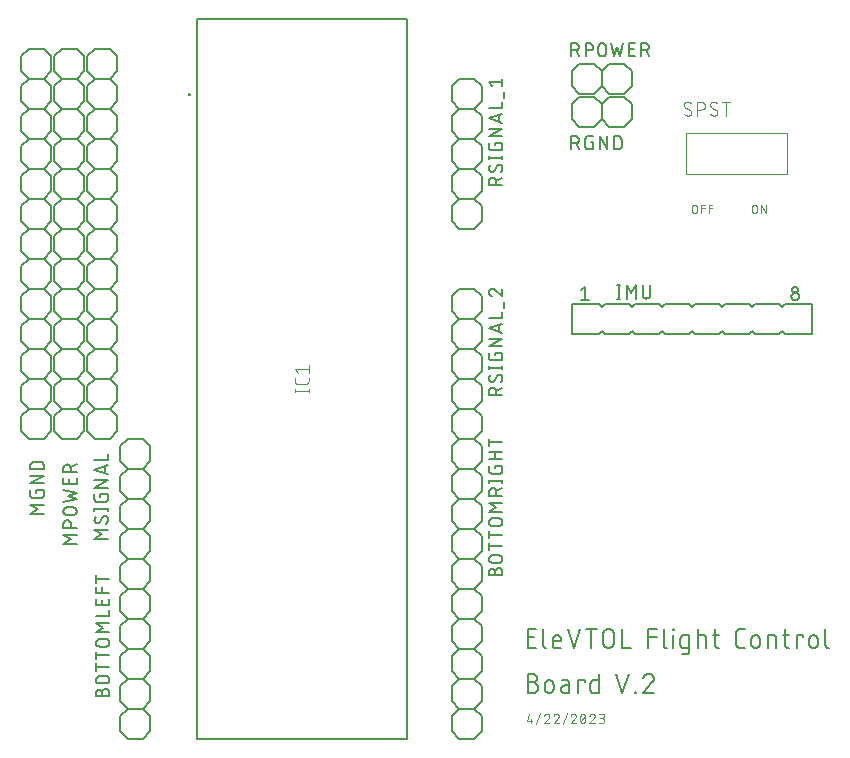
<source format=gbr>
G04 EAGLE Gerber RS-274X export*
G75*
%MOMM*%
%FSLAX34Y34*%
%LPD*%
%INSilkscreen Top*%
%IPPOS*%
%AMOC8*
5,1,8,0,0,1.08239X$1,22.5*%
G01*
%ADD10C,0.152400*%
%ADD11C,0.076200*%
%ADD12C,0.200000*%
%ADD13C,0.200000*%
%ADD14C,0.101600*%
%ADD15C,0.127000*%
%ADD16C,0.100000*%


D10*
X465187Y115062D02*
X457962Y115062D01*
X457962Y131318D01*
X465187Y131318D01*
X463381Y124093D02*
X457962Y124093D01*
X471056Y117771D02*
X471056Y131318D01*
X471056Y117771D02*
X471058Y117670D01*
X471064Y117569D01*
X471073Y117468D01*
X471086Y117367D01*
X471103Y117267D01*
X471124Y117168D01*
X471148Y117070D01*
X471176Y116973D01*
X471208Y116876D01*
X471243Y116781D01*
X471282Y116688D01*
X471324Y116596D01*
X471370Y116505D01*
X471419Y116417D01*
X471471Y116330D01*
X471527Y116245D01*
X471585Y116162D01*
X471647Y116082D01*
X471712Y116004D01*
X471779Y115928D01*
X471849Y115855D01*
X471922Y115785D01*
X471998Y115718D01*
X472076Y115653D01*
X472156Y115591D01*
X472239Y115533D01*
X472324Y115477D01*
X472411Y115425D01*
X472499Y115376D01*
X472590Y115330D01*
X472682Y115288D01*
X472775Y115249D01*
X472870Y115214D01*
X472967Y115182D01*
X473064Y115154D01*
X473162Y115130D01*
X473261Y115109D01*
X473361Y115092D01*
X473462Y115079D01*
X473563Y115070D01*
X473664Y115064D01*
X473765Y115062D01*
X481865Y115062D02*
X486381Y115062D01*
X481865Y115062D02*
X481764Y115064D01*
X481663Y115070D01*
X481562Y115079D01*
X481461Y115092D01*
X481361Y115109D01*
X481262Y115130D01*
X481164Y115154D01*
X481067Y115182D01*
X480970Y115214D01*
X480875Y115249D01*
X480782Y115288D01*
X480690Y115330D01*
X480599Y115376D01*
X480511Y115425D01*
X480424Y115477D01*
X480339Y115533D01*
X480256Y115591D01*
X480176Y115653D01*
X480098Y115718D01*
X480022Y115785D01*
X479949Y115855D01*
X479879Y115928D01*
X479812Y116004D01*
X479747Y116082D01*
X479685Y116162D01*
X479627Y116245D01*
X479571Y116330D01*
X479519Y116417D01*
X479470Y116505D01*
X479424Y116596D01*
X479382Y116688D01*
X479343Y116781D01*
X479308Y116876D01*
X479276Y116973D01*
X479248Y117070D01*
X479224Y117168D01*
X479203Y117267D01*
X479186Y117367D01*
X479173Y117468D01*
X479164Y117569D01*
X479158Y117670D01*
X479156Y117771D01*
X479156Y122287D01*
X479158Y122406D01*
X479164Y122526D01*
X479174Y122645D01*
X479188Y122763D01*
X479205Y122882D01*
X479227Y122999D01*
X479252Y123116D01*
X479282Y123231D01*
X479315Y123346D01*
X479352Y123460D01*
X479392Y123572D01*
X479437Y123683D01*
X479485Y123792D01*
X479536Y123900D01*
X479591Y124006D01*
X479650Y124110D01*
X479712Y124212D01*
X479777Y124312D01*
X479846Y124410D01*
X479918Y124506D01*
X479993Y124599D01*
X480070Y124689D01*
X480151Y124777D01*
X480235Y124862D01*
X480322Y124944D01*
X480411Y125024D01*
X480503Y125100D01*
X480597Y125174D01*
X480694Y125244D01*
X480792Y125311D01*
X480893Y125375D01*
X480997Y125435D01*
X481102Y125492D01*
X481209Y125545D01*
X481317Y125595D01*
X481427Y125641D01*
X481539Y125683D01*
X481652Y125722D01*
X481766Y125757D01*
X481881Y125788D01*
X481998Y125816D01*
X482115Y125839D01*
X482232Y125859D01*
X482351Y125875D01*
X482470Y125887D01*
X482589Y125895D01*
X482708Y125899D01*
X482828Y125899D01*
X482947Y125895D01*
X483066Y125887D01*
X483185Y125875D01*
X483304Y125859D01*
X483421Y125839D01*
X483538Y125816D01*
X483655Y125788D01*
X483770Y125757D01*
X483884Y125722D01*
X483997Y125683D01*
X484109Y125641D01*
X484219Y125595D01*
X484327Y125545D01*
X484434Y125492D01*
X484539Y125435D01*
X484643Y125375D01*
X484744Y125311D01*
X484842Y125244D01*
X484939Y125174D01*
X485033Y125100D01*
X485125Y125024D01*
X485214Y124944D01*
X485301Y124862D01*
X485385Y124777D01*
X485466Y124689D01*
X485543Y124599D01*
X485618Y124506D01*
X485690Y124410D01*
X485759Y124312D01*
X485824Y124212D01*
X485886Y124110D01*
X485945Y124006D01*
X486000Y123900D01*
X486051Y123792D01*
X486099Y123683D01*
X486144Y123572D01*
X486184Y123460D01*
X486221Y123346D01*
X486254Y123231D01*
X486284Y123116D01*
X486309Y122999D01*
X486331Y122882D01*
X486348Y122763D01*
X486362Y122645D01*
X486372Y122526D01*
X486378Y122406D01*
X486380Y122287D01*
X486381Y122287D02*
X486381Y120481D01*
X479156Y120481D01*
X491939Y131318D02*
X497358Y115062D01*
X502776Y131318D01*
X511947Y131318D02*
X511947Y115062D01*
X507431Y131318D02*
X516462Y131318D01*
X522020Y126802D02*
X522020Y119578D01*
X522020Y126802D02*
X522022Y126935D01*
X522028Y127067D01*
X522038Y127199D01*
X522051Y127331D01*
X522069Y127463D01*
X522090Y127593D01*
X522115Y127724D01*
X522144Y127853D01*
X522177Y127981D01*
X522213Y128109D01*
X522253Y128235D01*
X522297Y128360D01*
X522345Y128484D01*
X522396Y128606D01*
X522451Y128727D01*
X522509Y128846D01*
X522571Y128964D01*
X522636Y129079D01*
X522705Y129193D01*
X522776Y129304D01*
X522852Y129413D01*
X522930Y129520D01*
X523011Y129625D01*
X523096Y129727D01*
X523183Y129827D01*
X523273Y129924D01*
X523366Y130019D01*
X523462Y130110D01*
X523560Y130199D01*
X523661Y130285D01*
X523765Y130368D01*
X523871Y130448D01*
X523979Y130524D01*
X524089Y130598D01*
X524202Y130668D01*
X524316Y130735D01*
X524433Y130798D01*
X524551Y130858D01*
X524671Y130915D01*
X524793Y130968D01*
X524916Y131017D01*
X525040Y131063D01*
X525166Y131105D01*
X525293Y131143D01*
X525421Y131178D01*
X525550Y131209D01*
X525679Y131236D01*
X525810Y131259D01*
X525941Y131279D01*
X526073Y131294D01*
X526205Y131306D01*
X526337Y131314D01*
X526470Y131318D01*
X526602Y131318D01*
X526735Y131314D01*
X526867Y131306D01*
X526999Y131294D01*
X527131Y131279D01*
X527262Y131259D01*
X527393Y131236D01*
X527522Y131209D01*
X527651Y131178D01*
X527779Y131143D01*
X527906Y131105D01*
X528032Y131063D01*
X528156Y131017D01*
X528279Y130968D01*
X528401Y130915D01*
X528521Y130858D01*
X528639Y130798D01*
X528756Y130735D01*
X528870Y130668D01*
X528983Y130598D01*
X529093Y130524D01*
X529201Y130448D01*
X529307Y130368D01*
X529411Y130285D01*
X529512Y130199D01*
X529610Y130110D01*
X529706Y130019D01*
X529799Y129924D01*
X529889Y129827D01*
X529976Y129727D01*
X530061Y129625D01*
X530142Y129520D01*
X530220Y129413D01*
X530296Y129304D01*
X530367Y129193D01*
X530436Y129079D01*
X530501Y128964D01*
X530563Y128846D01*
X530621Y128727D01*
X530676Y128606D01*
X530727Y128484D01*
X530775Y128360D01*
X530819Y128235D01*
X530859Y128109D01*
X530895Y127981D01*
X530928Y127853D01*
X530957Y127724D01*
X530982Y127593D01*
X531003Y127463D01*
X531021Y127331D01*
X531034Y127199D01*
X531044Y127067D01*
X531050Y126935D01*
X531052Y126802D01*
X531051Y126802D02*
X531051Y119578D01*
X531052Y119578D02*
X531050Y119445D01*
X531044Y119313D01*
X531034Y119181D01*
X531021Y119049D01*
X531003Y118917D01*
X530982Y118787D01*
X530957Y118656D01*
X530928Y118527D01*
X530895Y118399D01*
X530859Y118271D01*
X530819Y118145D01*
X530775Y118020D01*
X530727Y117896D01*
X530676Y117774D01*
X530621Y117653D01*
X530563Y117534D01*
X530501Y117416D01*
X530436Y117301D01*
X530367Y117187D01*
X530296Y117076D01*
X530220Y116967D01*
X530142Y116860D01*
X530061Y116755D01*
X529976Y116653D01*
X529889Y116553D01*
X529799Y116456D01*
X529706Y116361D01*
X529610Y116270D01*
X529512Y116181D01*
X529411Y116095D01*
X529307Y116012D01*
X529201Y115932D01*
X529093Y115856D01*
X528983Y115782D01*
X528870Y115712D01*
X528756Y115645D01*
X528639Y115582D01*
X528521Y115522D01*
X528401Y115465D01*
X528279Y115412D01*
X528156Y115363D01*
X528032Y115317D01*
X527906Y115275D01*
X527779Y115237D01*
X527651Y115202D01*
X527522Y115171D01*
X527393Y115144D01*
X527262Y115121D01*
X527131Y115101D01*
X526999Y115086D01*
X526867Y115074D01*
X526735Y115066D01*
X526602Y115062D01*
X526470Y115062D01*
X526337Y115066D01*
X526205Y115074D01*
X526073Y115086D01*
X525941Y115101D01*
X525810Y115121D01*
X525679Y115144D01*
X525550Y115171D01*
X525421Y115202D01*
X525293Y115237D01*
X525166Y115275D01*
X525040Y115317D01*
X524916Y115363D01*
X524793Y115412D01*
X524671Y115465D01*
X524551Y115522D01*
X524433Y115582D01*
X524316Y115645D01*
X524202Y115712D01*
X524089Y115782D01*
X523979Y115856D01*
X523871Y115932D01*
X523765Y116012D01*
X523661Y116095D01*
X523560Y116181D01*
X523462Y116270D01*
X523366Y116361D01*
X523273Y116456D01*
X523183Y116553D01*
X523096Y116653D01*
X523011Y116755D01*
X522930Y116860D01*
X522852Y116967D01*
X522776Y117076D01*
X522705Y117187D01*
X522636Y117301D01*
X522571Y117416D01*
X522509Y117534D01*
X522451Y117653D01*
X522396Y117774D01*
X522345Y117896D01*
X522297Y118020D01*
X522253Y118145D01*
X522213Y118271D01*
X522177Y118399D01*
X522144Y118527D01*
X522115Y118656D01*
X522090Y118787D01*
X522069Y118917D01*
X522051Y119049D01*
X522038Y119181D01*
X522028Y119313D01*
X522022Y119445D01*
X522020Y119578D01*
X538202Y115062D02*
X538202Y131318D01*
X538202Y115062D02*
X545427Y115062D01*
X560086Y115062D02*
X560086Y131318D01*
X567311Y131318D01*
X567311Y124093D02*
X560086Y124093D01*
X573180Y117771D02*
X573180Y131318D01*
X573181Y117771D02*
X573183Y117670D01*
X573189Y117569D01*
X573198Y117468D01*
X573211Y117367D01*
X573228Y117267D01*
X573249Y117168D01*
X573273Y117070D01*
X573301Y116973D01*
X573333Y116876D01*
X573368Y116781D01*
X573407Y116688D01*
X573449Y116596D01*
X573495Y116505D01*
X573544Y116417D01*
X573596Y116330D01*
X573652Y116245D01*
X573710Y116162D01*
X573772Y116082D01*
X573837Y116004D01*
X573904Y115928D01*
X573974Y115855D01*
X574047Y115785D01*
X574123Y115718D01*
X574201Y115653D01*
X574281Y115591D01*
X574364Y115533D01*
X574449Y115477D01*
X574536Y115425D01*
X574624Y115376D01*
X574715Y115330D01*
X574807Y115288D01*
X574900Y115249D01*
X574995Y115214D01*
X575092Y115182D01*
X575189Y115154D01*
X575287Y115130D01*
X575386Y115109D01*
X575486Y115092D01*
X575587Y115079D01*
X575688Y115070D01*
X575789Y115064D01*
X575890Y115062D01*
X581245Y115062D02*
X581245Y125899D01*
X580794Y130415D02*
X580794Y131318D01*
X581697Y131318D01*
X581697Y130415D01*
X580794Y130415D01*
X590168Y115062D02*
X594684Y115062D01*
X590168Y115062D02*
X590067Y115064D01*
X589966Y115070D01*
X589865Y115079D01*
X589764Y115092D01*
X589664Y115109D01*
X589565Y115130D01*
X589467Y115154D01*
X589370Y115182D01*
X589273Y115214D01*
X589178Y115249D01*
X589085Y115288D01*
X588993Y115330D01*
X588902Y115376D01*
X588814Y115425D01*
X588727Y115477D01*
X588642Y115533D01*
X588559Y115591D01*
X588479Y115653D01*
X588401Y115718D01*
X588325Y115785D01*
X588252Y115855D01*
X588182Y115928D01*
X588115Y116004D01*
X588050Y116082D01*
X587988Y116162D01*
X587930Y116245D01*
X587874Y116330D01*
X587822Y116417D01*
X587773Y116505D01*
X587727Y116596D01*
X587685Y116688D01*
X587646Y116781D01*
X587611Y116876D01*
X587579Y116973D01*
X587551Y117070D01*
X587527Y117168D01*
X587506Y117267D01*
X587489Y117367D01*
X587476Y117468D01*
X587467Y117569D01*
X587461Y117670D01*
X587459Y117771D01*
X587459Y123190D01*
X587461Y123291D01*
X587467Y123392D01*
X587476Y123493D01*
X587489Y123594D01*
X587506Y123694D01*
X587527Y123793D01*
X587551Y123891D01*
X587579Y123988D01*
X587611Y124085D01*
X587646Y124180D01*
X587685Y124273D01*
X587727Y124365D01*
X587773Y124456D01*
X587822Y124545D01*
X587874Y124631D01*
X587930Y124716D01*
X587988Y124799D01*
X588050Y124879D01*
X588115Y124957D01*
X588182Y125033D01*
X588252Y125106D01*
X588325Y125176D01*
X588401Y125243D01*
X588479Y125308D01*
X588559Y125370D01*
X588642Y125428D01*
X588727Y125484D01*
X588814Y125536D01*
X588902Y125585D01*
X588993Y125631D01*
X589085Y125673D01*
X589178Y125712D01*
X589273Y125747D01*
X589370Y125779D01*
X589467Y125807D01*
X589565Y125831D01*
X589664Y125852D01*
X589764Y125869D01*
X589865Y125882D01*
X589966Y125891D01*
X590067Y125897D01*
X590168Y125899D01*
X594684Y125899D01*
X594684Y112353D01*
X594682Y112249D01*
X594676Y112146D01*
X594666Y112042D01*
X594652Y111939D01*
X594634Y111837D01*
X594613Y111736D01*
X594587Y111635D01*
X594558Y111536D01*
X594525Y111437D01*
X594488Y111340D01*
X594447Y111245D01*
X594403Y111151D01*
X594355Y111059D01*
X594304Y110969D01*
X594249Y110880D01*
X594191Y110794D01*
X594129Y110711D01*
X594065Y110629D01*
X593997Y110551D01*
X593927Y110475D01*
X593854Y110401D01*
X593777Y110331D01*
X593699Y110263D01*
X593617Y110199D01*
X593534Y110137D01*
X593448Y110079D01*
X593359Y110024D01*
X593269Y109973D01*
X593177Y109925D01*
X593083Y109881D01*
X592988Y109840D01*
X592891Y109803D01*
X592792Y109770D01*
X592693Y109741D01*
X592592Y109715D01*
X592491Y109694D01*
X592389Y109676D01*
X592286Y109662D01*
X592182Y109652D01*
X592079Y109646D01*
X591975Y109644D01*
X591975Y109643D02*
X588362Y109643D01*
X602122Y115062D02*
X602122Y131318D01*
X602122Y125899D02*
X606637Y125899D01*
X606741Y125897D01*
X606844Y125891D01*
X606948Y125881D01*
X607051Y125867D01*
X607153Y125849D01*
X607254Y125828D01*
X607355Y125802D01*
X607454Y125773D01*
X607553Y125740D01*
X607650Y125703D01*
X607745Y125662D01*
X607839Y125618D01*
X607931Y125570D01*
X608021Y125519D01*
X608110Y125464D01*
X608196Y125406D01*
X608279Y125344D01*
X608361Y125280D01*
X608439Y125212D01*
X608515Y125142D01*
X608589Y125069D01*
X608659Y124992D01*
X608727Y124914D01*
X608791Y124832D01*
X608853Y124749D01*
X608911Y124663D01*
X608966Y124574D01*
X609017Y124484D01*
X609065Y124392D01*
X609109Y124298D01*
X609150Y124203D01*
X609187Y124106D01*
X609220Y124007D01*
X609249Y123908D01*
X609275Y123807D01*
X609296Y123706D01*
X609314Y123604D01*
X609328Y123501D01*
X609338Y123397D01*
X609344Y123294D01*
X609346Y123190D01*
X609346Y115062D01*
X614892Y125899D02*
X620311Y125899D01*
X616699Y131318D02*
X616699Y117771D01*
X616701Y117670D01*
X616707Y117569D01*
X616716Y117468D01*
X616729Y117367D01*
X616746Y117267D01*
X616767Y117168D01*
X616791Y117070D01*
X616819Y116973D01*
X616851Y116876D01*
X616886Y116781D01*
X616925Y116688D01*
X616967Y116596D01*
X617013Y116505D01*
X617062Y116417D01*
X617114Y116330D01*
X617170Y116245D01*
X617228Y116162D01*
X617290Y116082D01*
X617355Y116004D01*
X617422Y115928D01*
X617492Y115855D01*
X617565Y115785D01*
X617641Y115718D01*
X617719Y115653D01*
X617799Y115591D01*
X617882Y115533D01*
X617967Y115477D01*
X618054Y115425D01*
X618142Y115376D01*
X618233Y115330D01*
X618325Y115288D01*
X618418Y115249D01*
X618513Y115214D01*
X618610Y115182D01*
X618707Y115154D01*
X618805Y115130D01*
X618904Y115109D01*
X619004Y115092D01*
X619105Y115079D01*
X619206Y115070D01*
X619307Y115064D01*
X619408Y115062D01*
X620311Y115062D01*
X638138Y115062D02*
X641750Y115062D01*
X638138Y115062D02*
X638020Y115064D01*
X637902Y115070D01*
X637784Y115079D01*
X637667Y115093D01*
X637550Y115110D01*
X637433Y115131D01*
X637318Y115156D01*
X637203Y115185D01*
X637089Y115218D01*
X636977Y115254D01*
X636866Y115294D01*
X636756Y115337D01*
X636647Y115384D01*
X636540Y115434D01*
X636435Y115489D01*
X636332Y115546D01*
X636231Y115607D01*
X636131Y115671D01*
X636034Y115738D01*
X635939Y115808D01*
X635847Y115882D01*
X635756Y115958D01*
X635669Y116038D01*
X635584Y116120D01*
X635502Y116205D01*
X635422Y116292D01*
X635346Y116383D01*
X635272Y116475D01*
X635202Y116570D01*
X635135Y116667D01*
X635071Y116767D01*
X635010Y116868D01*
X634953Y116971D01*
X634898Y117076D01*
X634848Y117183D01*
X634801Y117292D01*
X634758Y117402D01*
X634718Y117513D01*
X634682Y117625D01*
X634649Y117739D01*
X634620Y117854D01*
X634595Y117969D01*
X634574Y118086D01*
X634557Y118203D01*
X634543Y118320D01*
X634534Y118438D01*
X634528Y118556D01*
X634526Y118674D01*
X634525Y118674D02*
X634525Y127706D01*
X634526Y127706D02*
X634528Y127824D01*
X634534Y127942D01*
X634543Y128060D01*
X634557Y128177D01*
X634574Y128294D01*
X634595Y128411D01*
X634620Y128526D01*
X634649Y128641D01*
X634682Y128755D01*
X634718Y128867D01*
X634758Y128978D01*
X634801Y129088D01*
X634848Y129197D01*
X634898Y129304D01*
X634952Y129409D01*
X635010Y129512D01*
X635071Y129613D01*
X635135Y129713D01*
X635202Y129810D01*
X635272Y129905D01*
X635346Y129997D01*
X635422Y130088D01*
X635502Y130175D01*
X635584Y130260D01*
X635669Y130342D01*
X635756Y130422D01*
X635847Y130498D01*
X635939Y130572D01*
X636034Y130642D01*
X636131Y130709D01*
X636231Y130773D01*
X636332Y130834D01*
X636435Y130891D01*
X636540Y130945D01*
X636647Y130996D01*
X636756Y131043D01*
X636866Y131086D01*
X636977Y131126D01*
X637089Y131162D01*
X637203Y131195D01*
X637318Y131224D01*
X637433Y131249D01*
X637550Y131270D01*
X637667Y131287D01*
X637784Y131301D01*
X637902Y131310D01*
X638020Y131316D01*
X638138Y131318D01*
X641750Y131318D01*
X647452Y122287D02*
X647452Y118674D01*
X647452Y122287D02*
X647454Y122406D01*
X647460Y122526D01*
X647470Y122645D01*
X647484Y122763D01*
X647501Y122882D01*
X647523Y122999D01*
X647548Y123116D01*
X647578Y123231D01*
X647611Y123346D01*
X647648Y123460D01*
X647688Y123572D01*
X647733Y123683D01*
X647781Y123792D01*
X647832Y123900D01*
X647887Y124006D01*
X647946Y124110D01*
X648008Y124212D01*
X648073Y124312D01*
X648142Y124410D01*
X648214Y124506D01*
X648289Y124599D01*
X648366Y124689D01*
X648447Y124777D01*
X648531Y124862D01*
X648618Y124944D01*
X648707Y125024D01*
X648799Y125100D01*
X648893Y125174D01*
X648990Y125244D01*
X649088Y125311D01*
X649189Y125375D01*
X649293Y125435D01*
X649398Y125492D01*
X649505Y125545D01*
X649613Y125595D01*
X649723Y125641D01*
X649835Y125683D01*
X649948Y125722D01*
X650062Y125757D01*
X650177Y125788D01*
X650294Y125816D01*
X650411Y125839D01*
X650528Y125859D01*
X650647Y125875D01*
X650766Y125887D01*
X650885Y125895D01*
X651004Y125899D01*
X651124Y125899D01*
X651243Y125895D01*
X651362Y125887D01*
X651481Y125875D01*
X651600Y125859D01*
X651717Y125839D01*
X651834Y125816D01*
X651951Y125788D01*
X652066Y125757D01*
X652180Y125722D01*
X652293Y125683D01*
X652405Y125641D01*
X652515Y125595D01*
X652623Y125545D01*
X652730Y125492D01*
X652835Y125435D01*
X652939Y125375D01*
X653040Y125311D01*
X653138Y125244D01*
X653235Y125174D01*
X653329Y125100D01*
X653421Y125024D01*
X653510Y124944D01*
X653597Y124862D01*
X653681Y124777D01*
X653762Y124689D01*
X653839Y124599D01*
X653914Y124506D01*
X653986Y124410D01*
X654055Y124312D01*
X654120Y124212D01*
X654182Y124110D01*
X654241Y124006D01*
X654296Y123900D01*
X654347Y123792D01*
X654395Y123683D01*
X654440Y123572D01*
X654480Y123460D01*
X654517Y123346D01*
X654550Y123231D01*
X654580Y123116D01*
X654605Y122999D01*
X654627Y122882D01*
X654644Y122763D01*
X654658Y122645D01*
X654668Y122526D01*
X654674Y122406D01*
X654676Y122287D01*
X654677Y122287D02*
X654677Y118674D01*
X654676Y118674D02*
X654674Y118555D01*
X654668Y118435D01*
X654658Y118316D01*
X654644Y118198D01*
X654627Y118079D01*
X654605Y117962D01*
X654580Y117845D01*
X654550Y117730D01*
X654517Y117615D01*
X654480Y117501D01*
X654440Y117389D01*
X654395Y117278D01*
X654347Y117169D01*
X654296Y117061D01*
X654241Y116955D01*
X654182Y116851D01*
X654120Y116749D01*
X654055Y116649D01*
X653986Y116551D01*
X653914Y116455D01*
X653839Y116362D01*
X653762Y116272D01*
X653681Y116184D01*
X653597Y116099D01*
X653510Y116017D01*
X653421Y115937D01*
X653329Y115861D01*
X653235Y115787D01*
X653138Y115717D01*
X653040Y115650D01*
X652939Y115586D01*
X652835Y115526D01*
X652730Y115469D01*
X652623Y115416D01*
X652515Y115366D01*
X652405Y115320D01*
X652293Y115278D01*
X652180Y115239D01*
X652066Y115204D01*
X651951Y115173D01*
X651834Y115145D01*
X651717Y115122D01*
X651600Y115102D01*
X651481Y115086D01*
X651362Y115074D01*
X651243Y115066D01*
X651124Y115062D01*
X651004Y115062D01*
X650885Y115066D01*
X650766Y115074D01*
X650647Y115086D01*
X650528Y115102D01*
X650411Y115122D01*
X650294Y115145D01*
X650177Y115173D01*
X650062Y115204D01*
X649948Y115239D01*
X649835Y115278D01*
X649723Y115320D01*
X649613Y115366D01*
X649505Y115416D01*
X649398Y115469D01*
X649293Y115526D01*
X649189Y115586D01*
X649088Y115650D01*
X648990Y115717D01*
X648893Y115787D01*
X648799Y115861D01*
X648707Y115937D01*
X648618Y116017D01*
X648531Y116099D01*
X648447Y116184D01*
X648366Y116272D01*
X648289Y116362D01*
X648214Y116455D01*
X648142Y116551D01*
X648073Y116649D01*
X648008Y116749D01*
X647946Y116851D01*
X647887Y116955D01*
X647832Y117061D01*
X647781Y117169D01*
X647733Y117278D01*
X647688Y117389D01*
X647648Y117501D01*
X647611Y117615D01*
X647578Y117730D01*
X647548Y117845D01*
X647523Y117962D01*
X647501Y118079D01*
X647484Y118198D01*
X647470Y118316D01*
X647460Y118435D01*
X647454Y118555D01*
X647452Y118674D01*
X661520Y115062D02*
X661520Y125899D01*
X666036Y125899D01*
X666140Y125897D01*
X666243Y125891D01*
X666347Y125881D01*
X666450Y125867D01*
X666552Y125849D01*
X666653Y125828D01*
X666754Y125802D01*
X666853Y125773D01*
X666952Y125740D01*
X667049Y125703D01*
X667144Y125662D01*
X667238Y125618D01*
X667330Y125570D01*
X667420Y125519D01*
X667509Y125464D01*
X667595Y125406D01*
X667678Y125344D01*
X667760Y125280D01*
X667838Y125212D01*
X667914Y125142D01*
X667988Y125069D01*
X668058Y124992D01*
X668126Y124914D01*
X668190Y124832D01*
X668252Y124749D01*
X668310Y124663D01*
X668365Y124574D01*
X668416Y124484D01*
X668464Y124392D01*
X668508Y124298D01*
X668549Y124203D01*
X668586Y124106D01*
X668619Y124007D01*
X668648Y123908D01*
X668674Y123807D01*
X668695Y123706D01*
X668713Y123604D01*
X668727Y123501D01*
X668737Y123397D01*
X668743Y123294D01*
X668745Y123190D01*
X668745Y115062D01*
X674291Y125899D02*
X679710Y125899D01*
X676097Y131318D02*
X676097Y117771D01*
X676099Y117670D01*
X676105Y117569D01*
X676114Y117468D01*
X676127Y117367D01*
X676144Y117267D01*
X676165Y117168D01*
X676189Y117070D01*
X676217Y116973D01*
X676249Y116876D01*
X676284Y116781D01*
X676323Y116688D01*
X676365Y116596D01*
X676411Y116505D01*
X676460Y116417D01*
X676512Y116330D01*
X676568Y116245D01*
X676626Y116162D01*
X676688Y116082D01*
X676753Y116004D01*
X676820Y115928D01*
X676890Y115855D01*
X676963Y115785D01*
X677039Y115718D01*
X677117Y115653D01*
X677197Y115591D01*
X677280Y115533D01*
X677365Y115477D01*
X677452Y115425D01*
X677540Y115376D01*
X677631Y115330D01*
X677723Y115288D01*
X677816Y115249D01*
X677911Y115214D01*
X678008Y115182D01*
X678105Y115154D01*
X678203Y115130D01*
X678302Y115109D01*
X678402Y115092D01*
X678503Y115079D01*
X678604Y115070D01*
X678705Y115064D01*
X678806Y115062D01*
X679710Y115062D01*
X686094Y115062D02*
X686094Y125899D01*
X691513Y125899D01*
X691513Y124093D01*
X696430Y122287D02*
X696430Y118674D01*
X696430Y122287D02*
X696432Y122406D01*
X696438Y122526D01*
X696448Y122645D01*
X696462Y122763D01*
X696479Y122882D01*
X696501Y122999D01*
X696526Y123116D01*
X696556Y123231D01*
X696589Y123346D01*
X696626Y123460D01*
X696666Y123572D01*
X696711Y123683D01*
X696759Y123792D01*
X696810Y123900D01*
X696865Y124006D01*
X696924Y124110D01*
X696986Y124212D01*
X697051Y124312D01*
X697120Y124410D01*
X697192Y124506D01*
X697267Y124599D01*
X697344Y124689D01*
X697425Y124777D01*
X697509Y124862D01*
X697596Y124944D01*
X697685Y125024D01*
X697777Y125100D01*
X697871Y125174D01*
X697968Y125244D01*
X698066Y125311D01*
X698167Y125375D01*
X698271Y125435D01*
X698376Y125492D01*
X698483Y125545D01*
X698591Y125595D01*
X698701Y125641D01*
X698813Y125683D01*
X698926Y125722D01*
X699040Y125757D01*
X699155Y125788D01*
X699272Y125816D01*
X699389Y125839D01*
X699506Y125859D01*
X699625Y125875D01*
X699744Y125887D01*
X699863Y125895D01*
X699982Y125899D01*
X700102Y125899D01*
X700221Y125895D01*
X700340Y125887D01*
X700459Y125875D01*
X700578Y125859D01*
X700695Y125839D01*
X700812Y125816D01*
X700929Y125788D01*
X701044Y125757D01*
X701158Y125722D01*
X701271Y125683D01*
X701383Y125641D01*
X701493Y125595D01*
X701601Y125545D01*
X701708Y125492D01*
X701813Y125435D01*
X701917Y125375D01*
X702018Y125311D01*
X702116Y125244D01*
X702213Y125174D01*
X702307Y125100D01*
X702399Y125024D01*
X702488Y124944D01*
X702575Y124862D01*
X702659Y124777D01*
X702740Y124689D01*
X702817Y124599D01*
X702892Y124506D01*
X702964Y124410D01*
X703033Y124312D01*
X703098Y124212D01*
X703160Y124110D01*
X703219Y124006D01*
X703274Y123900D01*
X703325Y123792D01*
X703373Y123683D01*
X703418Y123572D01*
X703458Y123460D01*
X703495Y123346D01*
X703528Y123231D01*
X703558Y123116D01*
X703583Y122999D01*
X703605Y122882D01*
X703622Y122763D01*
X703636Y122645D01*
X703646Y122526D01*
X703652Y122406D01*
X703654Y122287D01*
X703655Y122287D02*
X703655Y118674D01*
X703654Y118674D02*
X703652Y118555D01*
X703646Y118435D01*
X703636Y118316D01*
X703622Y118198D01*
X703605Y118079D01*
X703583Y117962D01*
X703558Y117845D01*
X703528Y117730D01*
X703495Y117615D01*
X703458Y117501D01*
X703418Y117389D01*
X703373Y117278D01*
X703325Y117169D01*
X703274Y117061D01*
X703219Y116955D01*
X703160Y116851D01*
X703098Y116749D01*
X703033Y116649D01*
X702964Y116551D01*
X702892Y116455D01*
X702817Y116362D01*
X702740Y116272D01*
X702659Y116184D01*
X702575Y116099D01*
X702488Y116017D01*
X702399Y115937D01*
X702307Y115861D01*
X702213Y115787D01*
X702116Y115717D01*
X702018Y115650D01*
X701917Y115586D01*
X701813Y115526D01*
X701708Y115469D01*
X701601Y115416D01*
X701493Y115366D01*
X701383Y115320D01*
X701271Y115278D01*
X701158Y115239D01*
X701044Y115204D01*
X700929Y115173D01*
X700812Y115145D01*
X700695Y115122D01*
X700578Y115102D01*
X700459Y115086D01*
X700340Y115074D01*
X700221Y115066D01*
X700102Y115062D01*
X699982Y115062D01*
X699863Y115066D01*
X699744Y115074D01*
X699625Y115086D01*
X699506Y115102D01*
X699389Y115122D01*
X699272Y115145D01*
X699155Y115173D01*
X699040Y115204D01*
X698926Y115239D01*
X698813Y115278D01*
X698701Y115320D01*
X698591Y115366D01*
X698483Y115416D01*
X698376Y115469D01*
X698271Y115526D01*
X698167Y115586D01*
X698066Y115650D01*
X697968Y115717D01*
X697871Y115787D01*
X697777Y115861D01*
X697685Y115937D01*
X697596Y116017D01*
X697509Y116099D01*
X697425Y116184D01*
X697344Y116272D01*
X697267Y116362D01*
X697192Y116455D01*
X697120Y116551D01*
X697051Y116649D01*
X696986Y116749D01*
X696924Y116851D01*
X696865Y116955D01*
X696810Y117061D01*
X696759Y117169D01*
X696711Y117278D01*
X696666Y117389D01*
X696626Y117501D01*
X696589Y117615D01*
X696556Y117730D01*
X696526Y117845D01*
X696501Y117962D01*
X696479Y118079D01*
X696462Y118198D01*
X696448Y118316D01*
X696438Y118435D01*
X696432Y118555D01*
X696430Y118674D01*
X710214Y117771D02*
X710214Y131318D01*
X710214Y117771D02*
X710216Y117670D01*
X710222Y117569D01*
X710231Y117468D01*
X710244Y117367D01*
X710261Y117267D01*
X710282Y117168D01*
X710306Y117070D01*
X710334Y116973D01*
X710366Y116876D01*
X710401Y116781D01*
X710440Y116688D01*
X710482Y116596D01*
X710528Y116505D01*
X710577Y116417D01*
X710629Y116330D01*
X710685Y116245D01*
X710743Y116162D01*
X710805Y116082D01*
X710870Y116004D01*
X710937Y115928D01*
X711007Y115855D01*
X711080Y115785D01*
X711156Y115718D01*
X711234Y115653D01*
X711314Y115591D01*
X711397Y115533D01*
X711482Y115477D01*
X711569Y115425D01*
X711657Y115376D01*
X711748Y115330D01*
X711840Y115288D01*
X711933Y115249D01*
X712028Y115214D01*
X712125Y115182D01*
X712222Y115154D01*
X712320Y115130D01*
X712419Y115109D01*
X712519Y115092D01*
X712620Y115079D01*
X712721Y115070D01*
X712822Y115064D01*
X712923Y115062D01*
X462478Y85993D02*
X457962Y85993D01*
X462478Y85994D02*
X462611Y85992D01*
X462743Y85986D01*
X462875Y85976D01*
X463007Y85963D01*
X463139Y85945D01*
X463269Y85924D01*
X463400Y85899D01*
X463529Y85870D01*
X463657Y85837D01*
X463785Y85801D01*
X463911Y85761D01*
X464036Y85717D01*
X464160Y85669D01*
X464282Y85618D01*
X464403Y85563D01*
X464522Y85505D01*
X464640Y85443D01*
X464755Y85378D01*
X464869Y85309D01*
X464980Y85238D01*
X465089Y85162D01*
X465196Y85084D01*
X465301Y85003D01*
X465403Y84918D01*
X465503Y84831D01*
X465600Y84741D01*
X465695Y84648D01*
X465786Y84552D01*
X465875Y84454D01*
X465961Y84353D01*
X466044Y84249D01*
X466124Y84143D01*
X466200Y84035D01*
X466274Y83925D01*
X466344Y83812D01*
X466411Y83698D01*
X466474Y83581D01*
X466534Y83463D01*
X466591Y83343D01*
X466644Y83221D01*
X466693Y83098D01*
X466739Y82974D01*
X466781Y82848D01*
X466819Y82721D01*
X466854Y82593D01*
X466885Y82464D01*
X466912Y82335D01*
X466935Y82204D01*
X466955Y82073D01*
X466970Y81941D01*
X466982Y81809D01*
X466990Y81677D01*
X466994Y81544D01*
X466994Y81412D01*
X466990Y81279D01*
X466982Y81147D01*
X466970Y81015D01*
X466955Y80883D01*
X466935Y80752D01*
X466912Y80621D01*
X466885Y80492D01*
X466854Y80363D01*
X466819Y80235D01*
X466781Y80108D01*
X466739Y79982D01*
X466693Y79858D01*
X466644Y79735D01*
X466591Y79613D01*
X466534Y79493D01*
X466474Y79375D01*
X466411Y79258D01*
X466344Y79144D01*
X466274Y79031D01*
X466200Y78921D01*
X466124Y78813D01*
X466044Y78707D01*
X465961Y78603D01*
X465875Y78502D01*
X465786Y78404D01*
X465695Y78308D01*
X465600Y78215D01*
X465503Y78125D01*
X465403Y78038D01*
X465301Y77953D01*
X465196Y77872D01*
X465089Y77794D01*
X464980Y77718D01*
X464869Y77647D01*
X464755Y77578D01*
X464640Y77513D01*
X464522Y77451D01*
X464403Y77393D01*
X464282Y77338D01*
X464160Y77287D01*
X464036Y77239D01*
X463911Y77195D01*
X463785Y77155D01*
X463657Y77119D01*
X463529Y77086D01*
X463400Y77057D01*
X463269Y77032D01*
X463139Y77011D01*
X463007Y76993D01*
X462875Y76980D01*
X462743Y76970D01*
X462611Y76964D01*
X462478Y76962D01*
X457962Y76962D01*
X457962Y93218D01*
X462478Y93218D01*
X462597Y93216D01*
X462717Y93210D01*
X462836Y93200D01*
X462954Y93186D01*
X463073Y93169D01*
X463190Y93147D01*
X463307Y93122D01*
X463422Y93092D01*
X463537Y93059D01*
X463651Y93022D01*
X463763Y92982D01*
X463874Y92937D01*
X463983Y92889D01*
X464091Y92838D01*
X464197Y92783D01*
X464301Y92724D01*
X464403Y92662D01*
X464503Y92597D01*
X464601Y92528D01*
X464697Y92456D01*
X464790Y92381D01*
X464880Y92304D01*
X464968Y92223D01*
X465053Y92139D01*
X465135Y92052D01*
X465215Y91963D01*
X465291Y91871D01*
X465365Y91777D01*
X465435Y91680D01*
X465502Y91582D01*
X465566Y91481D01*
X465626Y91377D01*
X465683Y91272D01*
X465736Y91165D01*
X465786Y91057D01*
X465832Y90947D01*
X465874Y90835D01*
X465913Y90722D01*
X465948Y90608D01*
X465979Y90493D01*
X466007Y90376D01*
X466030Y90259D01*
X466050Y90142D01*
X466066Y90023D01*
X466078Y89904D01*
X466086Y89785D01*
X466090Y89666D01*
X466090Y89546D01*
X466086Y89427D01*
X466078Y89308D01*
X466066Y89189D01*
X466050Y89070D01*
X466030Y88953D01*
X466007Y88836D01*
X465979Y88719D01*
X465948Y88604D01*
X465913Y88490D01*
X465874Y88377D01*
X465832Y88265D01*
X465786Y88155D01*
X465736Y88047D01*
X465683Y87940D01*
X465626Y87835D01*
X465566Y87731D01*
X465502Y87630D01*
X465435Y87532D01*
X465365Y87435D01*
X465291Y87341D01*
X465215Y87249D01*
X465135Y87160D01*
X465053Y87073D01*
X464968Y86989D01*
X464880Y86908D01*
X464790Y86831D01*
X464697Y86756D01*
X464601Y86684D01*
X464503Y86615D01*
X464403Y86550D01*
X464301Y86488D01*
X464197Y86429D01*
X464091Y86374D01*
X463983Y86323D01*
X463874Y86275D01*
X463763Y86230D01*
X463651Y86190D01*
X463537Y86153D01*
X463422Y86120D01*
X463307Y86090D01*
X463190Y86065D01*
X463073Y86043D01*
X462954Y86026D01*
X462836Y86012D01*
X462717Y86002D01*
X462597Y85996D01*
X462478Y85994D01*
X472722Y84187D02*
X472722Y80574D01*
X472723Y84187D02*
X472725Y84306D01*
X472731Y84426D01*
X472741Y84545D01*
X472755Y84663D01*
X472772Y84782D01*
X472794Y84899D01*
X472819Y85016D01*
X472849Y85131D01*
X472882Y85246D01*
X472919Y85360D01*
X472959Y85472D01*
X473004Y85583D01*
X473052Y85692D01*
X473103Y85800D01*
X473158Y85906D01*
X473217Y86010D01*
X473279Y86112D01*
X473344Y86212D01*
X473413Y86310D01*
X473485Y86406D01*
X473560Y86499D01*
X473637Y86589D01*
X473718Y86677D01*
X473802Y86762D01*
X473889Y86844D01*
X473978Y86924D01*
X474070Y87000D01*
X474164Y87074D01*
X474261Y87144D01*
X474359Y87211D01*
X474460Y87275D01*
X474564Y87335D01*
X474669Y87392D01*
X474776Y87445D01*
X474884Y87495D01*
X474994Y87541D01*
X475106Y87583D01*
X475219Y87622D01*
X475333Y87657D01*
X475448Y87688D01*
X475565Y87716D01*
X475682Y87739D01*
X475799Y87759D01*
X475918Y87775D01*
X476037Y87787D01*
X476156Y87795D01*
X476275Y87799D01*
X476395Y87799D01*
X476514Y87795D01*
X476633Y87787D01*
X476752Y87775D01*
X476871Y87759D01*
X476988Y87739D01*
X477105Y87716D01*
X477222Y87688D01*
X477337Y87657D01*
X477451Y87622D01*
X477564Y87583D01*
X477676Y87541D01*
X477786Y87495D01*
X477894Y87445D01*
X478001Y87392D01*
X478106Y87335D01*
X478210Y87275D01*
X478311Y87211D01*
X478409Y87144D01*
X478506Y87074D01*
X478600Y87000D01*
X478692Y86924D01*
X478781Y86844D01*
X478868Y86762D01*
X478952Y86677D01*
X479033Y86589D01*
X479110Y86499D01*
X479185Y86406D01*
X479257Y86310D01*
X479326Y86212D01*
X479391Y86112D01*
X479453Y86010D01*
X479512Y85906D01*
X479567Y85800D01*
X479618Y85692D01*
X479666Y85583D01*
X479711Y85472D01*
X479751Y85360D01*
X479788Y85246D01*
X479821Y85131D01*
X479851Y85016D01*
X479876Y84899D01*
X479898Y84782D01*
X479915Y84663D01*
X479929Y84545D01*
X479939Y84426D01*
X479945Y84306D01*
X479947Y84187D01*
X479947Y80574D01*
X479945Y80455D01*
X479939Y80335D01*
X479929Y80216D01*
X479915Y80098D01*
X479898Y79979D01*
X479876Y79862D01*
X479851Y79745D01*
X479821Y79630D01*
X479788Y79515D01*
X479751Y79401D01*
X479711Y79289D01*
X479666Y79178D01*
X479618Y79069D01*
X479567Y78961D01*
X479512Y78855D01*
X479453Y78751D01*
X479391Y78649D01*
X479326Y78549D01*
X479257Y78451D01*
X479185Y78355D01*
X479110Y78262D01*
X479033Y78172D01*
X478952Y78084D01*
X478868Y77999D01*
X478781Y77917D01*
X478692Y77837D01*
X478600Y77761D01*
X478506Y77687D01*
X478409Y77617D01*
X478311Y77550D01*
X478210Y77486D01*
X478106Y77426D01*
X478001Y77369D01*
X477894Y77316D01*
X477786Y77266D01*
X477676Y77220D01*
X477564Y77178D01*
X477451Y77139D01*
X477337Y77104D01*
X477222Y77073D01*
X477105Y77045D01*
X476988Y77022D01*
X476871Y77002D01*
X476752Y76986D01*
X476633Y76974D01*
X476514Y76966D01*
X476395Y76962D01*
X476275Y76962D01*
X476156Y76966D01*
X476037Y76974D01*
X475918Y76986D01*
X475799Y77002D01*
X475682Y77022D01*
X475565Y77045D01*
X475448Y77073D01*
X475333Y77104D01*
X475219Y77139D01*
X475106Y77178D01*
X474994Y77220D01*
X474884Y77266D01*
X474776Y77316D01*
X474669Y77369D01*
X474564Y77426D01*
X474460Y77486D01*
X474359Y77550D01*
X474261Y77617D01*
X474164Y77687D01*
X474070Y77761D01*
X473978Y77837D01*
X473889Y77917D01*
X473802Y77999D01*
X473718Y78084D01*
X473637Y78172D01*
X473560Y78262D01*
X473485Y78355D01*
X473413Y78451D01*
X473344Y78549D01*
X473279Y78649D01*
X473217Y78751D01*
X473158Y78855D01*
X473103Y78961D01*
X473052Y79069D01*
X473004Y79178D01*
X472959Y79289D01*
X472919Y79401D01*
X472882Y79515D01*
X472849Y79630D01*
X472819Y79745D01*
X472794Y79862D01*
X472772Y79979D01*
X472755Y80098D01*
X472741Y80216D01*
X472731Y80335D01*
X472725Y80455D01*
X472723Y80574D01*
X489357Y83284D02*
X493421Y83284D01*
X489357Y83284D02*
X489245Y83282D01*
X489134Y83276D01*
X489023Y83266D01*
X488912Y83253D01*
X488802Y83235D01*
X488693Y83213D01*
X488584Y83188D01*
X488476Y83159D01*
X488370Y83126D01*
X488264Y83089D01*
X488160Y83049D01*
X488058Y83005D01*
X487957Y82957D01*
X487858Y82906D01*
X487760Y82851D01*
X487665Y82793D01*
X487572Y82732D01*
X487481Y82667D01*
X487392Y82599D01*
X487306Y82528D01*
X487223Y82455D01*
X487142Y82378D01*
X487063Y82298D01*
X486988Y82216D01*
X486916Y82131D01*
X486846Y82044D01*
X486780Y81954D01*
X486717Y81862D01*
X486657Y81767D01*
X486601Y81671D01*
X486548Y81573D01*
X486499Y81473D01*
X486453Y81371D01*
X486411Y81268D01*
X486372Y81163D01*
X486337Y81057D01*
X486306Y80950D01*
X486279Y80842D01*
X486255Y80733D01*
X486236Y80623D01*
X486220Y80513D01*
X486208Y80402D01*
X486200Y80290D01*
X486196Y80179D01*
X486196Y80067D01*
X486200Y79956D01*
X486208Y79844D01*
X486220Y79733D01*
X486236Y79623D01*
X486255Y79513D01*
X486279Y79404D01*
X486306Y79296D01*
X486337Y79189D01*
X486372Y79083D01*
X486411Y78978D01*
X486453Y78875D01*
X486499Y78773D01*
X486548Y78673D01*
X486601Y78575D01*
X486657Y78479D01*
X486717Y78384D01*
X486780Y78292D01*
X486846Y78202D01*
X486916Y78115D01*
X486988Y78030D01*
X487063Y77948D01*
X487142Y77868D01*
X487223Y77791D01*
X487306Y77718D01*
X487392Y77647D01*
X487481Y77579D01*
X487572Y77514D01*
X487665Y77453D01*
X487760Y77395D01*
X487858Y77340D01*
X487957Y77289D01*
X488058Y77241D01*
X488160Y77197D01*
X488264Y77157D01*
X488370Y77120D01*
X488476Y77087D01*
X488584Y77058D01*
X488693Y77033D01*
X488802Y77011D01*
X488912Y76993D01*
X489023Y76980D01*
X489134Y76970D01*
X489245Y76964D01*
X489357Y76962D01*
X493421Y76962D01*
X493421Y85090D01*
X493419Y85191D01*
X493413Y85292D01*
X493404Y85393D01*
X493391Y85494D01*
X493374Y85594D01*
X493353Y85693D01*
X493329Y85791D01*
X493301Y85888D01*
X493269Y85985D01*
X493234Y86080D01*
X493195Y86173D01*
X493153Y86265D01*
X493107Y86356D01*
X493058Y86445D01*
X493006Y86531D01*
X492950Y86616D01*
X492892Y86699D01*
X492830Y86779D01*
X492765Y86857D01*
X492698Y86933D01*
X492628Y87006D01*
X492555Y87076D01*
X492479Y87143D01*
X492401Y87208D01*
X492321Y87270D01*
X492238Y87328D01*
X492153Y87384D01*
X492067Y87436D01*
X491978Y87485D01*
X491887Y87531D01*
X491795Y87573D01*
X491702Y87612D01*
X491607Y87647D01*
X491510Y87679D01*
X491413Y87707D01*
X491315Y87731D01*
X491216Y87752D01*
X491116Y87769D01*
X491015Y87782D01*
X490914Y87791D01*
X490813Y87797D01*
X490712Y87799D01*
X487099Y87799D01*
X500943Y87799D02*
X500943Y76962D01*
X500943Y87799D02*
X506362Y87799D01*
X506362Y85993D01*
X518431Y93218D02*
X518431Y76962D01*
X513915Y76962D01*
X513814Y76964D01*
X513713Y76970D01*
X513612Y76979D01*
X513511Y76992D01*
X513411Y77009D01*
X513312Y77030D01*
X513214Y77054D01*
X513117Y77082D01*
X513020Y77114D01*
X512925Y77149D01*
X512832Y77188D01*
X512740Y77230D01*
X512649Y77276D01*
X512561Y77325D01*
X512474Y77377D01*
X512389Y77433D01*
X512306Y77491D01*
X512226Y77553D01*
X512148Y77618D01*
X512072Y77685D01*
X511999Y77755D01*
X511929Y77828D01*
X511862Y77904D01*
X511797Y77982D01*
X511735Y78062D01*
X511677Y78145D01*
X511621Y78230D01*
X511569Y78317D01*
X511520Y78405D01*
X511474Y78496D01*
X511432Y78588D01*
X511393Y78681D01*
X511358Y78776D01*
X511326Y78873D01*
X511298Y78970D01*
X511274Y79068D01*
X511253Y79167D01*
X511236Y79267D01*
X511223Y79368D01*
X511214Y79469D01*
X511208Y79570D01*
X511206Y79671D01*
X511206Y85090D01*
X511208Y85191D01*
X511214Y85292D01*
X511223Y85393D01*
X511236Y85494D01*
X511253Y85594D01*
X511274Y85693D01*
X511298Y85791D01*
X511326Y85888D01*
X511358Y85985D01*
X511393Y86080D01*
X511432Y86173D01*
X511474Y86265D01*
X511520Y86356D01*
X511569Y86445D01*
X511621Y86531D01*
X511677Y86616D01*
X511735Y86699D01*
X511797Y86779D01*
X511862Y86857D01*
X511929Y86933D01*
X511999Y87006D01*
X512072Y87076D01*
X512148Y87143D01*
X512226Y87208D01*
X512306Y87270D01*
X512389Y87328D01*
X512474Y87384D01*
X512561Y87436D01*
X512649Y87485D01*
X512740Y87531D01*
X512832Y87573D01*
X512925Y87612D01*
X513020Y87647D01*
X513117Y87679D01*
X513214Y87707D01*
X513312Y87731D01*
X513411Y87752D01*
X513511Y87769D01*
X513612Y87782D01*
X513713Y87791D01*
X513814Y87797D01*
X513915Y87799D01*
X518431Y87799D01*
X532920Y93218D02*
X538339Y76962D01*
X543757Y93218D01*
X548829Y77865D02*
X548829Y76962D01*
X548829Y77865D02*
X549732Y77865D01*
X549732Y76962D01*
X548829Y76962D01*
X564738Y89154D02*
X564736Y89279D01*
X564730Y89404D01*
X564721Y89529D01*
X564707Y89653D01*
X564690Y89777D01*
X564669Y89901D01*
X564644Y90023D01*
X564615Y90145D01*
X564583Y90266D01*
X564547Y90386D01*
X564507Y90505D01*
X564464Y90622D01*
X564417Y90738D01*
X564366Y90853D01*
X564312Y90965D01*
X564254Y91077D01*
X564194Y91186D01*
X564129Y91293D01*
X564062Y91399D01*
X563991Y91502D01*
X563917Y91603D01*
X563840Y91702D01*
X563760Y91798D01*
X563677Y91892D01*
X563592Y91983D01*
X563503Y92072D01*
X563412Y92157D01*
X563318Y92240D01*
X563222Y92320D01*
X563123Y92397D01*
X563022Y92471D01*
X562919Y92542D01*
X562813Y92609D01*
X562706Y92674D01*
X562597Y92734D01*
X562485Y92792D01*
X562373Y92846D01*
X562258Y92897D01*
X562142Y92944D01*
X562025Y92987D01*
X561906Y93027D01*
X561786Y93063D01*
X561665Y93095D01*
X561543Y93124D01*
X561421Y93149D01*
X561297Y93170D01*
X561173Y93187D01*
X561049Y93201D01*
X560924Y93210D01*
X560799Y93216D01*
X560674Y93218D01*
X560531Y93216D01*
X560389Y93210D01*
X560246Y93200D01*
X560104Y93187D01*
X559963Y93169D01*
X559821Y93148D01*
X559681Y93123D01*
X559541Y93094D01*
X559402Y93061D01*
X559264Y93024D01*
X559127Y92984D01*
X558992Y92940D01*
X558857Y92892D01*
X558724Y92840D01*
X558592Y92785D01*
X558462Y92726D01*
X558334Y92664D01*
X558207Y92598D01*
X558082Y92529D01*
X557959Y92457D01*
X557839Y92381D01*
X557720Y92302D01*
X557603Y92219D01*
X557489Y92134D01*
X557377Y92045D01*
X557268Y91954D01*
X557161Y91859D01*
X557056Y91762D01*
X556955Y91661D01*
X556856Y91558D01*
X556760Y91453D01*
X556667Y91344D01*
X556577Y91233D01*
X556490Y91120D01*
X556406Y91005D01*
X556326Y90887D01*
X556248Y90767D01*
X556174Y90645D01*
X556104Y90521D01*
X556036Y90395D01*
X555973Y90267D01*
X555912Y90138D01*
X555855Y90007D01*
X555802Y89875D01*
X555753Y89741D01*
X555707Y89606D01*
X563383Y85993D02*
X563477Y86085D01*
X563567Y86179D01*
X563655Y86276D01*
X563740Y86376D01*
X563822Y86478D01*
X563901Y86583D01*
X563976Y86690D01*
X564048Y86799D01*
X564117Y86910D01*
X564183Y87024D01*
X564245Y87139D01*
X564304Y87256D01*
X564359Y87375D01*
X564410Y87495D01*
X564458Y87617D01*
X564503Y87740D01*
X564543Y87864D01*
X564580Y87990D01*
X564613Y88117D01*
X564642Y88244D01*
X564668Y88373D01*
X564689Y88502D01*
X564707Y88632D01*
X564720Y88762D01*
X564730Y88892D01*
X564736Y89023D01*
X564738Y89154D01*
X563383Y85993D02*
X555707Y76962D01*
X564738Y76962D01*
D11*
X597281Y485027D02*
X597281Y488301D01*
X597283Y488390D01*
X597289Y488479D01*
X597299Y488568D01*
X597312Y488656D01*
X597329Y488744D01*
X597351Y488831D01*
X597376Y488916D01*
X597404Y489001D01*
X597437Y489084D01*
X597473Y489166D01*
X597512Y489246D01*
X597555Y489324D01*
X597601Y489400D01*
X597651Y489475D01*
X597704Y489547D01*
X597760Y489616D01*
X597819Y489683D01*
X597880Y489748D01*
X597945Y489809D01*
X598012Y489868D01*
X598081Y489924D01*
X598153Y489977D01*
X598228Y490027D01*
X598304Y490073D01*
X598382Y490116D01*
X598462Y490155D01*
X598544Y490191D01*
X598627Y490224D01*
X598712Y490252D01*
X598797Y490277D01*
X598884Y490299D01*
X598972Y490316D01*
X599060Y490329D01*
X599149Y490339D01*
X599238Y490345D01*
X599327Y490347D01*
X599416Y490345D01*
X599505Y490339D01*
X599594Y490329D01*
X599682Y490316D01*
X599770Y490299D01*
X599857Y490277D01*
X599942Y490252D01*
X600027Y490224D01*
X600110Y490191D01*
X600192Y490155D01*
X600272Y490116D01*
X600350Y490073D01*
X600426Y490027D01*
X600501Y489977D01*
X600573Y489924D01*
X600642Y489868D01*
X600709Y489809D01*
X600774Y489748D01*
X600835Y489683D01*
X600894Y489616D01*
X600950Y489547D01*
X601003Y489475D01*
X601053Y489400D01*
X601099Y489324D01*
X601142Y489246D01*
X601181Y489166D01*
X601217Y489084D01*
X601250Y489001D01*
X601278Y488916D01*
X601303Y488831D01*
X601325Y488744D01*
X601342Y488656D01*
X601355Y488568D01*
X601365Y488479D01*
X601371Y488390D01*
X601373Y488301D01*
X601373Y485027D01*
X601371Y484938D01*
X601365Y484849D01*
X601355Y484760D01*
X601342Y484672D01*
X601325Y484584D01*
X601303Y484497D01*
X601278Y484412D01*
X601250Y484327D01*
X601217Y484244D01*
X601181Y484162D01*
X601142Y484082D01*
X601099Y484004D01*
X601053Y483928D01*
X601003Y483853D01*
X600950Y483781D01*
X600894Y483712D01*
X600835Y483645D01*
X600774Y483580D01*
X600709Y483519D01*
X600642Y483460D01*
X600573Y483404D01*
X600501Y483351D01*
X600426Y483301D01*
X600350Y483255D01*
X600272Y483212D01*
X600192Y483173D01*
X600110Y483137D01*
X600027Y483104D01*
X599942Y483076D01*
X599857Y483051D01*
X599770Y483029D01*
X599682Y483012D01*
X599594Y482999D01*
X599505Y482989D01*
X599416Y482983D01*
X599327Y482981D01*
X599238Y482983D01*
X599149Y482989D01*
X599060Y482999D01*
X598972Y483012D01*
X598884Y483029D01*
X598797Y483051D01*
X598712Y483076D01*
X598627Y483104D01*
X598544Y483137D01*
X598462Y483173D01*
X598382Y483212D01*
X598304Y483255D01*
X598228Y483301D01*
X598153Y483351D01*
X598081Y483404D01*
X598012Y483460D01*
X597945Y483519D01*
X597880Y483580D01*
X597819Y483645D01*
X597760Y483712D01*
X597704Y483781D01*
X597651Y483853D01*
X597601Y483928D01*
X597555Y484004D01*
X597512Y484082D01*
X597473Y484162D01*
X597437Y484244D01*
X597404Y484327D01*
X597376Y484412D01*
X597351Y484497D01*
X597329Y484584D01*
X597312Y484672D01*
X597299Y484760D01*
X597289Y484849D01*
X597283Y484938D01*
X597281Y485027D01*
X604856Y482981D02*
X604856Y490347D01*
X608130Y490347D01*
X608130Y487073D02*
X604856Y487073D01*
X611196Y490347D02*
X611196Y482981D01*
X611196Y490347D02*
X614469Y490347D01*
X614469Y487073D02*
X611196Y487073D01*
X648081Y488301D02*
X648081Y485027D01*
X648081Y488301D02*
X648083Y488390D01*
X648089Y488479D01*
X648099Y488568D01*
X648112Y488656D01*
X648129Y488744D01*
X648151Y488831D01*
X648176Y488916D01*
X648204Y489001D01*
X648237Y489084D01*
X648273Y489166D01*
X648312Y489246D01*
X648355Y489324D01*
X648401Y489400D01*
X648451Y489475D01*
X648504Y489547D01*
X648560Y489616D01*
X648619Y489683D01*
X648680Y489748D01*
X648745Y489809D01*
X648812Y489868D01*
X648881Y489924D01*
X648953Y489977D01*
X649028Y490027D01*
X649104Y490073D01*
X649182Y490116D01*
X649262Y490155D01*
X649344Y490191D01*
X649427Y490224D01*
X649512Y490252D01*
X649597Y490277D01*
X649684Y490299D01*
X649772Y490316D01*
X649860Y490329D01*
X649949Y490339D01*
X650038Y490345D01*
X650127Y490347D01*
X650216Y490345D01*
X650305Y490339D01*
X650394Y490329D01*
X650482Y490316D01*
X650570Y490299D01*
X650657Y490277D01*
X650742Y490252D01*
X650827Y490224D01*
X650910Y490191D01*
X650992Y490155D01*
X651072Y490116D01*
X651150Y490073D01*
X651226Y490027D01*
X651301Y489977D01*
X651373Y489924D01*
X651442Y489868D01*
X651509Y489809D01*
X651574Y489748D01*
X651635Y489683D01*
X651694Y489616D01*
X651750Y489547D01*
X651803Y489475D01*
X651853Y489400D01*
X651899Y489324D01*
X651942Y489246D01*
X651981Y489166D01*
X652017Y489084D01*
X652050Y489001D01*
X652078Y488916D01*
X652103Y488831D01*
X652125Y488744D01*
X652142Y488656D01*
X652155Y488568D01*
X652165Y488479D01*
X652171Y488390D01*
X652173Y488301D01*
X652173Y485027D01*
X652171Y484938D01*
X652165Y484849D01*
X652155Y484760D01*
X652142Y484672D01*
X652125Y484584D01*
X652103Y484497D01*
X652078Y484412D01*
X652050Y484327D01*
X652017Y484244D01*
X651981Y484162D01*
X651942Y484082D01*
X651899Y484004D01*
X651853Y483928D01*
X651803Y483853D01*
X651750Y483781D01*
X651694Y483712D01*
X651635Y483645D01*
X651574Y483580D01*
X651509Y483519D01*
X651442Y483460D01*
X651373Y483404D01*
X651301Y483351D01*
X651226Y483301D01*
X651150Y483255D01*
X651072Y483212D01*
X650992Y483173D01*
X650910Y483137D01*
X650827Y483104D01*
X650742Y483076D01*
X650657Y483051D01*
X650570Y483029D01*
X650482Y483012D01*
X650394Y482999D01*
X650305Y482989D01*
X650216Y482983D01*
X650127Y482981D01*
X650038Y482983D01*
X649949Y482989D01*
X649860Y482999D01*
X649772Y483012D01*
X649684Y483029D01*
X649597Y483051D01*
X649512Y483076D01*
X649427Y483104D01*
X649344Y483137D01*
X649262Y483173D01*
X649182Y483212D01*
X649104Y483255D01*
X649028Y483301D01*
X648953Y483351D01*
X648881Y483404D01*
X648812Y483460D01*
X648745Y483519D01*
X648680Y483580D01*
X648619Y483645D01*
X648560Y483712D01*
X648504Y483781D01*
X648451Y483853D01*
X648401Y483928D01*
X648355Y484004D01*
X648312Y484082D01*
X648273Y484162D01*
X648237Y484244D01*
X648204Y484327D01*
X648176Y484412D01*
X648151Y484497D01*
X648129Y484584D01*
X648112Y484672D01*
X648099Y484760D01*
X648089Y484849D01*
X648083Y484938D01*
X648081Y485027D01*
X655640Y482981D02*
X655640Y490347D01*
X659732Y482981D01*
X659732Y490347D01*
X459387Y59309D02*
X457581Y52987D01*
X462097Y52987D01*
X460742Y54793D02*
X460742Y51181D01*
X465233Y50278D02*
X468846Y60212D01*
X474466Y59309D02*
X474555Y59307D01*
X474643Y59301D01*
X474731Y59292D01*
X474819Y59278D01*
X474906Y59261D01*
X474992Y59240D01*
X475077Y59215D01*
X475161Y59186D01*
X475244Y59154D01*
X475325Y59119D01*
X475404Y59079D01*
X475482Y59037D01*
X475558Y58991D01*
X475632Y58942D01*
X475703Y58889D01*
X475772Y58834D01*
X475839Y58775D01*
X475903Y58714D01*
X475964Y58650D01*
X476023Y58583D01*
X476078Y58514D01*
X476131Y58443D01*
X476180Y58369D01*
X476226Y58293D01*
X476268Y58215D01*
X476308Y58136D01*
X476343Y58055D01*
X476375Y57972D01*
X476404Y57888D01*
X476429Y57803D01*
X476450Y57717D01*
X476467Y57630D01*
X476481Y57542D01*
X476490Y57454D01*
X476496Y57366D01*
X476498Y57277D01*
X474466Y59309D02*
X474367Y59307D01*
X474267Y59301D01*
X474168Y59292D01*
X474070Y59279D01*
X473971Y59262D01*
X473874Y59241D01*
X473778Y59217D01*
X473682Y59189D01*
X473588Y59157D01*
X473495Y59122D01*
X473403Y59083D01*
X473313Y59041D01*
X473225Y58995D01*
X473138Y58946D01*
X473053Y58894D01*
X472971Y58838D01*
X472890Y58780D01*
X472812Y58718D01*
X472736Y58654D01*
X472663Y58587D01*
X472592Y58517D01*
X472525Y58444D01*
X472459Y58369D01*
X472397Y58291D01*
X472338Y58211D01*
X472282Y58129D01*
X472229Y58045D01*
X472179Y57958D01*
X472133Y57870D01*
X472090Y57781D01*
X472050Y57689D01*
X472014Y57596D01*
X471982Y57502D01*
X475822Y55696D02*
X475888Y55762D01*
X475951Y55830D01*
X476011Y55901D01*
X476068Y55975D01*
X476122Y56050D01*
X476172Y56128D01*
X476220Y56209D01*
X476263Y56291D01*
X476304Y56375D01*
X476340Y56460D01*
X476373Y56547D01*
X476403Y56635D01*
X476428Y56725D01*
X476450Y56815D01*
X476467Y56907D01*
X476481Y56999D01*
X476491Y57091D01*
X476497Y57184D01*
X476499Y57277D01*
X475821Y55697D02*
X471983Y51181D01*
X476498Y51181D01*
X484499Y57277D02*
X484497Y57366D01*
X484491Y57454D01*
X484482Y57542D01*
X484468Y57630D01*
X484451Y57717D01*
X484430Y57803D01*
X484405Y57888D01*
X484376Y57972D01*
X484344Y58055D01*
X484309Y58136D01*
X484269Y58215D01*
X484227Y58293D01*
X484181Y58369D01*
X484132Y58443D01*
X484079Y58514D01*
X484024Y58583D01*
X483965Y58650D01*
X483904Y58714D01*
X483840Y58775D01*
X483773Y58834D01*
X483704Y58889D01*
X483633Y58942D01*
X483559Y58991D01*
X483483Y59037D01*
X483405Y59079D01*
X483326Y59119D01*
X483245Y59154D01*
X483162Y59186D01*
X483078Y59215D01*
X482993Y59240D01*
X482907Y59261D01*
X482820Y59278D01*
X482732Y59292D01*
X482644Y59301D01*
X482556Y59307D01*
X482467Y59309D01*
X482368Y59307D01*
X482268Y59301D01*
X482169Y59292D01*
X482071Y59279D01*
X481972Y59262D01*
X481875Y59241D01*
X481779Y59217D01*
X481683Y59189D01*
X481589Y59157D01*
X481496Y59122D01*
X481404Y59083D01*
X481314Y59041D01*
X481226Y58995D01*
X481139Y58946D01*
X481054Y58894D01*
X480972Y58838D01*
X480891Y58780D01*
X480813Y58718D01*
X480737Y58654D01*
X480664Y58587D01*
X480593Y58517D01*
X480526Y58444D01*
X480460Y58369D01*
X480398Y58291D01*
X480339Y58211D01*
X480283Y58129D01*
X480230Y58045D01*
X480180Y57958D01*
X480134Y57870D01*
X480091Y57781D01*
X480051Y57689D01*
X480015Y57596D01*
X479983Y57502D01*
X483823Y55696D02*
X483889Y55762D01*
X483952Y55830D01*
X484012Y55901D01*
X484069Y55975D01*
X484123Y56050D01*
X484173Y56128D01*
X484221Y56209D01*
X484264Y56291D01*
X484305Y56375D01*
X484341Y56460D01*
X484374Y56547D01*
X484404Y56635D01*
X484429Y56725D01*
X484451Y56815D01*
X484468Y56907D01*
X484482Y56999D01*
X484492Y57091D01*
X484498Y57184D01*
X484500Y57277D01*
X483822Y55697D02*
X479984Y51181D01*
X484499Y51181D01*
X487636Y50278D02*
X491249Y60212D01*
X496869Y59309D02*
X496958Y59307D01*
X497046Y59301D01*
X497134Y59292D01*
X497222Y59278D01*
X497309Y59261D01*
X497395Y59240D01*
X497480Y59215D01*
X497564Y59186D01*
X497647Y59154D01*
X497728Y59119D01*
X497807Y59079D01*
X497885Y59037D01*
X497961Y58991D01*
X498035Y58942D01*
X498106Y58889D01*
X498175Y58834D01*
X498242Y58775D01*
X498306Y58714D01*
X498367Y58650D01*
X498426Y58583D01*
X498481Y58514D01*
X498534Y58443D01*
X498583Y58369D01*
X498629Y58293D01*
X498671Y58215D01*
X498711Y58136D01*
X498746Y58055D01*
X498778Y57972D01*
X498807Y57888D01*
X498832Y57803D01*
X498853Y57717D01*
X498870Y57630D01*
X498884Y57542D01*
X498893Y57454D01*
X498899Y57366D01*
X498901Y57277D01*
X496869Y59309D02*
X496770Y59307D01*
X496670Y59301D01*
X496571Y59292D01*
X496473Y59279D01*
X496374Y59262D01*
X496277Y59241D01*
X496181Y59217D01*
X496085Y59189D01*
X495991Y59157D01*
X495898Y59122D01*
X495806Y59083D01*
X495716Y59041D01*
X495628Y58995D01*
X495541Y58946D01*
X495456Y58894D01*
X495374Y58838D01*
X495293Y58780D01*
X495215Y58718D01*
X495139Y58654D01*
X495066Y58587D01*
X494995Y58517D01*
X494928Y58444D01*
X494862Y58369D01*
X494800Y58291D01*
X494741Y58211D01*
X494685Y58129D01*
X494632Y58045D01*
X494582Y57958D01*
X494536Y57870D01*
X494493Y57781D01*
X494453Y57689D01*
X494417Y57596D01*
X494385Y57502D01*
X498224Y55696D02*
X498290Y55762D01*
X498353Y55830D01*
X498413Y55901D01*
X498470Y55975D01*
X498524Y56050D01*
X498574Y56128D01*
X498622Y56209D01*
X498665Y56291D01*
X498706Y56375D01*
X498742Y56460D01*
X498775Y56547D01*
X498805Y56635D01*
X498830Y56725D01*
X498852Y56815D01*
X498869Y56907D01*
X498883Y56999D01*
X498893Y57091D01*
X498899Y57184D01*
X498901Y57277D01*
X498224Y55697D02*
X494385Y51181D01*
X498901Y51181D01*
X502387Y55245D02*
X502389Y55405D01*
X502395Y55565D01*
X502404Y55724D01*
X502418Y55884D01*
X502435Y56043D01*
X502456Y56201D01*
X502480Y56359D01*
X502509Y56516D01*
X502541Y56673D01*
X502577Y56829D01*
X502617Y56984D01*
X502660Y57138D01*
X502707Y57291D01*
X502758Y57442D01*
X502812Y57593D01*
X502870Y57742D01*
X502931Y57889D01*
X502996Y58035D01*
X503064Y58180D01*
X503063Y58180D02*
X503091Y58255D01*
X503122Y58328D01*
X503157Y58400D01*
X503195Y58470D01*
X503236Y58538D01*
X503281Y58604D01*
X503328Y58668D01*
X503379Y58730D01*
X503432Y58789D01*
X503489Y58845D01*
X503548Y58899D01*
X503609Y58950D01*
X503673Y58998D01*
X503739Y59043D01*
X503807Y59084D01*
X503877Y59122D01*
X503948Y59157D01*
X504022Y59189D01*
X504096Y59217D01*
X504172Y59241D01*
X504249Y59262D01*
X504327Y59279D01*
X504406Y59292D01*
X504485Y59301D01*
X504564Y59307D01*
X504644Y59309D01*
X504724Y59307D01*
X504803Y59301D01*
X504882Y59292D01*
X504961Y59279D01*
X505039Y59262D01*
X505116Y59241D01*
X505192Y59217D01*
X505266Y59189D01*
X505340Y59157D01*
X505411Y59122D01*
X505481Y59084D01*
X505549Y59043D01*
X505615Y58998D01*
X505679Y58950D01*
X505740Y58899D01*
X505799Y58845D01*
X505856Y58789D01*
X505909Y58730D01*
X505960Y58668D01*
X506007Y58604D01*
X506052Y58538D01*
X506093Y58470D01*
X506131Y58400D01*
X506166Y58328D01*
X506197Y58255D01*
X506225Y58180D01*
X506293Y58035D01*
X506358Y57889D01*
X506419Y57742D01*
X506477Y57593D01*
X506531Y57442D01*
X506582Y57291D01*
X506629Y57138D01*
X506672Y56984D01*
X506712Y56829D01*
X506748Y56673D01*
X506780Y56516D01*
X506809Y56359D01*
X506833Y56201D01*
X506854Y56043D01*
X506871Y55884D01*
X506885Y55724D01*
X506894Y55565D01*
X506900Y55405D01*
X506902Y55245D01*
X502387Y55245D02*
X502389Y55085D01*
X502395Y54925D01*
X502404Y54766D01*
X502418Y54606D01*
X502435Y54447D01*
X502456Y54289D01*
X502480Y54131D01*
X502509Y53974D01*
X502541Y53817D01*
X502577Y53661D01*
X502617Y53506D01*
X502660Y53352D01*
X502707Y53200D01*
X502758Y53048D01*
X502812Y52897D01*
X502870Y52748D01*
X502931Y52601D01*
X502996Y52455D01*
X503064Y52310D01*
X503063Y52310D02*
X503091Y52235D01*
X503122Y52162D01*
X503157Y52090D01*
X503195Y52020D01*
X503236Y51952D01*
X503281Y51886D01*
X503328Y51822D01*
X503379Y51760D01*
X503432Y51701D01*
X503489Y51645D01*
X503548Y51591D01*
X503609Y51540D01*
X503673Y51492D01*
X503739Y51447D01*
X503807Y51406D01*
X503877Y51368D01*
X503948Y51333D01*
X504022Y51301D01*
X504096Y51273D01*
X504172Y51249D01*
X504249Y51228D01*
X504327Y51211D01*
X504406Y51198D01*
X504485Y51189D01*
X504564Y51183D01*
X504644Y51181D01*
X506225Y52310D02*
X506293Y52455D01*
X506358Y52601D01*
X506419Y52748D01*
X506477Y52897D01*
X506531Y53048D01*
X506582Y53200D01*
X506629Y53352D01*
X506672Y53506D01*
X506712Y53661D01*
X506748Y53817D01*
X506780Y53974D01*
X506809Y54131D01*
X506833Y54289D01*
X506854Y54447D01*
X506871Y54606D01*
X506885Y54766D01*
X506894Y54925D01*
X506900Y55085D01*
X506902Y55245D01*
X506225Y52310D02*
X506197Y52235D01*
X506166Y52162D01*
X506131Y52090D01*
X506093Y52020D01*
X506052Y51952D01*
X506007Y51886D01*
X505960Y51822D01*
X505909Y51760D01*
X505856Y51701D01*
X505799Y51645D01*
X505740Y51591D01*
X505679Y51540D01*
X505615Y51492D01*
X505549Y51447D01*
X505481Y51406D01*
X505411Y51368D01*
X505340Y51333D01*
X505266Y51301D01*
X505192Y51273D01*
X505116Y51249D01*
X505039Y51228D01*
X504961Y51211D01*
X504882Y51198D01*
X504803Y51189D01*
X504724Y51183D01*
X504644Y51181D01*
X502838Y52987D02*
X506450Y57503D01*
X512871Y59309D02*
X512960Y59307D01*
X513048Y59301D01*
X513136Y59292D01*
X513224Y59278D01*
X513311Y59261D01*
X513397Y59240D01*
X513482Y59215D01*
X513566Y59186D01*
X513649Y59154D01*
X513730Y59119D01*
X513809Y59079D01*
X513887Y59037D01*
X513963Y58991D01*
X514037Y58942D01*
X514108Y58889D01*
X514177Y58834D01*
X514244Y58775D01*
X514308Y58714D01*
X514369Y58650D01*
X514428Y58583D01*
X514483Y58514D01*
X514536Y58443D01*
X514585Y58369D01*
X514631Y58293D01*
X514673Y58215D01*
X514713Y58136D01*
X514748Y58055D01*
X514780Y57972D01*
X514809Y57888D01*
X514834Y57803D01*
X514855Y57717D01*
X514872Y57630D01*
X514886Y57542D01*
X514895Y57454D01*
X514901Y57366D01*
X514903Y57277D01*
X512871Y59309D02*
X512772Y59307D01*
X512672Y59301D01*
X512573Y59292D01*
X512475Y59279D01*
X512376Y59262D01*
X512279Y59241D01*
X512183Y59217D01*
X512087Y59189D01*
X511993Y59157D01*
X511900Y59122D01*
X511808Y59083D01*
X511718Y59041D01*
X511630Y58995D01*
X511543Y58946D01*
X511458Y58894D01*
X511376Y58838D01*
X511295Y58780D01*
X511217Y58718D01*
X511141Y58654D01*
X511068Y58587D01*
X510997Y58517D01*
X510930Y58444D01*
X510864Y58369D01*
X510802Y58291D01*
X510743Y58211D01*
X510687Y58129D01*
X510634Y58045D01*
X510584Y57958D01*
X510538Y57870D01*
X510495Y57781D01*
X510455Y57689D01*
X510419Y57596D01*
X510387Y57502D01*
X514226Y55696D02*
X514292Y55762D01*
X514355Y55830D01*
X514415Y55901D01*
X514472Y55975D01*
X514526Y56050D01*
X514576Y56128D01*
X514624Y56209D01*
X514667Y56291D01*
X514708Y56375D01*
X514744Y56460D01*
X514777Y56547D01*
X514807Y56635D01*
X514832Y56725D01*
X514854Y56815D01*
X514871Y56907D01*
X514885Y56999D01*
X514895Y57091D01*
X514901Y57184D01*
X514903Y57277D01*
X514226Y55697D02*
X510387Y51181D01*
X514903Y51181D01*
X518388Y51181D02*
X520646Y51181D01*
X520739Y51183D01*
X520832Y51189D01*
X520925Y51198D01*
X521018Y51212D01*
X521109Y51229D01*
X521200Y51250D01*
X521290Y51275D01*
X521379Y51303D01*
X521467Y51335D01*
X521553Y51371D01*
X521638Y51410D01*
X521721Y51453D01*
X521802Y51499D01*
X521881Y51549D01*
X521958Y51601D01*
X522033Y51657D01*
X522105Y51716D01*
X522175Y51778D01*
X522243Y51842D01*
X522307Y51910D01*
X522369Y51980D01*
X522428Y52052D01*
X522484Y52127D01*
X522536Y52204D01*
X522586Y52283D01*
X522632Y52364D01*
X522675Y52447D01*
X522714Y52532D01*
X522750Y52618D01*
X522782Y52706D01*
X522810Y52795D01*
X522835Y52885D01*
X522856Y52976D01*
X522873Y53067D01*
X522887Y53160D01*
X522896Y53253D01*
X522902Y53346D01*
X522904Y53439D01*
X522902Y53532D01*
X522896Y53625D01*
X522887Y53718D01*
X522873Y53811D01*
X522856Y53902D01*
X522835Y53993D01*
X522810Y54083D01*
X522782Y54172D01*
X522750Y54260D01*
X522714Y54346D01*
X522675Y54431D01*
X522632Y54514D01*
X522586Y54595D01*
X522536Y54674D01*
X522484Y54751D01*
X522428Y54826D01*
X522369Y54898D01*
X522307Y54968D01*
X522243Y55036D01*
X522175Y55100D01*
X522105Y55162D01*
X522033Y55221D01*
X521958Y55277D01*
X521881Y55329D01*
X521802Y55379D01*
X521721Y55425D01*
X521638Y55468D01*
X521553Y55507D01*
X521467Y55543D01*
X521379Y55575D01*
X521290Y55603D01*
X521200Y55628D01*
X521109Y55649D01*
X521018Y55666D01*
X520925Y55680D01*
X520832Y55689D01*
X520739Y55695D01*
X520646Y55697D01*
X521098Y59309D02*
X518388Y59309D01*
X521098Y59309D02*
X521181Y59307D01*
X521265Y59301D01*
X521348Y59292D01*
X521430Y59278D01*
X521511Y59261D01*
X521592Y59240D01*
X521672Y59215D01*
X521750Y59187D01*
X521827Y59155D01*
X521903Y59120D01*
X521977Y59081D01*
X522049Y59038D01*
X522119Y58993D01*
X522186Y58944D01*
X522252Y58892D01*
X522315Y58838D01*
X522375Y58780D01*
X522433Y58720D01*
X522487Y58657D01*
X522539Y58591D01*
X522588Y58524D01*
X522633Y58454D01*
X522676Y58382D01*
X522715Y58308D01*
X522750Y58232D01*
X522782Y58155D01*
X522810Y58077D01*
X522835Y57997D01*
X522856Y57916D01*
X522873Y57835D01*
X522887Y57753D01*
X522896Y57670D01*
X522902Y57586D01*
X522904Y57503D01*
X522902Y57420D01*
X522896Y57336D01*
X522887Y57253D01*
X522873Y57171D01*
X522856Y57090D01*
X522835Y57009D01*
X522810Y56929D01*
X522782Y56851D01*
X522750Y56774D01*
X522715Y56698D01*
X522676Y56624D01*
X522633Y56552D01*
X522588Y56482D01*
X522539Y56415D01*
X522487Y56349D01*
X522433Y56286D01*
X522375Y56226D01*
X522315Y56168D01*
X522252Y56114D01*
X522186Y56062D01*
X522119Y56013D01*
X522049Y55968D01*
X521977Y55925D01*
X521903Y55886D01*
X521827Y55851D01*
X521750Y55819D01*
X521672Y55791D01*
X521592Y55766D01*
X521511Y55745D01*
X521430Y55728D01*
X521348Y55714D01*
X521265Y55705D01*
X521181Y55699D01*
X521098Y55697D01*
X519291Y55697D01*
D12*
X177800Y38100D02*
X177800Y647700D01*
X177800Y38100D02*
X355600Y38100D01*
X355600Y647700D01*
X177800Y647700D01*
D13*
X171500Y584200D03*
D12*
X171456Y584198D01*
X171413Y584192D01*
X171371Y584183D01*
X171329Y584170D01*
X171289Y584153D01*
X171250Y584133D01*
X171213Y584110D01*
X171179Y584083D01*
X171146Y584054D01*
X171117Y584021D01*
X171090Y583987D01*
X171067Y583950D01*
X171047Y583911D01*
X171030Y583871D01*
X171017Y583829D01*
X171008Y583787D01*
X171002Y583744D01*
X171000Y583700D01*
X171002Y583656D01*
X171008Y583613D01*
X171017Y583571D01*
X171030Y583529D01*
X171047Y583489D01*
X171067Y583450D01*
X171090Y583413D01*
X171117Y583379D01*
X171146Y583346D01*
X171179Y583317D01*
X171213Y583290D01*
X171250Y583267D01*
X171289Y583247D01*
X171329Y583230D01*
X171371Y583217D01*
X171413Y583208D01*
X171456Y583202D01*
X171500Y583200D01*
D13*
X171500Y583200D03*
D12*
X171544Y583202D01*
X171587Y583208D01*
X171629Y583217D01*
X171671Y583230D01*
X171711Y583247D01*
X171750Y583267D01*
X171787Y583290D01*
X171821Y583317D01*
X171854Y583346D01*
X171883Y583379D01*
X171910Y583413D01*
X171933Y583450D01*
X171953Y583489D01*
X171970Y583529D01*
X171983Y583571D01*
X171992Y583613D01*
X171998Y583656D01*
X172000Y583700D01*
X171998Y583744D01*
X171992Y583787D01*
X171983Y583829D01*
X171970Y583871D01*
X171953Y583911D01*
X171933Y583950D01*
X171910Y583987D01*
X171883Y584021D01*
X171854Y584054D01*
X171821Y584083D01*
X171787Y584110D01*
X171750Y584133D01*
X171711Y584153D01*
X171671Y584170D01*
X171629Y584183D01*
X171587Y584192D01*
X171544Y584198D01*
X171500Y584200D01*
D13*
X171500Y584200D03*
D12*
X171456Y584198D01*
X171413Y584192D01*
X171371Y584183D01*
X171329Y584170D01*
X171289Y584153D01*
X171250Y584133D01*
X171213Y584110D01*
X171179Y584083D01*
X171146Y584054D01*
X171117Y584021D01*
X171090Y583987D01*
X171067Y583950D01*
X171047Y583911D01*
X171030Y583871D01*
X171017Y583829D01*
X171008Y583787D01*
X171002Y583744D01*
X171000Y583700D01*
X171002Y583656D01*
X171008Y583613D01*
X171017Y583571D01*
X171030Y583529D01*
X171047Y583489D01*
X171067Y583450D01*
X171090Y583413D01*
X171117Y583379D01*
X171146Y583346D01*
X171179Y583317D01*
X171213Y583290D01*
X171250Y583267D01*
X171289Y583247D01*
X171329Y583230D01*
X171371Y583217D01*
X171413Y583208D01*
X171456Y583202D01*
X171500Y583200D01*
D14*
X260858Y332592D02*
X272542Y332592D01*
X272542Y331294D02*
X272542Y333890D01*
X260858Y333890D02*
X260858Y331294D01*
X272542Y341054D02*
X272542Y343650D01*
X272542Y341054D02*
X272540Y340955D01*
X272534Y340855D01*
X272525Y340756D01*
X272512Y340658D01*
X272495Y340560D01*
X272474Y340462D01*
X272449Y340366D01*
X272421Y340271D01*
X272389Y340177D01*
X272354Y340084D01*
X272315Y339992D01*
X272272Y339902D01*
X272227Y339814D01*
X272177Y339727D01*
X272125Y339643D01*
X272069Y339560D01*
X272011Y339480D01*
X271949Y339402D01*
X271884Y339327D01*
X271816Y339254D01*
X271746Y339184D01*
X271673Y339116D01*
X271598Y339051D01*
X271520Y338989D01*
X271440Y338931D01*
X271357Y338875D01*
X271273Y338823D01*
X271186Y338773D01*
X271098Y338728D01*
X271008Y338685D01*
X270916Y338646D01*
X270823Y338611D01*
X270729Y338579D01*
X270634Y338551D01*
X270538Y338526D01*
X270440Y338505D01*
X270342Y338488D01*
X270244Y338475D01*
X270145Y338466D01*
X270045Y338460D01*
X269946Y338458D01*
X269946Y338457D02*
X263454Y338457D01*
X263355Y338459D01*
X263255Y338465D01*
X263156Y338474D01*
X263058Y338487D01*
X262960Y338505D01*
X262862Y338525D01*
X262766Y338550D01*
X262670Y338578D01*
X262576Y338610D01*
X262483Y338645D01*
X262392Y338684D01*
X262302Y338727D01*
X262213Y338772D01*
X262127Y338822D01*
X262042Y338874D01*
X261960Y338930D01*
X261880Y338989D01*
X261802Y339050D01*
X261726Y339115D01*
X261653Y339183D01*
X261583Y339253D01*
X261515Y339326D01*
X261450Y339402D01*
X261389Y339480D01*
X261330Y339560D01*
X261274Y339642D01*
X261222Y339727D01*
X261173Y339813D01*
X261127Y339902D01*
X261084Y339992D01*
X261045Y340083D01*
X261010Y340176D01*
X260978Y340270D01*
X260950Y340366D01*
X260925Y340462D01*
X260905Y340560D01*
X260887Y340658D01*
X260874Y340756D01*
X260865Y340855D01*
X260859Y340954D01*
X260857Y341054D01*
X260858Y341054D02*
X260858Y343650D01*
X263454Y348015D02*
X260858Y351261D01*
X272542Y351261D01*
X272542Y354506D02*
X272542Y348015D01*
D10*
X110490Y336550D02*
X104140Y342900D01*
X110490Y336550D02*
X110490Y323850D01*
X104140Y317500D01*
X91440Y317500D01*
X85090Y323850D01*
X85090Y336550D01*
X91440Y342900D01*
X110490Y374650D02*
X110490Y387350D01*
X110490Y374650D02*
X104140Y368300D01*
X91440Y368300D01*
X85090Y374650D01*
X104140Y368300D02*
X110490Y361950D01*
X110490Y349250D01*
X104140Y342900D01*
X91440Y342900D01*
X85090Y349250D01*
X85090Y361950D01*
X91440Y368300D01*
X110490Y412750D02*
X104140Y419100D01*
X110490Y412750D02*
X110490Y400050D01*
X104140Y393700D01*
X91440Y393700D01*
X85090Y400050D01*
X85090Y412750D01*
X91440Y419100D01*
X104140Y393700D02*
X110490Y387350D01*
X91440Y393700D02*
X85090Y387350D01*
X85090Y374650D01*
X110490Y450850D02*
X110490Y463550D01*
X110490Y450850D02*
X104140Y444500D01*
X91440Y444500D01*
X85090Y450850D01*
X104140Y444500D02*
X110490Y438150D01*
X110490Y425450D01*
X104140Y419100D01*
X91440Y419100D01*
X85090Y425450D01*
X85090Y438150D01*
X91440Y444500D01*
X110490Y488950D02*
X104140Y495300D01*
X110490Y488950D02*
X110490Y476250D01*
X104140Y469900D01*
X91440Y469900D01*
X85090Y476250D01*
X85090Y488950D01*
X91440Y495300D01*
X104140Y469900D02*
X110490Y463550D01*
X91440Y469900D02*
X85090Y463550D01*
X85090Y450850D01*
X110490Y527050D02*
X110490Y539750D01*
X110490Y527050D02*
X104140Y520700D01*
X91440Y520700D01*
X85090Y527050D01*
X104140Y520700D02*
X110490Y514350D01*
X110490Y501650D01*
X104140Y495300D01*
X91440Y495300D01*
X85090Y501650D01*
X85090Y514350D01*
X91440Y520700D01*
X110490Y565150D02*
X104140Y571500D01*
X110490Y565150D02*
X110490Y552450D01*
X104140Y546100D01*
X91440Y546100D01*
X85090Y552450D01*
X85090Y565150D01*
X91440Y571500D01*
X104140Y546100D02*
X110490Y539750D01*
X91440Y546100D02*
X85090Y539750D01*
X85090Y527050D01*
X110490Y603250D02*
X110490Y615950D01*
X110490Y603250D02*
X104140Y596900D01*
X91440Y596900D01*
X85090Y603250D01*
X104140Y596900D02*
X110490Y590550D01*
X110490Y577850D01*
X104140Y571500D01*
X91440Y571500D01*
X85090Y577850D01*
X85090Y590550D01*
X91440Y596900D01*
X91440Y622300D02*
X104140Y622300D01*
X110490Y615950D01*
X91440Y622300D02*
X85090Y615950D01*
X85090Y603250D01*
X104140Y317500D02*
X110490Y311150D01*
X110490Y298450D01*
X104140Y292100D01*
X91440Y292100D01*
X85090Y298450D01*
X85090Y311150D01*
X91440Y317500D01*
D15*
X91313Y207493D02*
X102743Y207493D01*
X97663Y211303D02*
X91313Y207493D01*
X97663Y211303D02*
X91313Y215113D01*
X102743Y215113D01*
X102743Y224130D02*
X102741Y224230D01*
X102735Y224329D01*
X102725Y224429D01*
X102712Y224527D01*
X102694Y224626D01*
X102673Y224723D01*
X102648Y224819D01*
X102619Y224915D01*
X102586Y225009D01*
X102550Y225102D01*
X102510Y225193D01*
X102466Y225283D01*
X102419Y225371D01*
X102369Y225457D01*
X102315Y225541D01*
X102258Y225623D01*
X102198Y225702D01*
X102134Y225780D01*
X102068Y225854D01*
X101999Y225926D01*
X101927Y225995D01*
X101853Y226061D01*
X101775Y226125D01*
X101696Y226185D01*
X101614Y226242D01*
X101530Y226296D01*
X101444Y226346D01*
X101356Y226393D01*
X101266Y226437D01*
X101175Y226477D01*
X101082Y226513D01*
X100988Y226546D01*
X100892Y226575D01*
X100796Y226600D01*
X100699Y226621D01*
X100600Y226639D01*
X100502Y226652D01*
X100402Y226662D01*
X100303Y226668D01*
X100203Y226670D01*
X102743Y224130D02*
X102741Y223989D01*
X102736Y223848D01*
X102726Y223707D01*
X102713Y223566D01*
X102697Y223426D01*
X102676Y223286D01*
X102652Y223147D01*
X102624Y223008D01*
X102593Y222871D01*
X102558Y222734D01*
X102520Y222598D01*
X102478Y222463D01*
X102432Y222330D01*
X102383Y222197D01*
X102330Y222066D01*
X102274Y221937D01*
X102215Y221808D01*
X102152Y221682D01*
X102086Y221557D01*
X102017Y221434D01*
X101944Y221313D01*
X101868Y221194D01*
X101789Y221076D01*
X101708Y220961D01*
X101623Y220849D01*
X101535Y220738D01*
X101444Y220630D01*
X101351Y220524D01*
X101254Y220421D01*
X101155Y220320D01*
X93853Y220637D02*
X93753Y220639D01*
X93654Y220645D01*
X93554Y220655D01*
X93456Y220668D01*
X93357Y220686D01*
X93260Y220707D01*
X93164Y220732D01*
X93068Y220761D01*
X92974Y220794D01*
X92881Y220830D01*
X92790Y220870D01*
X92700Y220914D01*
X92612Y220961D01*
X92526Y221011D01*
X92442Y221065D01*
X92360Y221122D01*
X92281Y221182D01*
X92203Y221246D01*
X92129Y221312D01*
X92057Y221381D01*
X91988Y221453D01*
X91922Y221527D01*
X91858Y221605D01*
X91798Y221684D01*
X91741Y221766D01*
X91687Y221850D01*
X91637Y221936D01*
X91590Y222024D01*
X91546Y222114D01*
X91506Y222205D01*
X91470Y222298D01*
X91437Y222392D01*
X91408Y222488D01*
X91383Y222584D01*
X91362Y222681D01*
X91344Y222780D01*
X91331Y222878D01*
X91321Y222978D01*
X91315Y223077D01*
X91313Y223177D01*
X91315Y223310D01*
X91320Y223443D01*
X91330Y223576D01*
X91343Y223709D01*
X91360Y223841D01*
X91380Y223973D01*
X91404Y224104D01*
X91432Y224234D01*
X91463Y224364D01*
X91498Y224492D01*
X91537Y224620D01*
X91579Y224746D01*
X91625Y224871D01*
X91674Y224995D01*
X91726Y225118D01*
X91782Y225239D01*
X91842Y225358D01*
X91904Y225476D01*
X91970Y225591D01*
X92039Y225705D01*
X92112Y225817D01*
X92187Y225927D01*
X92266Y226035D01*
X96076Y221907D02*
X96024Y221823D01*
X95969Y221740D01*
X95910Y221660D01*
X95849Y221582D01*
X95785Y221507D01*
X95717Y221434D01*
X95647Y221363D01*
X95575Y221296D01*
X95500Y221231D01*
X95422Y221169D01*
X95342Y221110D01*
X95260Y221054D01*
X95176Y221002D01*
X95090Y220953D01*
X95002Y220907D01*
X94912Y220864D01*
X94821Y220825D01*
X94728Y220790D01*
X94634Y220758D01*
X94539Y220730D01*
X94443Y220705D01*
X94346Y220685D01*
X94248Y220667D01*
X94150Y220654D01*
X94051Y220645D01*
X93952Y220639D01*
X93853Y220637D01*
X97980Y225400D02*
X98032Y225484D01*
X98087Y225567D01*
X98146Y225647D01*
X98207Y225725D01*
X98271Y225800D01*
X98339Y225873D01*
X98409Y225944D01*
X98481Y226011D01*
X98556Y226076D01*
X98634Y226138D01*
X98714Y226197D01*
X98796Y226253D01*
X98880Y226305D01*
X98966Y226354D01*
X99054Y226400D01*
X99144Y226443D01*
X99235Y226482D01*
X99328Y226517D01*
X99422Y226549D01*
X99517Y226577D01*
X99613Y226602D01*
X99710Y226622D01*
X99808Y226640D01*
X99906Y226653D01*
X100005Y226662D01*
X100104Y226668D01*
X100203Y226670D01*
X97981Y225400D02*
X96076Y221907D01*
X91313Y232258D02*
X102743Y232258D01*
X102743Y230988D02*
X102743Y233528D01*
X91313Y233528D02*
X91313Y230988D01*
X96393Y243053D02*
X96393Y244958D01*
X102743Y244958D01*
X102743Y241148D01*
X102741Y241048D01*
X102735Y240949D01*
X102725Y240849D01*
X102712Y240751D01*
X102694Y240652D01*
X102673Y240555D01*
X102648Y240459D01*
X102619Y240363D01*
X102586Y240269D01*
X102550Y240176D01*
X102510Y240085D01*
X102466Y239995D01*
X102419Y239907D01*
X102369Y239821D01*
X102315Y239737D01*
X102258Y239655D01*
X102198Y239576D01*
X102134Y239498D01*
X102068Y239424D01*
X101999Y239352D01*
X101927Y239283D01*
X101853Y239217D01*
X101775Y239153D01*
X101696Y239093D01*
X101614Y239036D01*
X101530Y238982D01*
X101444Y238932D01*
X101356Y238885D01*
X101266Y238841D01*
X101175Y238801D01*
X101082Y238765D01*
X100988Y238732D01*
X100892Y238703D01*
X100796Y238678D01*
X100699Y238657D01*
X100600Y238639D01*
X100502Y238626D01*
X100402Y238616D01*
X100303Y238610D01*
X100203Y238608D01*
X93853Y238608D01*
X93753Y238610D01*
X93654Y238616D01*
X93554Y238626D01*
X93456Y238639D01*
X93357Y238657D01*
X93260Y238678D01*
X93164Y238703D01*
X93068Y238732D01*
X92974Y238765D01*
X92881Y238801D01*
X92790Y238841D01*
X92700Y238885D01*
X92612Y238932D01*
X92526Y238982D01*
X92442Y239036D01*
X92360Y239093D01*
X92281Y239153D01*
X92203Y239217D01*
X92129Y239283D01*
X92057Y239352D01*
X91988Y239424D01*
X91922Y239498D01*
X91858Y239576D01*
X91798Y239655D01*
X91741Y239737D01*
X91687Y239821D01*
X91637Y239907D01*
X91590Y239995D01*
X91546Y240085D01*
X91506Y240176D01*
X91470Y240269D01*
X91437Y240363D01*
X91408Y240459D01*
X91383Y240555D01*
X91362Y240652D01*
X91344Y240751D01*
X91331Y240849D01*
X91321Y240949D01*
X91315Y241048D01*
X91313Y241148D01*
X91313Y244958D01*
X91313Y250800D02*
X102743Y250800D01*
X102743Y257150D02*
X91313Y250800D01*
X91313Y257150D02*
X102743Y257150D01*
X102743Y261976D02*
X91313Y265786D01*
X102743Y269596D01*
X99886Y268643D02*
X99886Y262928D01*
X102743Y274447D02*
X91313Y274447D01*
X102743Y274447D02*
X102743Y279527D01*
D10*
X63500Y571500D02*
X57150Y577850D01*
X57150Y590550D01*
X63500Y596900D01*
X76200Y596900D01*
X82550Y590550D01*
X82550Y577850D01*
X76200Y571500D01*
X57150Y539750D02*
X57150Y527050D01*
X57150Y539750D02*
X63500Y546100D01*
X76200Y546100D01*
X82550Y539750D01*
X63500Y546100D02*
X57150Y552450D01*
X57150Y565150D01*
X63500Y571500D01*
X76200Y571500D01*
X82550Y565150D01*
X82550Y552450D01*
X76200Y546100D01*
X57150Y501650D02*
X63500Y495300D01*
X57150Y501650D02*
X57150Y514350D01*
X63500Y520700D01*
X76200Y520700D01*
X82550Y514350D01*
X82550Y501650D01*
X76200Y495300D01*
X63500Y520700D02*
X57150Y527050D01*
X76200Y520700D02*
X82550Y527050D01*
X82550Y539750D01*
X57150Y463550D02*
X57150Y450850D01*
X57150Y463550D02*
X63500Y469900D01*
X76200Y469900D01*
X82550Y463550D01*
X63500Y469900D02*
X57150Y476250D01*
X57150Y488950D01*
X63500Y495300D01*
X76200Y495300D01*
X82550Y488950D01*
X82550Y476250D01*
X76200Y469900D01*
X57150Y425450D02*
X63500Y419100D01*
X57150Y425450D02*
X57150Y438150D01*
X63500Y444500D01*
X76200Y444500D01*
X82550Y438150D01*
X82550Y425450D01*
X76200Y419100D01*
X63500Y444500D02*
X57150Y450850D01*
X76200Y444500D02*
X82550Y450850D01*
X82550Y463550D01*
X57150Y387350D02*
X57150Y374650D01*
X57150Y387350D02*
X63500Y393700D01*
X76200Y393700D01*
X82550Y387350D01*
X63500Y393700D02*
X57150Y400050D01*
X57150Y412750D01*
X63500Y419100D01*
X76200Y419100D01*
X82550Y412750D01*
X82550Y400050D01*
X76200Y393700D01*
X57150Y349250D02*
X63500Y342900D01*
X57150Y349250D02*
X57150Y361950D01*
X63500Y368300D01*
X76200Y368300D01*
X82550Y361950D01*
X82550Y349250D01*
X76200Y342900D01*
X63500Y368300D02*
X57150Y374650D01*
X76200Y368300D02*
X82550Y374650D01*
X82550Y387350D01*
X57150Y311150D02*
X57150Y298450D01*
X57150Y311150D02*
X63500Y317500D01*
X76200Y317500D01*
X82550Y311150D01*
X63500Y317500D02*
X57150Y323850D01*
X57150Y336550D01*
X63500Y342900D01*
X76200Y342900D01*
X82550Y336550D01*
X82550Y323850D01*
X76200Y317500D01*
X76200Y292100D02*
X63500Y292100D01*
X57150Y298450D01*
X76200Y292100D02*
X82550Y298450D01*
X82550Y311150D01*
X63500Y596900D02*
X57150Y603250D01*
X57150Y615950D01*
X63500Y622300D01*
X76200Y622300D01*
X82550Y615950D01*
X82550Y603250D01*
X76200Y596900D01*
D15*
X76327Y203073D02*
X64897Y203073D01*
X71247Y206883D01*
X64897Y210693D01*
X76327Y210693D01*
X76327Y216853D02*
X64897Y216853D01*
X64897Y220028D01*
X64899Y220139D01*
X64905Y220249D01*
X64914Y220360D01*
X64928Y220470D01*
X64945Y220579D01*
X64966Y220688D01*
X64991Y220796D01*
X65020Y220903D01*
X65052Y221009D01*
X65088Y221114D01*
X65128Y221217D01*
X65171Y221319D01*
X65218Y221420D01*
X65269Y221519D01*
X65322Y221616D01*
X65379Y221710D01*
X65440Y221803D01*
X65503Y221894D01*
X65570Y221983D01*
X65640Y222069D01*
X65713Y222152D01*
X65788Y222234D01*
X65866Y222312D01*
X65948Y222387D01*
X66031Y222460D01*
X66117Y222530D01*
X66206Y222597D01*
X66297Y222660D01*
X66390Y222721D01*
X66485Y222778D01*
X66581Y222831D01*
X66680Y222882D01*
X66781Y222929D01*
X66883Y222972D01*
X66986Y223012D01*
X67091Y223048D01*
X67197Y223080D01*
X67304Y223109D01*
X67412Y223134D01*
X67521Y223155D01*
X67630Y223172D01*
X67740Y223186D01*
X67851Y223195D01*
X67961Y223201D01*
X68072Y223203D01*
X68183Y223201D01*
X68293Y223195D01*
X68404Y223186D01*
X68514Y223172D01*
X68623Y223155D01*
X68732Y223134D01*
X68840Y223109D01*
X68947Y223080D01*
X69053Y223048D01*
X69158Y223012D01*
X69261Y222972D01*
X69363Y222929D01*
X69464Y222882D01*
X69563Y222831D01*
X69660Y222778D01*
X69754Y222721D01*
X69847Y222660D01*
X69938Y222597D01*
X70027Y222530D01*
X70113Y222460D01*
X70196Y222387D01*
X70278Y222312D01*
X70356Y222234D01*
X70431Y222152D01*
X70504Y222069D01*
X70574Y221983D01*
X70641Y221894D01*
X70704Y221803D01*
X70765Y221710D01*
X70822Y221616D01*
X70875Y221519D01*
X70926Y221420D01*
X70973Y221319D01*
X71016Y221217D01*
X71056Y221114D01*
X71092Y221009D01*
X71124Y220903D01*
X71153Y220796D01*
X71178Y220688D01*
X71199Y220579D01*
X71216Y220470D01*
X71230Y220360D01*
X71239Y220249D01*
X71245Y220139D01*
X71247Y220028D01*
X71247Y216853D01*
X73152Y227711D02*
X68072Y227711D01*
X67961Y227713D01*
X67851Y227719D01*
X67740Y227728D01*
X67630Y227742D01*
X67521Y227759D01*
X67412Y227780D01*
X67304Y227805D01*
X67197Y227834D01*
X67091Y227866D01*
X66986Y227902D01*
X66883Y227942D01*
X66781Y227985D01*
X66680Y228032D01*
X66581Y228083D01*
X66485Y228136D01*
X66390Y228193D01*
X66297Y228254D01*
X66206Y228317D01*
X66117Y228384D01*
X66031Y228454D01*
X65948Y228527D01*
X65866Y228602D01*
X65788Y228680D01*
X65713Y228762D01*
X65640Y228845D01*
X65570Y228931D01*
X65503Y229020D01*
X65440Y229111D01*
X65379Y229204D01*
X65322Y229299D01*
X65269Y229395D01*
X65218Y229494D01*
X65171Y229595D01*
X65128Y229697D01*
X65088Y229800D01*
X65052Y229905D01*
X65020Y230011D01*
X64991Y230118D01*
X64966Y230226D01*
X64945Y230335D01*
X64928Y230444D01*
X64914Y230554D01*
X64905Y230665D01*
X64899Y230775D01*
X64897Y230886D01*
X64899Y230997D01*
X64905Y231107D01*
X64914Y231218D01*
X64928Y231328D01*
X64945Y231437D01*
X64966Y231546D01*
X64991Y231654D01*
X65020Y231761D01*
X65052Y231867D01*
X65088Y231972D01*
X65128Y232075D01*
X65171Y232177D01*
X65218Y232278D01*
X65269Y232377D01*
X65322Y232474D01*
X65379Y232568D01*
X65440Y232661D01*
X65503Y232752D01*
X65570Y232841D01*
X65640Y232927D01*
X65713Y233010D01*
X65788Y233092D01*
X65866Y233170D01*
X65948Y233245D01*
X66031Y233318D01*
X66117Y233388D01*
X66206Y233455D01*
X66297Y233518D01*
X66390Y233579D01*
X66485Y233636D01*
X66581Y233689D01*
X66680Y233740D01*
X66781Y233787D01*
X66883Y233830D01*
X66986Y233870D01*
X67091Y233906D01*
X67197Y233938D01*
X67304Y233967D01*
X67412Y233992D01*
X67521Y234013D01*
X67630Y234030D01*
X67740Y234044D01*
X67851Y234053D01*
X67961Y234059D01*
X68072Y234061D01*
X73152Y234061D01*
X73263Y234059D01*
X73373Y234053D01*
X73484Y234044D01*
X73594Y234030D01*
X73703Y234013D01*
X73812Y233992D01*
X73920Y233967D01*
X74027Y233938D01*
X74133Y233906D01*
X74238Y233870D01*
X74341Y233830D01*
X74443Y233787D01*
X74544Y233740D01*
X74643Y233689D01*
X74740Y233636D01*
X74834Y233579D01*
X74927Y233518D01*
X75018Y233455D01*
X75107Y233388D01*
X75193Y233318D01*
X75276Y233245D01*
X75358Y233170D01*
X75436Y233092D01*
X75511Y233010D01*
X75584Y232927D01*
X75654Y232841D01*
X75721Y232752D01*
X75784Y232661D01*
X75845Y232568D01*
X75902Y232473D01*
X75955Y232377D01*
X76006Y232278D01*
X76053Y232177D01*
X76096Y232075D01*
X76136Y231972D01*
X76172Y231867D01*
X76204Y231761D01*
X76233Y231654D01*
X76258Y231546D01*
X76279Y231437D01*
X76296Y231328D01*
X76310Y231218D01*
X76319Y231107D01*
X76325Y230997D01*
X76327Y230886D01*
X76325Y230775D01*
X76319Y230665D01*
X76310Y230554D01*
X76296Y230444D01*
X76279Y230335D01*
X76258Y230226D01*
X76233Y230118D01*
X76204Y230011D01*
X76172Y229905D01*
X76136Y229800D01*
X76096Y229697D01*
X76053Y229595D01*
X76006Y229494D01*
X75955Y229395D01*
X75902Y229298D01*
X75845Y229204D01*
X75784Y229111D01*
X75721Y229020D01*
X75654Y228931D01*
X75584Y228845D01*
X75511Y228762D01*
X75436Y228680D01*
X75358Y228602D01*
X75276Y228527D01*
X75193Y228454D01*
X75107Y228384D01*
X75018Y228317D01*
X74927Y228254D01*
X74834Y228193D01*
X74739Y228136D01*
X74643Y228083D01*
X74544Y228032D01*
X74443Y227985D01*
X74341Y227942D01*
X74238Y227902D01*
X74133Y227866D01*
X74027Y227834D01*
X73920Y227805D01*
X73812Y227780D01*
X73703Y227759D01*
X73594Y227742D01*
X73484Y227728D01*
X73373Y227719D01*
X73263Y227713D01*
X73152Y227711D01*
X64897Y238760D02*
X76327Y241300D01*
X68707Y243840D01*
X76327Y246380D01*
X64897Y248920D01*
X76327Y254025D02*
X76327Y259105D01*
X76327Y254025D02*
X64897Y254025D01*
X64897Y259105D01*
X69977Y257835D02*
X69977Y254025D01*
X64897Y263989D02*
X76327Y263989D01*
X64897Y263989D02*
X64897Y267164D01*
X64899Y267275D01*
X64905Y267385D01*
X64914Y267496D01*
X64928Y267606D01*
X64945Y267715D01*
X64966Y267824D01*
X64991Y267932D01*
X65020Y268039D01*
X65052Y268145D01*
X65088Y268250D01*
X65128Y268353D01*
X65171Y268455D01*
X65218Y268556D01*
X65269Y268655D01*
X65322Y268752D01*
X65379Y268846D01*
X65440Y268939D01*
X65503Y269030D01*
X65570Y269119D01*
X65640Y269205D01*
X65713Y269288D01*
X65788Y269370D01*
X65866Y269448D01*
X65948Y269523D01*
X66031Y269596D01*
X66117Y269666D01*
X66206Y269733D01*
X66297Y269796D01*
X66390Y269857D01*
X66485Y269914D01*
X66581Y269967D01*
X66680Y270018D01*
X66781Y270065D01*
X66883Y270108D01*
X66986Y270148D01*
X67091Y270184D01*
X67197Y270216D01*
X67304Y270245D01*
X67412Y270270D01*
X67521Y270291D01*
X67630Y270308D01*
X67740Y270322D01*
X67851Y270331D01*
X67961Y270337D01*
X68072Y270339D01*
X68183Y270337D01*
X68293Y270331D01*
X68404Y270322D01*
X68514Y270308D01*
X68623Y270291D01*
X68732Y270270D01*
X68840Y270245D01*
X68947Y270216D01*
X69053Y270184D01*
X69158Y270148D01*
X69261Y270108D01*
X69363Y270065D01*
X69464Y270018D01*
X69563Y269967D01*
X69660Y269914D01*
X69754Y269857D01*
X69847Y269796D01*
X69938Y269733D01*
X70027Y269666D01*
X70113Y269596D01*
X70196Y269523D01*
X70278Y269448D01*
X70356Y269370D01*
X70431Y269288D01*
X70504Y269205D01*
X70574Y269119D01*
X70641Y269030D01*
X70704Y268939D01*
X70765Y268846D01*
X70822Y268752D01*
X70875Y268655D01*
X70926Y268556D01*
X70973Y268455D01*
X71016Y268353D01*
X71056Y268250D01*
X71092Y268145D01*
X71124Y268039D01*
X71153Y267932D01*
X71178Y267824D01*
X71199Y267715D01*
X71216Y267606D01*
X71230Y267496D01*
X71239Y267385D01*
X71245Y267275D01*
X71247Y267164D01*
X71247Y263989D01*
X71247Y267799D02*
X76327Y270339D01*
D10*
X35560Y571500D02*
X29210Y577850D01*
X29210Y590550D01*
X35560Y596900D01*
X48260Y596900D01*
X54610Y590550D01*
X54610Y577850D01*
X48260Y571500D01*
X29210Y539750D02*
X29210Y527050D01*
X29210Y539750D02*
X35560Y546100D01*
X48260Y546100D01*
X54610Y539750D01*
X35560Y546100D02*
X29210Y552450D01*
X29210Y565150D01*
X35560Y571500D01*
X48260Y571500D01*
X54610Y565150D01*
X54610Y552450D01*
X48260Y546100D01*
X29210Y501650D02*
X35560Y495300D01*
X29210Y501650D02*
X29210Y514350D01*
X35560Y520700D01*
X48260Y520700D01*
X54610Y514350D01*
X54610Y501650D01*
X48260Y495300D01*
X35560Y520700D02*
X29210Y527050D01*
X48260Y520700D02*
X54610Y527050D01*
X54610Y539750D01*
X29210Y463550D02*
X29210Y450850D01*
X29210Y463550D02*
X35560Y469900D01*
X48260Y469900D01*
X54610Y463550D01*
X35560Y469900D02*
X29210Y476250D01*
X29210Y488950D01*
X35560Y495300D01*
X48260Y495300D01*
X54610Y488950D01*
X54610Y476250D01*
X48260Y469900D01*
X29210Y425450D02*
X35560Y419100D01*
X29210Y425450D02*
X29210Y438150D01*
X35560Y444500D01*
X48260Y444500D01*
X54610Y438150D01*
X54610Y425450D01*
X48260Y419100D01*
X35560Y444500D02*
X29210Y450850D01*
X48260Y444500D02*
X54610Y450850D01*
X54610Y463550D01*
X29210Y387350D02*
X29210Y374650D01*
X29210Y387350D02*
X35560Y393700D01*
X48260Y393700D01*
X54610Y387350D01*
X35560Y393700D02*
X29210Y400050D01*
X29210Y412750D01*
X35560Y419100D01*
X48260Y419100D01*
X54610Y412750D01*
X54610Y400050D01*
X48260Y393700D01*
X29210Y349250D02*
X35560Y342900D01*
X29210Y349250D02*
X29210Y361950D01*
X35560Y368300D01*
X48260Y368300D01*
X54610Y361950D01*
X54610Y349250D01*
X48260Y342900D01*
X35560Y368300D02*
X29210Y374650D01*
X48260Y368300D02*
X54610Y374650D01*
X54610Y387350D01*
X29210Y311150D02*
X29210Y298450D01*
X29210Y311150D02*
X35560Y317500D01*
X48260Y317500D01*
X54610Y311150D01*
X35560Y317500D02*
X29210Y323850D01*
X29210Y336550D01*
X35560Y342900D01*
X48260Y342900D01*
X54610Y336550D01*
X54610Y323850D01*
X48260Y317500D01*
X48260Y292100D02*
X35560Y292100D01*
X29210Y298450D01*
X48260Y292100D02*
X54610Y298450D01*
X54610Y311150D01*
X35560Y596900D02*
X29210Y603250D01*
X29210Y615950D01*
X35560Y622300D01*
X48260Y622300D01*
X54610Y615950D01*
X54610Y603250D01*
X48260Y596900D01*
D15*
X48387Y228473D02*
X36957Y228473D01*
X43307Y232283D01*
X36957Y236093D01*
X48387Y236093D01*
X42037Y246507D02*
X42037Y248412D01*
X48387Y248412D01*
X48387Y244602D01*
X48385Y244502D01*
X48379Y244403D01*
X48369Y244303D01*
X48356Y244205D01*
X48338Y244106D01*
X48317Y244009D01*
X48292Y243913D01*
X48263Y243817D01*
X48230Y243723D01*
X48194Y243630D01*
X48154Y243539D01*
X48110Y243449D01*
X48063Y243361D01*
X48013Y243275D01*
X47959Y243191D01*
X47902Y243109D01*
X47842Y243030D01*
X47778Y242952D01*
X47712Y242878D01*
X47643Y242806D01*
X47571Y242737D01*
X47497Y242671D01*
X47419Y242607D01*
X47340Y242547D01*
X47258Y242490D01*
X47174Y242436D01*
X47088Y242386D01*
X47000Y242339D01*
X46910Y242295D01*
X46819Y242255D01*
X46726Y242219D01*
X46632Y242186D01*
X46536Y242157D01*
X46440Y242132D01*
X46343Y242111D01*
X46244Y242093D01*
X46146Y242080D01*
X46046Y242070D01*
X45947Y242064D01*
X45847Y242062D01*
X39497Y242062D01*
X39397Y242064D01*
X39298Y242070D01*
X39198Y242080D01*
X39100Y242093D01*
X39001Y242111D01*
X38904Y242132D01*
X38808Y242157D01*
X38712Y242186D01*
X38618Y242219D01*
X38525Y242255D01*
X38434Y242295D01*
X38344Y242339D01*
X38256Y242386D01*
X38170Y242436D01*
X38086Y242490D01*
X38004Y242547D01*
X37925Y242607D01*
X37847Y242671D01*
X37773Y242737D01*
X37701Y242806D01*
X37632Y242878D01*
X37566Y242952D01*
X37502Y243030D01*
X37442Y243109D01*
X37385Y243191D01*
X37331Y243275D01*
X37281Y243361D01*
X37234Y243449D01*
X37190Y243539D01*
X37150Y243630D01*
X37114Y243723D01*
X37081Y243817D01*
X37052Y243913D01*
X37027Y244009D01*
X37006Y244106D01*
X36988Y244205D01*
X36975Y244303D01*
X36965Y244403D01*
X36959Y244502D01*
X36957Y244602D01*
X36957Y248412D01*
X36957Y254254D02*
X48387Y254254D01*
X48387Y260604D02*
X36957Y254254D01*
X36957Y260604D02*
X48387Y260604D01*
X48387Y266446D02*
X36957Y266446D01*
X36957Y269621D01*
X36959Y269732D01*
X36965Y269842D01*
X36974Y269953D01*
X36988Y270063D01*
X37005Y270172D01*
X37026Y270281D01*
X37051Y270389D01*
X37080Y270496D01*
X37112Y270602D01*
X37148Y270707D01*
X37188Y270810D01*
X37231Y270912D01*
X37278Y271013D01*
X37329Y271112D01*
X37382Y271209D01*
X37439Y271303D01*
X37500Y271396D01*
X37563Y271487D01*
X37630Y271576D01*
X37700Y271662D01*
X37773Y271745D01*
X37848Y271827D01*
X37926Y271905D01*
X38008Y271980D01*
X38091Y272053D01*
X38177Y272123D01*
X38266Y272190D01*
X38357Y272253D01*
X38450Y272314D01*
X38545Y272371D01*
X38641Y272424D01*
X38740Y272475D01*
X38841Y272522D01*
X38943Y272565D01*
X39046Y272605D01*
X39151Y272641D01*
X39257Y272673D01*
X39364Y272702D01*
X39472Y272727D01*
X39581Y272748D01*
X39690Y272765D01*
X39800Y272779D01*
X39911Y272788D01*
X40021Y272794D01*
X40132Y272796D01*
X45212Y272796D01*
X45323Y272794D01*
X45433Y272788D01*
X45544Y272779D01*
X45654Y272765D01*
X45763Y272748D01*
X45872Y272727D01*
X45980Y272702D01*
X46087Y272673D01*
X46193Y272641D01*
X46298Y272605D01*
X46401Y272565D01*
X46503Y272522D01*
X46604Y272475D01*
X46703Y272424D01*
X46800Y272371D01*
X46894Y272314D01*
X46987Y272253D01*
X47078Y272190D01*
X47167Y272123D01*
X47253Y272053D01*
X47336Y271980D01*
X47418Y271905D01*
X47496Y271827D01*
X47571Y271745D01*
X47644Y271662D01*
X47714Y271576D01*
X47781Y271487D01*
X47844Y271396D01*
X47905Y271303D01*
X47962Y271209D01*
X48015Y271112D01*
X48066Y271013D01*
X48113Y270912D01*
X48156Y270810D01*
X48196Y270707D01*
X48232Y270602D01*
X48264Y270496D01*
X48293Y270389D01*
X48318Y270281D01*
X48339Y270172D01*
X48356Y270063D01*
X48370Y269953D01*
X48379Y269842D01*
X48385Y269732D01*
X48387Y269621D01*
X48387Y266446D01*
D16*
X592500Y550900D02*
X677500Y550900D01*
X677500Y515900D01*
X592500Y515900D01*
X592500Y550900D01*
D14*
X594057Y565658D02*
X594156Y565660D01*
X594256Y565666D01*
X594355Y565675D01*
X594453Y565688D01*
X594551Y565705D01*
X594649Y565726D01*
X594745Y565751D01*
X594840Y565779D01*
X594934Y565811D01*
X595027Y565846D01*
X595119Y565885D01*
X595209Y565928D01*
X595297Y565973D01*
X595384Y566023D01*
X595468Y566075D01*
X595551Y566131D01*
X595631Y566189D01*
X595709Y566251D01*
X595784Y566316D01*
X595857Y566384D01*
X595927Y566454D01*
X595995Y566527D01*
X596060Y566602D01*
X596122Y566680D01*
X596180Y566760D01*
X596236Y566843D01*
X596288Y566927D01*
X596338Y567014D01*
X596383Y567102D01*
X596426Y567192D01*
X596465Y567284D01*
X596500Y567377D01*
X596532Y567471D01*
X596560Y567566D01*
X596585Y567662D01*
X596606Y567760D01*
X596623Y567858D01*
X596636Y567956D01*
X596645Y568055D01*
X596651Y568155D01*
X596653Y568254D01*
X594057Y565658D02*
X593913Y565660D01*
X593768Y565666D01*
X593624Y565675D01*
X593481Y565688D01*
X593337Y565705D01*
X593194Y565726D01*
X593052Y565751D01*
X592911Y565779D01*
X592770Y565811D01*
X592630Y565847D01*
X592491Y565886D01*
X592353Y565929D01*
X592217Y565976D01*
X592081Y566026D01*
X591947Y566080D01*
X591815Y566137D01*
X591684Y566198D01*
X591555Y566262D01*
X591427Y566330D01*
X591301Y566400D01*
X591177Y566475D01*
X591056Y566552D01*
X590936Y566633D01*
X590818Y566716D01*
X590703Y566803D01*
X590590Y566893D01*
X590479Y566986D01*
X590371Y567081D01*
X590265Y567180D01*
X590162Y567281D01*
X590487Y574746D02*
X590489Y574845D01*
X590495Y574945D01*
X590504Y575044D01*
X590517Y575142D01*
X590534Y575240D01*
X590555Y575338D01*
X590580Y575434D01*
X590608Y575529D01*
X590640Y575623D01*
X590675Y575716D01*
X590714Y575808D01*
X590757Y575898D01*
X590802Y575986D01*
X590852Y576073D01*
X590904Y576157D01*
X590960Y576240D01*
X591018Y576320D01*
X591080Y576398D01*
X591145Y576473D01*
X591213Y576546D01*
X591283Y576616D01*
X591356Y576684D01*
X591431Y576749D01*
X591509Y576811D01*
X591589Y576869D01*
X591672Y576925D01*
X591756Y576977D01*
X591843Y577027D01*
X591931Y577072D01*
X592021Y577115D01*
X592113Y577154D01*
X592206Y577189D01*
X592300Y577221D01*
X592395Y577249D01*
X592492Y577274D01*
X592589Y577295D01*
X592687Y577312D01*
X592785Y577325D01*
X592884Y577334D01*
X592984Y577340D01*
X593083Y577342D01*
X593219Y577340D01*
X593355Y577334D01*
X593491Y577325D01*
X593627Y577312D01*
X593762Y577294D01*
X593896Y577274D01*
X594030Y577249D01*
X594164Y577221D01*
X594296Y577188D01*
X594427Y577153D01*
X594558Y577113D01*
X594687Y577070D01*
X594815Y577024D01*
X594941Y576973D01*
X595067Y576920D01*
X595190Y576862D01*
X595312Y576802D01*
X595432Y576738D01*
X595551Y576670D01*
X595667Y576600D01*
X595781Y576526D01*
X595894Y576449D01*
X596004Y576368D01*
X591785Y572474D02*
X591699Y572527D01*
X591615Y572584D01*
X591533Y572643D01*
X591453Y572706D01*
X591376Y572772D01*
X591301Y572840D01*
X591229Y572912D01*
X591160Y572986D01*
X591094Y573063D01*
X591031Y573142D01*
X590971Y573224D01*
X590914Y573308D01*
X590860Y573394D01*
X590810Y573482D01*
X590763Y573572D01*
X590719Y573663D01*
X590680Y573757D01*
X590643Y573851D01*
X590611Y573947D01*
X590582Y574045D01*
X590557Y574143D01*
X590536Y574242D01*
X590518Y574342D01*
X590505Y574442D01*
X590495Y574543D01*
X590489Y574645D01*
X590487Y574746D01*
X595355Y570526D02*
X595441Y570473D01*
X595525Y570416D01*
X595607Y570357D01*
X595687Y570294D01*
X595764Y570228D01*
X595839Y570160D01*
X595911Y570088D01*
X595980Y570014D01*
X596046Y569937D01*
X596109Y569858D01*
X596169Y569776D01*
X596226Y569692D01*
X596280Y569606D01*
X596330Y569518D01*
X596377Y569428D01*
X596421Y569337D01*
X596460Y569243D01*
X596497Y569149D01*
X596529Y569053D01*
X596558Y568955D01*
X596583Y568857D01*
X596604Y568758D01*
X596622Y568658D01*
X596635Y568558D01*
X596645Y568457D01*
X596651Y568355D01*
X596653Y568254D01*
X595355Y570526D02*
X591785Y572474D01*
X601761Y577342D02*
X601761Y565658D01*
X601761Y577342D02*
X605007Y577342D01*
X605120Y577340D01*
X605233Y577334D01*
X605346Y577324D01*
X605459Y577310D01*
X605571Y577293D01*
X605682Y577271D01*
X605792Y577246D01*
X605902Y577216D01*
X606010Y577183D01*
X606117Y577146D01*
X606223Y577106D01*
X606327Y577061D01*
X606430Y577013D01*
X606531Y576962D01*
X606630Y576907D01*
X606727Y576849D01*
X606822Y576787D01*
X606915Y576722D01*
X607005Y576654D01*
X607093Y576583D01*
X607179Y576508D01*
X607262Y576431D01*
X607342Y576351D01*
X607419Y576268D01*
X607494Y576182D01*
X607565Y576094D01*
X607633Y576004D01*
X607698Y575911D01*
X607760Y575816D01*
X607818Y575719D01*
X607873Y575620D01*
X607924Y575519D01*
X607972Y575416D01*
X608017Y575312D01*
X608057Y575206D01*
X608094Y575099D01*
X608127Y574991D01*
X608157Y574881D01*
X608182Y574771D01*
X608204Y574660D01*
X608221Y574548D01*
X608235Y574435D01*
X608245Y574322D01*
X608251Y574209D01*
X608253Y574096D01*
X608251Y573983D01*
X608245Y573870D01*
X608235Y573757D01*
X608221Y573644D01*
X608204Y573532D01*
X608182Y573421D01*
X608157Y573311D01*
X608127Y573201D01*
X608094Y573093D01*
X608057Y572986D01*
X608017Y572880D01*
X607972Y572776D01*
X607924Y572673D01*
X607873Y572572D01*
X607818Y572473D01*
X607760Y572376D01*
X607698Y572281D01*
X607633Y572188D01*
X607565Y572098D01*
X607494Y572010D01*
X607419Y571924D01*
X607342Y571841D01*
X607262Y571761D01*
X607179Y571684D01*
X607093Y571609D01*
X607005Y571538D01*
X606915Y571470D01*
X606822Y571405D01*
X606727Y571343D01*
X606630Y571285D01*
X606531Y571230D01*
X606430Y571179D01*
X606327Y571131D01*
X606223Y571086D01*
X606117Y571046D01*
X606010Y571009D01*
X605902Y570976D01*
X605792Y570946D01*
X605682Y570921D01*
X605571Y570899D01*
X605459Y570882D01*
X605346Y570868D01*
X605233Y570858D01*
X605120Y570852D01*
X605007Y570850D01*
X605007Y570851D02*
X601761Y570851D01*
X616155Y565658D02*
X616254Y565660D01*
X616354Y565666D01*
X616453Y565675D01*
X616551Y565688D01*
X616649Y565705D01*
X616747Y565726D01*
X616843Y565751D01*
X616938Y565779D01*
X617032Y565811D01*
X617125Y565846D01*
X617217Y565885D01*
X617307Y565928D01*
X617395Y565973D01*
X617482Y566023D01*
X617566Y566075D01*
X617649Y566131D01*
X617729Y566189D01*
X617807Y566251D01*
X617882Y566316D01*
X617955Y566384D01*
X618025Y566454D01*
X618093Y566527D01*
X618158Y566602D01*
X618220Y566680D01*
X618278Y566760D01*
X618334Y566843D01*
X618386Y566927D01*
X618436Y567014D01*
X618481Y567102D01*
X618524Y567192D01*
X618563Y567284D01*
X618598Y567377D01*
X618630Y567471D01*
X618658Y567566D01*
X618683Y567662D01*
X618704Y567760D01*
X618721Y567858D01*
X618734Y567956D01*
X618743Y568055D01*
X618749Y568155D01*
X618751Y568254D01*
X616155Y565658D02*
X616011Y565660D01*
X615866Y565666D01*
X615722Y565675D01*
X615579Y565688D01*
X615435Y565705D01*
X615292Y565726D01*
X615150Y565751D01*
X615009Y565779D01*
X614868Y565811D01*
X614728Y565847D01*
X614589Y565886D01*
X614451Y565929D01*
X614315Y565976D01*
X614179Y566026D01*
X614045Y566080D01*
X613913Y566137D01*
X613782Y566198D01*
X613653Y566262D01*
X613525Y566330D01*
X613399Y566400D01*
X613275Y566475D01*
X613154Y566552D01*
X613034Y566633D01*
X612916Y566716D01*
X612801Y566803D01*
X612688Y566893D01*
X612577Y566986D01*
X612469Y567081D01*
X612363Y567180D01*
X612260Y567281D01*
X612585Y574746D02*
X612587Y574845D01*
X612593Y574945D01*
X612602Y575044D01*
X612615Y575142D01*
X612632Y575240D01*
X612653Y575338D01*
X612678Y575434D01*
X612706Y575529D01*
X612738Y575623D01*
X612773Y575716D01*
X612812Y575808D01*
X612855Y575898D01*
X612900Y575986D01*
X612950Y576073D01*
X613002Y576157D01*
X613058Y576240D01*
X613116Y576320D01*
X613178Y576398D01*
X613243Y576473D01*
X613311Y576546D01*
X613381Y576616D01*
X613454Y576684D01*
X613529Y576749D01*
X613607Y576811D01*
X613687Y576869D01*
X613770Y576925D01*
X613854Y576977D01*
X613941Y577027D01*
X614029Y577072D01*
X614119Y577115D01*
X614211Y577154D01*
X614304Y577189D01*
X614398Y577221D01*
X614493Y577249D01*
X614590Y577274D01*
X614687Y577295D01*
X614785Y577312D01*
X614883Y577325D01*
X614982Y577334D01*
X615082Y577340D01*
X615181Y577342D01*
X615317Y577340D01*
X615453Y577334D01*
X615589Y577325D01*
X615725Y577312D01*
X615860Y577294D01*
X615994Y577274D01*
X616128Y577249D01*
X616262Y577221D01*
X616394Y577188D01*
X616525Y577153D01*
X616656Y577113D01*
X616785Y577070D01*
X616913Y577024D01*
X617039Y576973D01*
X617165Y576920D01*
X617288Y576862D01*
X617410Y576802D01*
X617530Y576738D01*
X617649Y576670D01*
X617765Y576600D01*
X617879Y576526D01*
X617992Y576449D01*
X618102Y576368D01*
X613882Y572474D02*
X613796Y572527D01*
X613712Y572584D01*
X613630Y572643D01*
X613550Y572706D01*
X613473Y572772D01*
X613398Y572840D01*
X613326Y572912D01*
X613257Y572986D01*
X613191Y573063D01*
X613128Y573142D01*
X613068Y573224D01*
X613011Y573308D01*
X612957Y573394D01*
X612907Y573482D01*
X612860Y573572D01*
X612816Y573663D01*
X612777Y573757D01*
X612740Y573851D01*
X612708Y573947D01*
X612679Y574045D01*
X612654Y574143D01*
X612633Y574242D01*
X612615Y574342D01*
X612602Y574442D01*
X612592Y574543D01*
X612586Y574645D01*
X612584Y574746D01*
X617453Y570526D02*
X617539Y570473D01*
X617623Y570416D01*
X617705Y570357D01*
X617785Y570294D01*
X617862Y570228D01*
X617937Y570160D01*
X618009Y570088D01*
X618078Y570014D01*
X618144Y569937D01*
X618207Y569858D01*
X618267Y569776D01*
X618324Y569692D01*
X618378Y569606D01*
X618428Y569518D01*
X618475Y569428D01*
X618519Y569337D01*
X618558Y569243D01*
X618595Y569149D01*
X618627Y569053D01*
X618656Y568955D01*
X618681Y568857D01*
X618702Y568758D01*
X618720Y568658D01*
X618733Y568558D01*
X618743Y568457D01*
X618749Y568355D01*
X618751Y568254D01*
X617453Y570526D02*
X613883Y572474D01*
X625792Y577342D02*
X625792Y565658D01*
X622547Y577342D02*
X629038Y577342D01*
D10*
X138430Y82550D02*
X132080Y88900D01*
X138430Y82550D02*
X138430Y69850D01*
X132080Y63500D01*
X119380Y63500D01*
X113030Y69850D01*
X113030Y82550D01*
X119380Y88900D01*
X138430Y120650D02*
X138430Y133350D01*
X138430Y120650D02*
X132080Y114300D01*
X119380Y114300D01*
X113030Y120650D01*
X132080Y114300D02*
X138430Y107950D01*
X138430Y95250D01*
X132080Y88900D01*
X119380Y88900D01*
X113030Y95250D01*
X113030Y107950D01*
X119380Y114300D01*
X138430Y158750D02*
X132080Y165100D01*
X138430Y158750D02*
X138430Y146050D01*
X132080Y139700D01*
X119380Y139700D01*
X113030Y146050D01*
X113030Y158750D01*
X119380Y165100D01*
X132080Y139700D02*
X138430Y133350D01*
X119380Y139700D02*
X113030Y133350D01*
X113030Y120650D01*
X138430Y196850D02*
X138430Y209550D01*
X138430Y196850D02*
X132080Y190500D01*
X119380Y190500D01*
X113030Y196850D01*
X132080Y190500D02*
X138430Y184150D01*
X138430Y171450D01*
X132080Y165100D01*
X119380Y165100D01*
X113030Y171450D01*
X113030Y184150D01*
X119380Y190500D01*
X138430Y234950D02*
X132080Y241300D01*
X138430Y234950D02*
X138430Y222250D01*
X132080Y215900D01*
X119380Y215900D01*
X113030Y222250D01*
X113030Y234950D01*
X119380Y241300D01*
X132080Y215900D02*
X138430Y209550D01*
X119380Y215900D02*
X113030Y209550D01*
X113030Y196850D01*
X138430Y273050D02*
X138430Y285750D01*
X138430Y273050D02*
X132080Y266700D01*
X119380Y266700D01*
X113030Y273050D01*
X132080Y266700D02*
X138430Y260350D01*
X138430Y247650D01*
X132080Y241300D01*
X119380Y241300D01*
X113030Y247650D01*
X113030Y260350D01*
X119380Y266700D01*
X119380Y292100D02*
X132080Y292100D01*
X138430Y285750D01*
X119380Y292100D02*
X113030Y285750D01*
X113030Y273050D01*
X138430Y57150D02*
X138430Y44450D01*
X132080Y38100D01*
X119380Y38100D01*
X113030Y44450D01*
X132080Y63500D02*
X138430Y57150D01*
X119380Y63500D02*
X113030Y57150D01*
X113030Y44450D01*
D15*
X97663Y74105D02*
X97663Y77280D01*
X97665Y77391D01*
X97671Y77501D01*
X97680Y77612D01*
X97694Y77722D01*
X97711Y77831D01*
X97732Y77940D01*
X97757Y78048D01*
X97786Y78155D01*
X97818Y78261D01*
X97854Y78366D01*
X97894Y78469D01*
X97937Y78571D01*
X97984Y78672D01*
X98035Y78771D01*
X98088Y78867D01*
X98145Y78962D01*
X98206Y79055D01*
X98269Y79146D01*
X98336Y79235D01*
X98406Y79321D01*
X98479Y79404D01*
X98554Y79486D01*
X98632Y79564D01*
X98714Y79639D01*
X98797Y79712D01*
X98883Y79782D01*
X98972Y79849D01*
X99063Y79912D01*
X99156Y79973D01*
X99251Y80030D01*
X99347Y80083D01*
X99446Y80134D01*
X99547Y80181D01*
X99649Y80224D01*
X99752Y80264D01*
X99857Y80300D01*
X99963Y80332D01*
X100070Y80361D01*
X100178Y80386D01*
X100287Y80407D01*
X100396Y80424D01*
X100506Y80438D01*
X100617Y80447D01*
X100727Y80453D01*
X100838Y80455D01*
X100949Y80453D01*
X101059Y80447D01*
X101170Y80438D01*
X101280Y80424D01*
X101389Y80407D01*
X101498Y80386D01*
X101606Y80361D01*
X101713Y80332D01*
X101819Y80300D01*
X101924Y80264D01*
X102027Y80224D01*
X102129Y80181D01*
X102230Y80134D01*
X102329Y80083D01*
X102426Y80030D01*
X102520Y79973D01*
X102613Y79912D01*
X102704Y79849D01*
X102793Y79782D01*
X102879Y79712D01*
X102962Y79639D01*
X103044Y79564D01*
X103122Y79486D01*
X103197Y79404D01*
X103270Y79321D01*
X103340Y79235D01*
X103407Y79146D01*
X103470Y79055D01*
X103531Y78962D01*
X103588Y78868D01*
X103641Y78771D01*
X103692Y78672D01*
X103739Y78571D01*
X103782Y78469D01*
X103822Y78366D01*
X103858Y78261D01*
X103890Y78155D01*
X103919Y78048D01*
X103944Y77940D01*
X103965Y77831D01*
X103982Y77722D01*
X103996Y77612D01*
X104005Y77501D01*
X104011Y77391D01*
X104013Y77280D01*
X104013Y74105D01*
X92583Y74105D01*
X92583Y77280D01*
X92585Y77380D01*
X92591Y77479D01*
X92601Y77579D01*
X92614Y77677D01*
X92632Y77776D01*
X92653Y77873D01*
X92678Y77969D01*
X92707Y78065D01*
X92740Y78159D01*
X92776Y78252D01*
X92816Y78343D01*
X92860Y78433D01*
X92907Y78521D01*
X92957Y78607D01*
X93011Y78691D01*
X93068Y78773D01*
X93128Y78852D01*
X93192Y78930D01*
X93258Y79004D01*
X93327Y79076D01*
X93399Y79145D01*
X93473Y79211D01*
X93551Y79275D01*
X93630Y79335D01*
X93712Y79392D01*
X93796Y79446D01*
X93882Y79496D01*
X93970Y79543D01*
X94060Y79587D01*
X94151Y79627D01*
X94244Y79663D01*
X94338Y79696D01*
X94434Y79725D01*
X94530Y79750D01*
X94627Y79771D01*
X94726Y79789D01*
X94824Y79802D01*
X94924Y79812D01*
X95023Y79818D01*
X95123Y79820D01*
X95223Y79818D01*
X95322Y79812D01*
X95422Y79802D01*
X95520Y79789D01*
X95619Y79771D01*
X95716Y79750D01*
X95812Y79725D01*
X95908Y79696D01*
X96002Y79663D01*
X96095Y79627D01*
X96186Y79587D01*
X96276Y79543D01*
X96364Y79496D01*
X96450Y79446D01*
X96534Y79392D01*
X96616Y79335D01*
X96695Y79275D01*
X96773Y79211D01*
X96847Y79145D01*
X96919Y79076D01*
X96988Y79004D01*
X97054Y78930D01*
X97118Y78852D01*
X97178Y78773D01*
X97235Y78691D01*
X97289Y78607D01*
X97339Y78521D01*
X97386Y78433D01*
X97430Y78343D01*
X97470Y78252D01*
X97506Y78159D01*
X97539Y78065D01*
X97568Y77969D01*
X97593Y77873D01*
X97614Y77776D01*
X97632Y77677D01*
X97645Y77579D01*
X97655Y77479D01*
X97661Y77380D01*
X97663Y77280D01*
X95758Y84963D02*
X100838Y84963D01*
X95758Y84963D02*
X95647Y84965D01*
X95537Y84971D01*
X95426Y84980D01*
X95316Y84994D01*
X95207Y85011D01*
X95098Y85032D01*
X94990Y85057D01*
X94883Y85086D01*
X94777Y85118D01*
X94672Y85154D01*
X94569Y85194D01*
X94467Y85237D01*
X94366Y85284D01*
X94267Y85335D01*
X94171Y85388D01*
X94076Y85445D01*
X93983Y85506D01*
X93892Y85569D01*
X93803Y85636D01*
X93717Y85706D01*
X93634Y85779D01*
X93552Y85854D01*
X93474Y85932D01*
X93399Y86014D01*
X93326Y86097D01*
X93256Y86183D01*
X93189Y86272D01*
X93126Y86363D01*
X93065Y86456D01*
X93008Y86550D01*
X92955Y86647D01*
X92904Y86746D01*
X92857Y86847D01*
X92814Y86949D01*
X92774Y87052D01*
X92738Y87157D01*
X92706Y87263D01*
X92677Y87370D01*
X92652Y87478D01*
X92631Y87587D01*
X92614Y87696D01*
X92600Y87806D01*
X92591Y87917D01*
X92585Y88027D01*
X92583Y88138D01*
X92585Y88249D01*
X92591Y88359D01*
X92600Y88470D01*
X92614Y88580D01*
X92631Y88689D01*
X92652Y88798D01*
X92677Y88906D01*
X92706Y89013D01*
X92738Y89119D01*
X92774Y89224D01*
X92814Y89327D01*
X92857Y89429D01*
X92904Y89530D01*
X92955Y89629D01*
X93008Y89726D01*
X93065Y89820D01*
X93126Y89913D01*
X93189Y90004D01*
X93256Y90093D01*
X93326Y90179D01*
X93399Y90262D01*
X93474Y90344D01*
X93552Y90422D01*
X93634Y90497D01*
X93717Y90570D01*
X93803Y90640D01*
X93892Y90707D01*
X93983Y90770D01*
X94076Y90831D01*
X94171Y90888D01*
X94267Y90941D01*
X94366Y90992D01*
X94467Y91039D01*
X94569Y91082D01*
X94672Y91122D01*
X94777Y91158D01*
X94883Y91190D01*
X94990Y91219D01*
X95098Y91244D01*
X95207Y91265D01*
X95316Y91282D01*
X95426Y91296D01*
X95537Y91305D01*
X95647Y91311D01*
X95758Y91313D01*
X100838Y91313D01*
X100949Y91311D01*
X101059Y91305D01*
X101170Y91296D01*
X101280Y91282D01*
X101389Y91265D01*
X101498Y91244D01*
X101606Y91219D01*
X101713Y91190D01*
X101819Y91158D01*
X101924Y91122D01*
X102027Y91082D01*
X102129Y91039D01*
X102230Y90992D01*
X102329Y90941D01*
X102426Y90888D01*
X102520Y90831D01*
X102613Y90770D01*
X102704Y90707D01*
X102793Y90640D01*
X102879Y90570D01*
X102962Y90497D01*
X103044Y90422D01*
X103122Y90344D01*
X103197Y90262D01*
X103270Y90179D01*
X103340Y90093D01*
X103407Y90004D01*
X103470Y89913D01*
X103531Y89820D01*
X103588Y89725D01*
X103641Y89629D01*
X103692Y89530D01*
X103739Y89429D01*
X103782Y89327D01*
X103822Y89224D01*
X103858Y89119D01*
X103890Y89013D01*
X103919Y88906D01*
X103944Y88798D01*
X103965Y88689D01*
X103982Y88580D01*
X103996Y88470D01*
X104005Y88359D01*
X104011Y88249D01*
X104013Y88138D01*
X104011Y88027D01*
X104005Y87917D01*
X103996Y87806D01*
X103982Y87696D01*
X103965Y87587D01*
X103944Y87478D01*
X103919Y87370D01*
X103890Y87263D01*
X103858Y87157D01*
X103822Y87052D01*
X103782Y86949D01*
X103739Y86847D01*
X103692Y86746D01*
X103641Y86647D01*
X103588Y86550D01*
X103531Y86456D01*
X103470Y86363D01*
X103407Y86272D01*
X103340Y86183D01*
X103270Y86097D01*
X103197Y86014D01*
X103122Y85932D01*
X103044Y85854D01*
X102962Y85779D01*
X102879Y85706D01*
X102793Y85636D01*
X102704Y85569D01*
X102613Y85506D01*
X102520Y85445D01*
X102425Y85388D01*
X102329Y85335D01*
X102230Y85284D01*
X102129Y85237D01*
X102027Y85194D01*
X101924Y85154D01*
X101819Y85118D01*
X101713Y85086D01*
X101606Y85057D01*
X101498Y85032D01*
X101389Y85011D01*
X101280Y84994D01*
X101170Y84980D01*
X101059Y84971D01*
X100949Y84965D01*
X100838Y84963D01*
X104013Y98806D02*
X92583Y98806D01*
X92583Y95631D02*
X92583Y101981D01*
X92583Y108712D02*
X104013Y108712D01*
X92583Y105537D02*
X92583Y111887D01*
X95758Y116205D02*
X100838Y116205D01*
X95758Y116205D02*
X95647Y116207D01*
X95537Y116213D01*
X95426Y116222D01*
X95316Y116236D01*
X95207Y116253D01*
X95098Y116274D01*
X94990Y116299D01*
X94883Y116328D01*
X94777Y116360D01*
X94672Y116396D01*
X94569Y116436D01*
X94467Y116479D01*
X94366Y116526D01*
X94267Y116577D01*
X94171Y116630D01*
X94076Y116687D01*
X93983Y116748D01*
X93892Y116811D01*
X93803Y116878D01*
X93717Y116948D01*
X93634Y117021D01*
X93552Y117096D01*
X93474Y117174D01*
X93399Y117256D01*
X93326Y117339D01*
X93256Y117425D01*
X93189Y117514D01*
X93126Y117605D01*
X93065Y117698D01*
X93008Y117792D01*
X92955Y117889D01*
X92904Y117988D01*
X92857Y118089D01*
X92814Y118191D01*
X92774Y118294D01*
X92738Y118399D01*
X92706Y118505D01*
X92677Y118612D01*
X92652Y118720D01*
X92631Y118829D01*
X92614Y118938D01*
X92600Y119048D01*
X92591Y119159D01*
X92585Y119269D01*
X92583Y119380D01*
X92585Y119491D01*
X92591Y119601D01*
X92600Y119712D01*
X92614Y119822D01*
X92631Y119931D01*
X92652Y120040D01*
X92677Y120148D01*
X92706Y120255D01*
X92738Y120361D01*
X92774Y120466D01*
X92814Y120569D01*
X92857Y120671D01*
X92904Y120772D01*
X92955Y120871D01*
X93008Y120968D01*
X93065Y121062D01*
X93126Y121155D01*
X93189Y121246D01*
X93256Y121335D01*
X93326Y121421D01*
X93399Y121504D01*
X93474Y121586D01*
X93552Y121664D01*
X93634Y121739D01*
X93717Y121812D01*
X93803Y121882D01*
X93892Y121949D01*
X93983Y122012D01*
X94076Y122073D01*
X94171Y122130D01*
X94267Y122183D01*
X94366Y122234D01*
X94467Y122281D01*
X94569Y122324D01*
X94672Y122364D01*
X94777Y122400D01*
X94883Y122432D01*
X94990Y122461D01*
X95098Y122486D01*
X95207Y122507D01*
X95316Y122524D01*
X95426Y122538D01*
X95537Y122547D01*
X95647Y122553D01*
X95758Y122555D01*
X100838Y122555D01*
X100949Y122553D01*
X101059Y122547D01*
X101170Y122538D01*
X101280Y122524D01*
X101389Y122507D01*
X101498Y122486D01*
X101606Y122461D01*
X101713Y122432D01*
X101819Y122400D01*
X101924Y122364D01*
X102027Y122324D01*
X102129Y122281D01*
X102230Y122234D01*
X102329Y122183D01*
X102426Y122130D01*
X102520Y122073D01*
X102613Y122012D01*
X102704Y121949D01*
X102793Y121882D01*
X102879Y121812D01*
X102962Y121739D01*
X103044Y121664D01*
X103122Y121586D01*
X103197Y121504D01*
X103270Y121421D01*
X103340Y121335D01*
X103407Y121246D01*
X103470Y121155D01*
X103531Y121062D01*
X103588Y120967D01*
X103641Y120871D01*
X103692Y120772D01*
X103739Y120671D01*
X103782Y120569D01*
X103822Y120466D01*
X103858Y120361D01*
X103890Y120255D01*
X103919Y120148D01*
X103944Y120040D01*
X103965Y119931D01*
X103982Y119822D01*
X103996Y119712D01*
X104005Y119601D01*
X104011Y119491D01*
X104013Y119380D01*
X104011Y119269D01*
X104005Y119159D01*
X103996Y119048D01*
X103982Y118938D01*
X103965Y118829D01*
X103944Y118720D01*
X103919Y118612D01*
X103890Y118505D01*
X103858Y118399D01*
X103822Y118294D01*
X103782Y118191D01*
X103739Y118089D01*
X103692Y117988D01*
X103641Y117889D01*
X103588Y117792D01*
X103531Y117698D01*
X103470Y117605D01*
X103407Y117514D01*
X103340Y117425D01*
X103270Y117339D01*
X103197Y117256D01*
X103122Y117174D01*
X103044Y117096D01*
X102962Y117021D01*
X102879Y116948D01*
X102793Y116878D01*
X102704Y116811D01*
X102613Y116748D01*
X102520Y116687D01*
X102425Y116630D01*
X102329Y116577D01*
X102230Y116526D01*
X102129Y116479D01*
X102027Y116436D01*
X101924Y116396D01*
X101819Y116360D01*
X101713Y116328D01*
X101606Y116299D01*
X101498Y116274D01*
X101389Y116253D01*
X101280Y116236D01*
X101170Y116222D01*
X101059Y116213D01*
X100949Y116207D01*
X100838Y116205D01*
X104013Y128143D02*
X92583Y128143D01*
X98933Y131953D01*
X92583Y135763D01*
X104013Y135763D01*
X104013Y141757D02*
X92583Y141757D01*
X104013Y141757D02*
X104013Y146837D01*
X104013Y151663D02*
X104013Y156743D01*
X104013Y151663D02*
X92583Y151663D01*
X92583Y156743D01*
X97663Y155473D02*
X97663Y151663D01*
X92583Y161569D02*
X104013Y161569D01*
X92583Y161569D02*
X92583Y166649D01*
X97663Y166649D02*
X97663Y161569D01*
X92583Y173482D02*
X104013Y173482D01*
X92583Y170307D02*
X92583Y176657D01*
D10*
X412750Y88900D02*
X419100Y82550D01*
X419100Y69850D01*
X412750Y63500D01*
X400050Y63500D01*
X393700Y69850D01*
X393700Y82550D01*
X400050Y88900D01*
X419100Y120650D02*
X419100Y133350D01*
X419100Y120650D02*
X412750Y114300D01*
X400050Y114300D01*
X393700Y120650D01*
X412750Y114300D02*
X419100Y107950D01*
X419100Y95250D01*
X412750Y88900D01*
X400050Y88900D01*
X393700Y95250D01*
X393700Y107950D01*
X400050Y114300D01*
X419100Y158750D02*
X412750Y165100D01*
X419100Y158750D02*
X419100Y146050D01*
X412750Y139700D01*
X400050Y139700D01*
X393700Y146050D01*
X393700Y158750D01*
X400050Y165100D01*
X412750Y139700D02*
X419100Y133350D01*
X400050Y139700D02*
X393700Y133350D01*
X393700Y120650D01*
X419100Y196850D02*
X419100Y209550D01*
X419100Y196850D02*
X412750Y190500D01*
X400050Y190500D01*
X393700Y196850D01*
X412750Y190500D02*
X419100Y184150D01*
X419100Y171450D01*
X412750Y165100D01*
X400050Y165100D01*
X393700Y171450D01*
X393700Y184150D01*
X400050Y190500D01*
X419100Y234950D02*
X412750Y241300D01*
X419100Y234950D02*
X419100Y222250D01*
X412750Y215900D01*
X400050Y215900D01*
X393700Y222250D01*
X393700Y234950D01*
X400050Y241300D01*
X412750Y215900D02*
X419100Y209550D01*
X400050Y215900D02*
X393700Y209550D01*
X393700Y196850D01*
X419100Y273050D02*
X419100Y285750D01*
X419100Y273050D02*
X412750Y266700D01*
X400050Y266700D01*
X393700Y273050D01*
X412750Y266700D02*
X419100Y260350D01*
X419100Y247650D01*
X412750Y241300D01*
X400050Y241300D01*
X393700Y247650D01*
X393700Y260350D01*
X400050Y266700D01*
X400050Y292100D02*
X412750Y292100D01*
X419100Y285750D01*
X400050Y292100D02*
X393700Y285750D01*
X393700Y273050D01*
X419100Y57150D02*
X419100Y44450D01*
X412750Y38100D01*
X400050Y38100D01*
X393700Y44450D01*
X412750Y63500D02*
X419100Y57150D01*
X400050Y63500D02*
X393700Y57150D01*
X393700Y44450D01*
D15*
X430403Y176340D02*
X430403Y179515D01*
X430405Y179626D01*
X430411Y179736D01*
X430420Y179847D01*
X430434Y179957D01*
X430451Y180066D01*
X430472Y180175D01*
X430497Y180283D01*
X430526Y180390D01*
X430558Y180496D01*
X430594Y180601D01*
X430634Y180704D01*
X430677Y180806D01*
X430724Y180907D01*
X430775Y181006D01*
X430828Y181103D01*
X430885Y181197D01*
X430946Y181290D01*
X431009Y181381D01*
X431076Y181470D01*
X431146Y181556D01*
X431219Y181639D01*
X431294Y181721D01*
X431372Y181799D01*
X431454Y181874D01*
X431537Y181947D01*
X431623Y182017D01*
X431712Y182084D01*
X431803Y182147D01*
X431896Y182208D01*
X431991Y182265D01*
X432087Y182318D01*
X432186Y182369D01*
X432287Y182416D01*
X432389Y182459D01*
X432492Y182499D01*
X432597Y182535D01*
X432703Y182567D01*
X432810Y182596D01*
X432918Y182621D01*
X433027Y182642D01*
X433136Y182659D01*
X433246Y182673D01*
X433357Y182682D01*
X433467Y182688D01*
X433578Y182690D01*
X433689Y182688D01*
X433799Y182682D01*
X433910Y182673D01*
X434020Y182659D01*
X434129Y182642D01*
X434238Y182621D01*
X434346Y182596D01*
X434453Y182567D01*
X434559Y182535D01*
X434664Y182499D01*
X434767Y182459D01*
X434869Y182416D01*
X434970Y182369D01*
X435069Y182318D01*
X435166Y182265D01*
X435260Y182208D01*
X435353Y182147D01*
X435444Y182084D01*
X435533Y182017D01*
X435619Y181947D01*
X435702Y181874D01*
X435784Y181799D01*
X435862Y181721D01*
X435937Y181639D01*
X436010Y181556D01*
X436080Y181470D01*
X436147Y181381D01*
X436210Y181290D01*
X436271Y181197D01*
X436328Y181103D01*
X436381Y181006D01*
X436432Y180907D01*
X436479Y180806D01*
X436522Y180704D01*
X436562Y180601D01*
X436598Y180496D01*
X436630Y180390D01*
X436659Y180283D01*
X436684Y180175D01*
X436705Y180066D01*
X436722Y179957D01*
X436736Y179847D01*
X436745Y179736D01*
X436751Y179626D01*
X436753Y179515D01*
X436753Y176340D01*
X425323Y176340D01*
X425323Y179515D01*
X425325Y179615D01*
X425331Y179714D01*
X425341Y179814D01*
X425354Y179912D01*
X425372Y180011D01*
X425393Y180108D01*
X425418Y180204D01*
X425447Y180300D01*
X425480Y180394D01*
X425516Y180487D01*
X425556Y180578D01*
X425600Y180668D01*
X425647Y180756D01*
X425697Y180842D01*
X425751Y180926D01*
X425808Y181008D01*
X425868Y181087D01*
X425932Y181165D01*
X425998Y181239D01*
X426067Y181311D01*
X426139Y181380D01*
X426213Y181446D01*
X426291Y181510D01*
X426370Y181570D01*
X426452Y181627D01*
X426536Y181681D01*
X426622Y181731D01*
X426710Y181778D01*
X426800Y181822D01*
X426891Y181862D01*
X426984Y181898D01*
X427078Y181931D01*
X427174Y181960D01*
X427270Y181985D01*
X427367Y182006D01*
X427466Y182024D01*
X427564Y182037D01*
X427664Y182047D01*
X427763Y182053D01*
X427863Y182055D01*
X427963Y182053D01*
X428062Y182047D01*
X428162Y182037D01*
X428260Y182024D01*
X428359Y182006D01*
X428456Y181985D01*
X428552Y181960D01*
X428648Y181931D01*
X428742Y181898D01*
X428835Y181862D01*
X428926Y181822D01*
X429016Y181778D01*
X429104Y181731D01*
X429190Y181681D01*
X429274Y181627D01*
X429356Y181570D01*
X429435Y181510D01*
X429513Y181446D01*
X429587Y181380D01*
X429659Y181311D01*
X429728Y181239D01*
X429794Y181165D01*
X429858Y181087D01*
X429918Y181008D01*
X429975Y180926D01*
X430029Y180842D01*
X430079Y180756D01*
X430126Y180668D01*
X430170Y180578D01*
X430210Y180487D01*
X430246Y180394D01*
X430279Y180300D01*
X430308Y180204D01*
X430333Y180108D01*
X430354Y180011D01*
X430372Y179912D01*
X430385Y179814D01*
X430395Y179714D01*
X430401Y179615D01*
X430403Y179515D01*
X428498Y187198D02*
X433578Y187198D01*
X428498Y187198D02*
X428387Y187200D01*
X428277Y187206D01*
X428166Y187215D01*
X428056Y187229D01*
X427947Y187246D01*
X427838Y187267D01*
X427730Y187292D01*
X427623Y187321D01*
X427517Y187353D01*
X427412Y187389D01*
X427309Y187429D01*
X427207Y187472D01*
X427106Y187519D01*
X427007Y187570D01*
X426911Y187623D01*
X426816Y187680D01*
X426723Y187741D01*
X426632Y187804D01*
X426543Y187871D01*
X426457Y187941D01*
X426374Y188014D01*
X426292Y188089D01*
X426214Y188167D01*
X426139Y188249D01*
X426066Y188332D01*
X425996Y188418D01*
X425929Y188507D01*
X425866Y188598D01*
X425805Y188691D01*
X425748Y188786D01*
X425695Y188882D01*
X425644Y188981D01*
X425597Y189082D01*
X425554Y189184D01*
X425514Y189287D01*
X425478Y189392D01*
X425446Y189498D01*
X425417Y189605D01*
X425392Y189713D01*
X425371Y189822D01*
X425354Y189931D01*
X425340Y190041D01*
X425331Y190152D01*
X425325Y190262D01*
X425323Y190373D01*
X425325Y190484D01*
X425331Y190594D01*
X425340Y190705D01*
X425354Y190815D01*
X425371Y190924D01*
X425392Y191033D01*
X425417Y191141D01*
X425446Y191248D01*
X425478Y191354D01*
X425514Y191459D01*
X425554Y191562D01*
X425597Y191664D01*
X425644Y191765D01*
X425695Y191864D01*
X425748Y191961D01*
X425805Y192055D01*
X425866Y192148D01*
X425929Y192239D01*
X425996Y192328D01*
X426066Y192414D01*
X426139Y192497D01*
X426214Y192579D01*
X426292Y192657D01*
X426374Y192732D01*
X426457Y192805D01*
X426543Y192875D01*
X426632Y192942D01*
X426723Y193005D01*
X426816Y193066D01*
X426911Y193123D01*
X427007Y193176D01*
X427106Y193227D01*
X427207Y193274D01*
X427309Y193317D01*
X427412Y193357D01*
X427517Y193393D01*
X427623Y193425D01*
X427730Y193454D01*
X427838Y193479D01*
X427947Y193500D01*
X428056Y193517D01*
X428166Y193531D01*
X428277Y193540D01*
X428387Y193546D01*
X428498Y193548D01*
X433578Y193548D01*
X433689Y193546D01*
X433799Y193540D01*
X433910Y193531D01*
X434020Y193517D01*
X434129Y193500D01*
X434238Y193479D01*
X434346Y193454D01*
X434453Y193425D01*
X434559Y193393D01*
X434664Y193357D01*
X434767Y193317D01*
X434869Y193274D01*
X434970Y193227D01*
X435069Y193176D01*
X435166Y193123D01*
X435260Y193066D01*
X435353Y193005D01*
X435444Y192942D01*
X435533Y192875D01*
X435619Y192805D01*
X435702Y192732D01*
X435784Y192657D01*
X435862Y192579D01*
X435937Y192497D01*
X436010Y192414D01*
X436080Y192328D01*
X436147Y192239D01*
X436210Y192148D01*
X436271Y192055D01*
X436328Y191960D01*
X436381Y191864D01*
X436432Y191765D01*
X436479Y191664D01*
X436522Y191562D01*
X436562Y191459D01*
X436598Y191354D01*
X436630Y191248D01*
X436659Y191141D01*
X436684Y191033D01*
X436705Y190924D01*
X436722Y190815D01*
X436736Y190705D01*
X436745Y190594D01*
X436751Y190484D01*
X436753Y190373D01*
X436751Y190262D01*
X436745Y190152D01*
X436736Y190041D01*
X436722Y189931D01*
X436705Y189822D01*
X436684Y189713D01*
X436659Y189605D01*
X436630Y189498D01*
X436598Y189392D01*
X436562Y189287D01*
X436522Y189184D01*
X436479Y189082D01*
X436432Y188981D01*
X436381Y188882D01*
X436328Y188785D01*
X436271Y188691D01*
X436210Y188598D01*
X436147Y188507D01*
X436080Y188418D01*
X436010Y188332D01*
X435937Y188249D01*
X435862Y188167D01*
X435784Y188089D01*
X435702Y188014D01*
X435619Y187941D01*
X435533Y187871D01*
X435444Y187804D01*
X435353Y187741D01*
X435260Y187680D01*
X435166Y187623D01*
X435069Y187570D01*
X434970Y187519D01*
X434869Y187472D01*
X434767Y187429D01*
X434664Y187389D01*
X434559Y187353D01*
X434453Y187321D01*
X434346Y187292D01*
X434238Y187267D01*
X434129Y187246D01*
X434020Y187229D01*
X433910Y187215D01*
X433799Y187206D01*
X433689Y187200D01*
X433578Y187198D01*
X436753Y201041D02*
X425323Y201041D01*
X425323Y197866D02*
X425323Y204216D01*
X425323Y210947D02*
X436753Y210947D01*
X425323Y207772D02*
X425323Y214122D01*
X428498Y218440D02*
X433578Y218440D01*
X428498Y218440D02*
X428387Y218442D01*
X428277Y218448D01*
X428166Y218457D01*
X428056Y218471D01*
X427947Y218488D01*
X427838Y218509D01*
X427730Y218534D01*
X427623Y218563D01*
X427517Y218595D01*
X427412Y218631D01*
X427309Y218671D01*
X427207Y218714D01*
X427106Y218761D01*
X427007Y218812D01*
X426911Y218865D01*
X426816Y218922D01*
X426723Y218983D01*
X426632Y219046D01*
X426543Y219113D01*
X426457Y219183D01*
X426374Y219256D01*
X426292Y219331D01*
X426214Y219409D01*
X426139Y219491D01*
X426066Y219574D01*
X425996Y219660D01*
X425929Y219749D01*
X425866Y219840D01*
X425805Y219933D01*
X425748Y220028D01*
X425695Y220124D01*
X425644Y220223D01*
X425597Y220324D01*
X425554Y220426D01*
X425514Y220529D01*
X425478Y220634D01*
X425446Y220740D01*
X425417Y220847D01*
X425392Y220955D01*
X425371Y221064D01*
X425354Y221173D01*
X425340Y221283D01*
X425331Y221394D01*
X425325Y221504D01*
X425323Y221615D01*
X425325Y221726D01*
X425331Y221836D01*
X425340Y221947D01*
X425354Y222057D01*
X425371Y222166D01*
X425392Y222275D01*
X425417Y222383D01*
X425446Y222490D01*
X425478Y222596D01*
X425514Y222701D01*
X425554Y222804D01*
X425597Y222906D01*
X425644Y223007D01*
X425695Y223106D01*
X425748Y223203D01*
X425805Y223297D01*
X425866Y223390D01*
X425929Y223481D01*
X425996Y223570D01*
X426066Y223656D01*
X426139Y223739D01*
X426214Y223821D01*
X426292Y223899D01*
X426374Y223974D01*
X426457Y224047D01*
X426543Y224117D01*
X426632Y224184D01*
X426723Y224247D01*
X426816Y224308D01*
X426911Y224365D01*
X427007Y224418D01*
X427106Y224469D01*
X427207Y224516D01*
X427309Y224559D01*
X427412Y224599D01*
X427517Y224635D01*
X427623Y224667D01*
X427730Y224696D01*
X427838Y224721D01*
X427947Y224742D01*
X428056Y224759D01*
X428166Y224773D01*
X428277Y224782D01*
X428387Y224788D01*
X428498Y224790D01*
X433578Y224790D01*
X433689Y224788D01*
X433799Y224782D01*
X433910Y224773D01*
X434020Y224759D01*
X434129Y224742D01*
X434238Y224721D01*
X434346Y224696D01*
X434453Y224667D01*
X434559Y224635D01*
X434664Y224599D01*
X434767Y224559D01*
X434869Y224516D01*
X434970Y224469D01*
X435069Y224418D01*
X435166Y224365D01*
X435260Y224308D01*
X435353Y224247D01*
X435444Y224184D01*
X435533Y224117D01*
X435619Y224047D01*
X435702Y223974D01*
X435784Y223899D01*
X435862Y223821D01*
X435937Y223739D01*
X436010Y223656D01*
X436080Y223570D01*
X436147Y223481D01*
X436210Y223390D01*
X436271Y223297D01*
X436328Y223202D01*
X436381Y223106D01*
X436432Y223007D01*
X436479Y222906D01*
X436522Y222804D01*
X436562Y222701D01*
X436598Y222596D01*
X436630Y222490D01*
X436659Y222383D01*
X436684Y222275D01*
X436705Y222166D01*
X436722Y222057D01*
X436736Y221947D01*
X436745Y221836D01*
X436751Y221726D01*
X436753Y221615D01*
X436751Y221504D01*
X436745Y221394D01*
X436736Y221283D01*
X436722Y221173D01*
X436705Y221064D01*
X436684Y220955D01*
X436659Y220847D01*
X436630Y220740D01*
X436598Y220634D01*
X436562Y220529D01*
X436522Y220426D01*
X436479Y220324D01*
X436432Y220223D01*
X436381Y220124D01*
X436328Y220027D01*
X436271Y219933D01*
X436210Y219840D01*
X436147Y219749D01*
X436080Y219660D01*
X436010Y219574D01*
X435937Y219491D01*
X435862Y219409D01*
X435784Y219331D01*
X435702Y219256D01*
X435619Y219183D01*
X435533Y219113D01*
X435444Y219046D01*
X435353Y218983D01*
X435260Y218922D01*
X435166Y218865D01*
X435069Y218812D01*
X434970Y218761D01*
X434869Y218714D01*
X434767Y218671D01*
X434664Y218631D01*
X434559Y218595D01*
X434453Y218563D01*
X434346Y218534D01*
X434238Y218509D01*
X434129Y218488D01*
X434020Y218471D01*
X433910Y218457D01*
X433799Y218448D01*
X433689Y218442D01*
X433578Y218440D01*
X436753Y230378D02*
X425323Y230378D01*
X431673Y234188D01*
X425323Y237998D01*
X436753Y237998D01*
X436753Y244050D02*
X425323Y244050D01*
X425323Y247225D01*
X425325Y247336D01*
X425331Y247446D01*
X425340Y247557D01*
X425354Y247667D01*
X425371Y247776D01*
X425392Y247885D01*
X425417Y247993D01*
X425446Y248100D01*
X425478Y248206D01*
X425514Y248311D01*
X425554Y248414D01*
X425597Y248516D01*
X425644Y248617D01*
X425695Y248716D01*
X425748Y248813D01*
X425805Y248907D01*
X425866Y249000D01*
X425929Y249091D01*
X425996Y249180D01*
X426066Y249266D01*
X426139Y249349D01*
X426214Y249431D01*
X426292Y249509D01*
X426374Y249584D01*
X426457Y249657D01*
X426543Y249727D01*
X426632Y249794D01*
X426723Y249857D01*
X426816Y249918D01*
X426911Y249975D01*
X427007Y250028D01*
X427106Y250079D01*
X427207Y250126D01*
X427309Y250169D01*
X427412Y250209D01*
X427517Y250245D01*
X427623Y250277D01*
X427730Y250306D01*
X427838Y250331D01*
X427947Y250352D01*
X428056Y250369D01*
X428166Y250383D01*
X428277Y250392D01*
X428387Y250398D01*
X428498Y250400D01*
X428609Y250398D01*
X428719Y250392D01*
X428830Y250383D01*
X428940Y250369D01*
X429049Y250352D01*
X429158Y250331D01*
X429266Y250306D01*
X429373Y250277D01*
X429479Y250245D01*
X429584Y250209D01*
X429687Y250169D01*
X429789Y250126D01*
X429890Y250079D01*
X429989Y250028D01*
X430086Y249975D01*
X430180Y249918D01*
X430273Y249857D01*
X430364Y249794D01*
X430453Y249727D01*
X430539Y249657D01*
X430622Y249584D01*
X430704Y249509D01*
X430782Y249431D01*
X430857Y249349D01*
X430930Y249266D01*
X431000Y249180D01*
X431067Y249091D01*
X431130Y249000D01*
X431191Y248907D01*
X431248Y248813D01*
X431301Y248716D01*
X431352Y248617D01*
X431399Y248516D01*
X431442Y248414D01*
X431482Y248311D01*
X431518Y248206D01*
X431550Y248100D01*
X431579Y247993D01*
X431604Y247885D01*
X431625Y247776D01*
X431642Y247667D01*
X431656Y247557D01*
X431665Y247446D01*
X431671Y247336D01*
X431673Y247225D01*
X431673Y244050D01*
X431673Y247860D02*
X436753Y250400D01*
X436753Y256286D02*
X425323Y256286D01*
X436753Y255016D02*
X436753Y257556D01*
X425323Y257556D02*
X425323Y255016D01*
X430403Y267081D02*
X430403Y268986D01*
X436753Y268986D01*
X436753Y265176D01*
X436751Y265076D01*
X436745Y264977D01*
X436735Y264877D01*
X436722Y264779D01*
X436704Y264680D01*
X436683Y264583D01*
X436658Y264487D01*
X436629Y264391D01*
X436596Y264297D01*
X436560Y264204D01*
X436520Y264113D01*
X436476Y264023D01*
X436429Y263935D01*
X436379Y263849D01*
X436325Y263765D01*
X436268Y263683D01*
X436208Y263604D01*
X436144Y263526D01*
X436078Y263452D01*
X436009Y263380D01*
X435937Y263311D01*
X435863Y263245D01*
X435785Y263181D01*
X435706Y263121D01*
X435624Y263064D01*
X435540Y263010D01*
X435454Y262960D01*
X435366Y262913D01*
X435276Y262869D01*
X435185Y262829D01*
X435092Y262793D01*
X434998Y262760D01*
X434902Y262731D01*
X434806Y262706D01*
X434709Y262685D01*
X434610Y262667D01*
X434512Y262654D01*
X434412Y262644D01*
X434313Y262638D01*
X434213Y262636D01*
X427863Y262636D01*
X427763Y262638D01*
X427664Y262644D01*
X427564Y262654D01*
X427466Y262667D01*
X427367Y262685D01*
X427270Y262706D01*
X427174Y262731D01*
X427078Y262760D01*
X426984Y262793D01*
X426891Y262829D01*
X426800Y262869D01*
X426710Y262913D01*
X426622Y262960D01*
X426536Y263010D01*
X426452Y263064D01*
X426370Y263121D01*
X426291Y263181D01*
X426213Y263245D01*
X426139Y263311D01*
X426067Y263380D01*
X425998Y263452D01*
X425932Y263526D01*
X425868Y263604D01*
X425808Y263683D01*
X425751Y263765D01*
X425697Y263849D01*
X425647Y263935D01*
X425600Y264023D01*
X425556Y264113D01*
X425516Y264204D01*
X425480Y264297D01*
X425447Y264391D01*
X425418Y264487D01*
X425393Y264583D01*
X425372Y264680D01*
X425354Y264779D01*
X425341Y264877D01*
X425331Y264977D01*
X425325Y265076D01*
X425323Y265176D01*
X425323Y268986D01*
X425323Y274828D02*
X436753Y274828D01*
X430403Y274828D02*
X430403Y281178D01*
X425323Y281178D02*
X436753Y281178D01*
X436753Y289052D02*
X425323Y289052D01*
X425323Y285877D02*
X425323Y292227D01*
D10*
X495300Y381000D02*
X495300Y406400D01*
X495300Y381000D02*
X518160Y381000D01*
X520700Y383540D01*
X523240Y381000D01*
X543560Y381000D01*
X546100Y383540D01*
X548640Y381000D01*
X568960Y381000D01*
X571500Y383540D01*
X574040Y381000D01*
X594360Y381000D01*
X596900Y383540D01*
X599440Y381000D01*
X596900Y403860D02*
X599440Y406400D01*
X596900Y403860D02*
X594360Y406400D01*
X574040Y406400D01*
X571500Y403860D01*
X568960Y406400D01*
X548640Y406400D01*
X546100Y403860D01*
X543560Y406400D01*
X523240Y406400D01*
X520700Y403860D01*
X518160Y406400D01*
X495300Y406400D01*
X599440Y381000D02*
X619760Y381000D01*
X622300Y383540D01*
X624840Y381000D01*
X645160Y381000D01*
X647700Y383540D01*
X650240Y381000D01*
X647700Y403860D02*
X650240Y406400D01*
X647700Y403860D02*
X645160Y406400D01*
X624840Y406400D01*
X622300Y403860D01*
X619760Y406400D01*
X599440Y406400D01*
X675640Y406400D02*
X698500Y406400D01*
X698500Y381000D01*
X675640Y381000D01*
X673100Y403860D02*
X670560Y406400D01*
X673100Y403860D02*
X675640Y406400D01*
X670560Y406400D02*
X650240Y406400D01*
X673100Y383540D02*
X675640Y381000D01*
X673100Y383540D02*
X670560Y381000D01*
X650240Y381000D01*
D15*
X506730Y421005D02*
X503555Y418465D01*
X506730Y421005D02*
X506730Y409575D01*
X503555Y409575D02*
X509905Y409575D01*
X681355Y412750D02*
X681357Y412861D01*
X681363Y412971D01*
X681372Y413082D01*
X681386Y413192D01*
X681403Y413301D01*
X681424Y413410D01*
X681449Y413518D01*
X681478Y413625D01*
X681510Y413731D01*
X681546Y413836D01*
X681586Y413939D01*
X681629Y414041D01*
X681676Y414142D01*
X681727Y414241D01*
X681780Y414338D01*
X681837Y414432D01*
X681898Y414525D01*
X681961Y414616D01*
X682028Y414705D01*
X682098Y414791D01*
X682171Y414874D01*
X682246Y414956D01*
X682324Y415034D01*
X682406Y415109D01*
X682489Y415182D01*
X682575Y415252D01*
X682664Y415319D01*
X682755Y415382D01*
X682848Y415443D01*
X682943Y415500D01*
X683039Y415553D01*
X683138Y415604D01*
X683239Y415651D01*
X683341Y415694D01*
X683444Y415734D01*
X683549Y415770D01*
X683655Y415802D01*
X683762Y415831D01*
X683870Y415856D01*
X683979Y415877D01*
X684088Y415894D01*
X684198Y415908D01*
X684309Y415917D01*
X684419Y415923D01*
X684530Y415925D01*
X684641Y415923D01*
X684751Y415917D01*
X684862Y415908D01*
X684972Y415894D01*
X685081Y415877D01*
X685190Y415856D01*
X685298Y415831D01*
X685405Y415802D01*
X685511Y415770D01*
X685616Y415734D01*
X685719Y415694D01*
X685821Y415651D01*
X685922Y415604D01*
X686021Y415553D01*
X686118Y415500D01*
X686212Y415443D01*
X686305Y415382D01*
X686396Y415319D01*
X686485Y415252D01*
X686571Y415182D01*
X686654Y415109D01*
X686736Y415034D01*
X686814Y414956D01*
X686889Y414874D01*
X686962Y414791D01*
X687032Y414705D01*
X687099Y414616D01*
X687162Y414525D01*
X687223Y414432D01*
X687280Y414338D01*
X687333Y414241D01*
X687384Y414142D01*
X687431Y414041D01*
X687474Y413939D01*
X687514Y413836D01*
X687550Y413731D01*
X687582Y413625D01*
X687611Y413518D01*
X687636Y413410D01*
X687657Y413301D01*
X687674Y413192D01*
X687688Y413082D01*
X687697Y412971D01*
X687703Y412861D01*
X687705Y412750D01*
X687703Y412639D01*
X687697Y412529D01*
X687688Y412418D01*
X687674Y412308D01*
X687657Y412199D01*
X687636Y412090D01*
X687611Y411982D01*
X687582Y411875D01*
X687550Y411769D01*
X687514Y411664D01*
X687474Y411561D01*
X687431Y411459D01*
X687384Y411358D01*
X687333Y411259D01*
X687280Y411162D01*
X687223Y411068D01*
X687162Y410975D01*
X687099Y410884D01*
X687032Y410795D01*
X686962Y410709D01*
X686889Y410626D01*
X686814Y410544D01*
X686736Y410466D01*
X686654Y410391D01*
X686571Y410318D01*
X686485Y410248D01*
X686396Y410181D01*
X686305Y410118D01*
X686212Y410057D01*
X686118Y410000D01*
X686021Y409947D01*
X685922Y409896D01*
X685821Y409849D01*
X685719Y409806D01*
X685616Y409766D01*
X685511Y409730D01*
X685405Y409698D01*
X685298Y409669D01*
X685190Y409644D01*
X685081Y409623D01*
X684972Y409606D01*
X684862Y409592D01*
X684751Y409583D01*
X684641Y409577D01*
X684530Y409575D01*
X684419Y409577D01*
X684309Y409583D01*
X684198Y409592D01*
X684088Y409606D01*
X683979Y409623D01*
X683870Y409644D01*
X683762Y409669D01*
X683655Y409698D01*
X683549Y409730D01*
X683444Y409766D01*
X683341Y409806D01*
X683239Y409849D01*
X683138Y409896D01*
X683039Y409947D01*
X682943Y410000D01*
X682848Y410057D01*
X682755Y410118D01*
X682664Y410181D01*
X682575Y410248D01*
X682489Y410318D01*
X682406Y410391D01*
X682324Y410466D01*
X682246Y410544D01*
X682171Y410626D01*
X682098Y410709D01*
X682028Y410795D01*
X681961Y410884D01*
X681898Y410975D01*
X681837Y411068D01*
X681780Y411163D01*
X681727Y411259D01*
X681676Y411358D01*
X681629Y411459D01*
X681586Y411561D01*
X681546Y411664D01*
X681510Y411769D01*
X681478Y411875D01*
X681449Y411982D01*
X681424Y412090D01*
X681403Y412199D01*
X681386Y412308D01*
X681372Y412418D01*
X681363Y412529D01*
X681357Y412639D01*
X681355Y412750D01*
X681990Y418465D02*
X681992Y418565D01*
X681998Y418664D01*
X682008Y418764D01*
X682021Y418862D01*
X682039Y418961D01*
X682060Y419058D01*
X682085Y419154D01*
X682114Y419250D01*
X682147Y419344D01*
X682183Y419437D01*
X682223Y419528D01*
X682267Y419618D01*
X682314Y419706D01*
X682364Y419792D01*
X682418Y419876D01*
X682475Y419958D01*
X682535Y420037D01*
X682599Y420115D01*
X682665Y420189D01*
X682734Y420261D01*
X682806Y420330D01*
X682880Y420396D01*
X682958Y420460D01*
X683037Y420520D01*
X683119Y420577D01*
X683203Y420631D01*
X683289Y420681D01*
X683377Y420728D01*
X683467Y420772D01*
X683558Y420812D01*
X683651Y420848D01*
X683745Y420881D01*
X683841Y420910D01*
X683937Y420935D01*
X684034Y420956D01*
X684133Y420974D01*
X684231Y420987D01*
X684331Y420997D01*
X684430Y421003D01*
X684530Y421005D01*
X684630Y421003D01*
X684729Y420997D01*
X684829Y420987D01*
X684927Y420974D01*
X685026Y420956D01*
X685123Y420935D01*
X685219Y420910D01*
X685315Y420881D01*
X685409Y420848D01*
X685502Y420812D01*
X685593Y420772D01*
X685683Y420728D01*
X685771Y420681D01*
X685857Y420631D01*
X685941Y420577D01*
X686023Y420520D01*
X686102Y420460D01*
X686180Y420396D01*
X686254Y420330D01*
X686326Y420261D01*
X686395Y420189D01*
X686461Y420115D01*
X686525Y420037D01*
X686585Y419958D01*
X686642Y419876D01*
X686696Y419792D01*
X686746Y419706D01*
X686793Y419618D01*
X686837Y419528D01*
X686877Y419437D01*
X686913Y419344D01*
X686946Y419250D01*
X686975Y419154D01*
X687000Y419058D01*
X687021Y418961D01*
X687039Y418862D01*
X687052Y418764D01*
X687062Y418664D01*
X687068Y418565D01*
X687070Y418465D01*
X687068Y418365D01*
X687062Y418266D01*
X687052Y418166D01*
X687039Y418068D01*
X687021Y417969D01*
X687000Y417872D01*
X686975Y417776D01*
X686946Y417680D01*
X686913Y417586D01*
X686877Y417493D01*
X686837Y417402D01*
X686793Y417312D01*
X686746Y417224D01*
X686696Y417138D01*
X686642Y417054D01*
X686585Y416972D01*
X686525Y416893D01*
X686461Y416815D01*
X686395Y416741D01*
X686326Y416669D01*
X686254Y416600D01*
X686180Y416534D01*
X686102Y416470D01*
X686023Y416410D01*
X685941Y416353D01*
X685857Y416299D01*
X685771Y416249D01*
X685683Y416202D01*
X685593Y416158D01*
X685502Y416118D01*
X685409Y416082D01*
X685315Y416049D01*
X685219Y416020D01*
X685123Y415995D01*
X685026Y415974D01*
X684927Y415956D01*
X684829Y415943D01*
X684729Y415933D01*
X684630Y415927D01*
X684530Y415925D01*
X684430Y415927D01*
X684331Y415933D01*
X684231Y415943D01*
X684133Y415956D01*
X684034Y415974D01*
X683937Y415995D01*
X683841Y416020D01*
X683745Y416049D01*
X683651Y416082D01*
X683558Y416118D01*
X683467Y416158D01*
X683377Y416202D01*
X683289Y416249D01*
X683203Y416299D01*
X683119Y416353D01*
X683037Y416410D01*
X682958Y416470D01*
X682880Y416534D01*
X682806Y416600D01*
X682734Y416669D01*
X682665Y416741D01*
X682599Y416815D01*
X682535Y416893D01*
X682475Y416972D01*
X682418Y417054D01*
X682364Y417138D01*
X682314Y417224D01*
X682267Y417312D01*
X682223Y417402D01*
X682183Y417493D01*
X682147Y417586D01*
X682114Y417680D01*
X682085Y417776D01*
X682060Y417872D01*
X682039Y417969D01*
X682021Y418068D01*
X682008Y418166D01*
X681998Y418266D01*
X681992Y418365D01*
X681990Y418465D01*
X535305Y422275D02*
X535305Y410845D01*
X534035Y410845D02*
X536575Y410845D01*
X536575Y422275D02*
X534035Y422275D01*
X541782Y422275D02*
X541782Y410845D01*
X545592Y415925D02*
X541782Y422275D01*
X545592Y415925D02*
X549402Y422275D01*
X549402Y410845D01*
X555371Y414020D02*
X555371Y422275D01*
X555371Y414020D02*
X555373Y413909D01*
X555379Y413799D01*
X555388Y413688D01*
X555402Y413578D01*
X555419Y413469D01*
X555440Y413360D01*
X555465Y413252D01*
X555494Y413145D01*
X555526Y413039D01*
X555562Y412934D01*
X555602Y412831D01*
X555645Y412729D01*
X555692Y412628D01*
X555743Y412529D01*
X555796Y412433D01*
X555853Y412338D01*
X555914Y412245D01*
X555977Y412154D01*
X556044Y412065D01*
X556114Y411979D01*
X556187Y411896D01*
X556262Y411814D01*
X556340Y411736D01*
X556422Y411661D01*
X556505Y411588D01*
X556591Y411518D01*
X556680Y411451D01*
X556771Y411388D01*
X556864Y411327D01*
X556959Y411270D01*
X557055Y411217D01*
X557154Y411166D01*
X557255Y411119D01*
X557357Y411076D01*
X557460Y411036D01*
X557565Y411000D01*
X557671Y410968D01*
X557778Y410939D01*
X557886Y410914D01*
X557995Y410893D01*
X558104Y410876D01*
X558214Y410862D01*
X558325Y410853D01*
X558435Y410847D01*
X558546Y410845D01*
X558657Y410847D01*
X558767Y410853D01*
X558878Y410862D01*
X558988Y410876D01*
X559097Y410893D01*
X559206Y410914D01*
X559314Y410939D01*
X559421Y410968D01*
X559527Y411000D01*
X559632Y411036D01*
X559735Y411076D01*
X559837Y411119D01*
X559938Y411166D01*
X560037Y411217D01*
X560134Y411270D01*
X560228Y411327D01*
X560321Y411388D01*
X560412Y411451D01*
X560501Y411518D01*
X560587Y411588D01*
X560670Y411661D01*
X560752Y411736D01*
X560830Y411814D01*
X560905Y411896D01*
X560978Y411979D01*
X561048Y412065D01*
X561115Y412154D01*
X561178Y412245D01*
X561239Y412338D01*
X561296Y412432D01*
X561349Y412529D01*
X561400Y412628D01*
X561447Y412729D01*
X561490Y412831D01*
X561530Y412934D01*
X561566Y413039D01*
X561598Y413145D01*
X561627Y413252D01*
X561652Y413360D01*
X561673Y413469D01*
X561690Y413578D01*
X561704Y413688D01*
X561713Y413799D01*
X561719Y413909D01*
X561721Y414020D01*
X561721Y422275D01*
D10*
X419100Y336550D02*
X419100Y323850D01*
X412750Y317500D01*
X400050Y317500D01*
X393700Y323850D01*
X419100Y361950D02*
X412750Y368300D01*
X419100Y361950D02*
X419100Y349250D01*
X412750Y342900D01*
X400050Y342900D01*
X393700Y349250D01*
X393700Y361950D01*
X400050Y368300D01*
X412750Y342900D02*
X419100Y336550D01*
X400050Y342900D02*
X393700Y336550D01*
X393700Y323850D01*
X419100Y400050D02*
X419100Y412750D01*
X419100Y400050D02*
X412750Y393700D01*
X400050Y393700D01*
X393700Y400050D01*
X412750Y393700D02*
X419100Y387350D01*
X419100Y374650D01*
X412750Y368300D01*
X400050Y368300D01*
X393700Y374650D01*
X393700Y387350D01*
X400050Y393700D01*
X400050Y419100D02*
X412750Y419100D01*
X419100Y412750D01*
X400050Y419100D02*
X393700Y412750D01*
X393700Y400050D01*
X419100Y311150D02*
X419100Y298450D01*
X412750Y292100D01*
X400050Y292100D01*
X393700Y298450D01*
X412750Y317500D02*
X419100Y311150D01*
X400050Y317500D02*
X393700Y311150D01*
X393700Y298450D01*
D15*
X425323Y329140D02*
X436753Y329140D01*
X425323Y329140D02*
X425323Y332315D01*
X425325Y332426D01*
X425331Y332536D01*
X425340Y332647D01*
X425354Y332757D01*
X425371Y332866D01*
X425392Y332975D01*
X425417Y333083D01*
X425446Y333190D01*
X425478Y333296D01*
X425514Y333401D01*
X425554Y333504D01*
X425597Y333606D01*
X425644Y333707D01*
X425695Y333806D01*
X425748Y333903D01*
X425805Y333997D01*
X425866Y334090D01*
X425929Y334181D01*
X425996Y334270D01*
X426066Y334356D01*
X426139Y334439D01*
X426214Y334521D01*
X426292Y334599D01*
X426374Y334674D01*
X426457Y334747D01*
X426543Y334817D01*
X426632Y334884D01*
X426723Y334947D01*
X426816Y335008D01*
X426911Y335065D01*
X427007Y335118D01*
X427106Y335169D01*
X427207Y335216D01*
X427309Y335259D01*
X427412Y335299D01*
X427517Y335335D01*
X427623Y335367D01*
X427730Y335396D01*
X427838Y335421D01*
X427947Y335442D01*
X428056Y335459D01*
X428166Y335473D01*
X428277Y335482D01*
X428387Y335488D01*
X428498Y335490D01*
X428609Y335488D01*
X428719Y335482D01*
X428830Y335473D01*
X428940Y335459D01*
X429049Y335442D01*
X429158Y335421D01*
X429266Y335396D01*
X429373Y335367D01*
X429479Y335335D01*
X429584Y335299D01*
X429687Y335259D01*
X429789Y335216D01*
X429890Y335169D01*
X429989Y335118D01*
X430086Y335065D01*
X430180Y335008D01*
X430273Y334947D01*
X430364Y334884D01*
X430453Y334817D01*
X430539Y334747D01*
X430622Y334674D01*
X430704Y334599D01*
X430782Y334521D01*
X430857Y334439D01*
X430930Y334356D01*
X431000Y334270D01*
X431067Y334181D01*
X431130Y334090D01*
X431191Y333997D01*
X431248Y333903D01*
X431301Y333806D01*
X431352Y333707D01*
X431399Y333606D01*
X431442Y333504D01*
X431482Y333401D01*
X431518Y333296D01*
X431550Y333190D01*
X431579Y333083D01*
X431604Y332975D01*
X431625Y332866D01*
X431642Y332757D01*
X431656Y332647D01*
X431665Y332536D01*
X431671Y332426D01*
X431673Y332315D01*
X431673Y329140D01*
X431673Y332950D02*
X436753Y335490D01*
X436753Y343916D02*
X436751Y344016D01*
X436745Y344115D01*
X436735Y344215D01*
X436722Y344313D01*
X436704Y344412D01*
X436683Y344509D01*
X436658Y344605D01*
X436629Y344701D01*
X436596Y344795D01*
X436560Y344888D01*
X436520Y344979D01*
X436476Y345069D01*
X436429Y345157D01*
X436379Y345243D01*
X436325Y345327D01*
X436268Y345409D01*
X436208Y345488D01*
X436144Y345566D01*
X436078Y345640D01*
X436009Y345712D01*
X435937Y345781D01*
X435863Y345847D01*
X435785Y345911D01*
X435706Y345971D01*
X435624Y346028D01*
X435540Y346082D01*
X435454Y346132D01*
X435366Y346179D01*
X435276Y346223D01*
X435185Y346263D01*
X435092Y346299D01*
X434998Y346332D01*
X434902Y346361D01*
X434806Y346386D01*
X434709Y346407D01*
X434610Y346425D01*
X434512Y346438D01*
X434412Y346448D01*
X434313Y346454D01*
X434213Y346456D01*
X436753Y343916D02*
X436751Y343775D01*
X436746Y343634D01*
X436736Y343493D01*
X436723Y343352D01*
X436707Y343212D01*
X436686Y343072D01*
X436662Y342933D01*
X436634Y342794D01*
X436603Y342657D01*
X436568Y342520D01*
X436530Y342384D01*
X436488Y342249D01*
X436442Y342116D01*
X436393Y341983D01*
X436340Y341852D01*
X436284Y341723D01*
X436225Y341594D01*
X436162Y341468D01*
X436096Y341343D01*
X436027Y341220D01*
X435954Y341099D01*
X435878Y340980D01*
X435799Y340862D01*
X435718Y340747D01*
X435633Y340635D01*
X435545Y340524D01*
X435454Y340416D01*
X435361Y340310D01*
X435264Y340207D01*
X435165Y340106D01*
X427863Y340424D02*
X427763Y340426D01*
X427664Y340432D01*
X427564Y340442D01*
X427466Y340455D01*
X427367Y340473D01*
X427270Y340494D01*
X427174Y340519D01*
X427078Y340548D01*
X426984Y340581D01*
X426891Y340617D01*
X426800Y340657D01*
X426710Y340701D01*
X426622Y340748D01*
X426536Y340798D01*
X426452Y340852D01*
X426370Y340909D01*
X426291Y340969D01*
X426213Y341033D01*
X426139Y341099D01*
X426067Y341168D01*
X425998Y341240D01*
X425932Y341314D01*
X425868Y341392D01*
X425808Y341471D01*
X425751Y341553D01*
X425697Y341637D01*
X425647Y341723D01*
X425600Y341811D01*
X425556Y341901D01*
X425516Y341992D01*
X425480Y342085D01*
X425447Y342179D01*
X425418Y342275D01*
X425393Y342371D01*
X425372Y342468D01*
X425354Y342567D01*
X425341Y342665D01*
X425331Y342765D01*
X425325Y342864D01*
X425323Y342964D01*
X425325Y343097D01*
X425330Y343230D01*
X425340Y343363D01*
X425353Y343496D01*
X425370Y343628D01*
X425390Y343760D01*
X425414Y343891D01*
X425442Y344021D01*
X425473Y344151D01*
X425508Y344279D01*
X425547Y344407D01*
X425589Y344533D01*
X425635Y344658D01*
X425684Y344782D01*
X425736Y344905D01*
X425792Y345026D01*
X425852Y345145D01*
X425914Y345263D01*
X425980Y345378D01*
X426049Y345492D01*
X426122Y345604D01*
X426197Y345714D01*
X426276Y345822D01*
X430086Y341693D02*
X430034Y341609D01*
X429979Y341526D01*
X429920Y341446D01*
X429859Y341368D01*
X429795Y341293D01*
X429727Y341220D01*
X429657Y341149D01*
X429585Y341082D01*
X429510Y341017D01*
X429432Y340955D01*
X429352Y340896D01*
X429270Y340840D01*
X429186Y340788D01*
X429100Y340739D01*
X429012Y340693D01*
X428922Y340650D01*
X428831Y340611D01*
X428738Y340576D01*
X428644Y340544D01*
X428549Y340516D01*
X428453Y340491D01*
X428356Y340471D01*
X428258Y340453D01*
X428160Y340440D01*
X428061Y340431D01*
X427962Y340425D01*
X427863Y340423D01*
X431990Y345186D02*
X432042Y345270D01*
X432097Y345353D01*
X432156Y345433D01*
X432217Y345511D01*
X432281Y345586D01*
X432349Y345659D01*
X432419Y345730D01*
X432491Y345797D01*
X432566Y345862D01*
X432644Y345924D01*
X432724Y345983D01*
X432806Y346039D01*
X432890Y346091D01*
X432976Y346140D01*
X433064Y346186D01*
X433154Y346229D01*
X433245Y346268D01*
X433338Y346303D01*
X433432Y346335D01*
X433527Y346363D01*
X433623Y346388D01*
X433720Y346408D01*
X433818Y346426D01*
X433916Y346439D01*
X434015Y346448D01*
X434114Y346454D01*
X434213Y346456D01*
X431991Y345186D02*
X430086Y341694D01*
X425323Y352044D02*
X436753Y352044D01*
X436753Y350774D02*
X436753Y353314D01*
X425323Y353314D02*
X425323Y350774D01*
X430403Y362839D02*
X430403Y364744D01*
X436753Y364744D01*
X436753Y360934D01*
X436751Y360834D01*
X436745Y360735D01*
X436735Y360635D01*
X436722Y360537D01*
X436704Y360438D01*
X436683Y360341D01*
X436658Y360245D01*
X436629Y360149D01*
X436596Y360055D01*
X436560Y359962D01*
X436520Y359871D01*
X436476Y359781D01*
X436429Y359693D01*
X436379Y359607D01*
X436325Y359523D01*
X436268Y359441D01*
X436208Y359362D01*
X436144Y359284D01*
X436078Y359210D01*
X436009Y359138D01*
X435937Y359069D01*
X435863Y359003D01*
X435785Y358939D01*
X435706Y358879D01*
X435624Y358822D01*
X435540Y358768D01*
X435454Y358718D01*
X435366Y358671D01*
X435276Y358627D01*
X435185Y358587D01*
X435092Y358551D01*
X434998Y358518D01*
X434902Y358489D01*
X434806Y358464D01*
X434709Y358443D01*
X434610Y358425D01*
X434512Y358412D01*
X434412Y358402D01*
X434313Y358396D01*
X434213Y358394D01*
X427863Y358394D01*
X427763Y358396D01*
X427664Y358402D01*
X427564Y358412D01*
X427466Y358425D01*
X427367Y358443D01*
X427270Y358464D01*
X427174Y358489D01*
X427078Y358518D01*
X426984Y358551D01*
X426891Y358587D01*
X426800Y358627D01*
X426710Y358671D01*
X426622Y358718D01*
X426536Y358768D01*
X426452Y358822D01*
X426370Y358879D01*
X426291Y358939D01*
X426213Y359003D01*
X426139Y359069D01*
X426067Y359138D01*
X425998Y359210D01*
X425932Y359284D01*
X425868Y359362D01*
X425808Y359441D01*
X425751Y359523D01*
X425697Y359607D01*
X425647Y359693D01*
X425600Y359781D01*
X425556Y359871D01*
X425516Y359962D01*
X425480Y360055D01*
X425447Y360149D01*
X425418Y360245D01*
X425393Y360341D01*
X425372Y360438D01*
X425354Y360537D01*
X425341Y360635D01*
X425331Y360735D01*
X425325Y360834D01*
X425323Y360934D01*
X425323Y364744D01*
X425323Y370586D02*
X436753Y370586D01*
X436753Y376936D02*
X425323Y370586D01*
X425323Y376936D02*
X436753Y376936D01*
X436753Y381762D02*
X425323Y385572D01*
X436753Y389382D01*
X433896Y388430D02*
X433896Y382715D01*
X436753Y394233D02*
X425323Y394233D01*
X436753Y394233D02*
X436753Y399313D01*
X438023Y403225D02*
X438023Y408305D01*
X428181Y419228D02*
X428077Y419226D01*
X427972Y419220D01*
X427868Y419211D01*
X427765Y419198D01*
X427662Y419180D01*
X427560Y419160D01*
X427458Y419135D01*
X427358Y419107D01*
X427258Y419075D01*
X427160Y419039D01*
X427063Y419000D01*
X426968Y418958D01*
X426874Y418912D01*
X426782Y418862D01*
X426692Y418810D01*
X426604Y418754D01*
X426518Y418694D01*
X426434Y418632D01*
X426353Y418567D01*
X426274Y418499D01*
X426197Y418427D01*
X426124Y418354D01*
X426052Y418277D01*
X425984Y418198D01*
X425919Y418117D01*
X425857Y418033D01*
X425797Y417947D01*
X425741Y417859D01*
X425689Y417769D01*
X425639Y417677D01*
X425593Y417583D01*
X425551Y417488D01*
X425512Y417391D01*
X425476Y417293D01*
X425444Y417193D01*
X425416Y417093D01*
X425391Y416991D01*
X425371Y416889D01*
X425353Y416786D01*
X425340Y416683D01*
X425331Y416579D01*
X425325Y416474D01*
X425323Y416370D01*
X425325Y416252D01*
X425331Y416133D01*
X425340Y416015D01*
X425353Y415898D01*
X425371Y415781D01*
X425391Y415664D01*
X425416Y415548D01*
X425444Y415433D01*
X425477Y415320D01*
X425512Y415207D01*
X425552Y415095D01*
X425594Y414985D01*
X425641Y414876D01*
X425691Y414768D01*
X425744Y414663D01*
X425801Y414559D01*
X425861Y414457D01*
X425924Y414357D01*
X425991Y414259D01*
X426060Y414163D01*
X426133Y414070D01*
X426209Y413979D01*
X426287Y413890D01*
X426369Y413804D01*
X426453Y413721D01*
X426539Y413640D01*
X426629Y413563D01*
X426720Y413488D01*
X426814Y413416D01*
X426911Y413347D01*
X427009Y413282D01*
X427110Y413219D01*
X427213Y413160D01*
X427317Y413104D01*
X427423Y413052D01*
X427531Y413003D01*
X427640Y412958D01*
X427751Y412916D01*
X427863Y412878D01*
X430403Y418275D02*
X430328Y418351D01*
X430249Y418426D01*
X430168Y418497D01*
X430084Y418566D01*
X429998Y418631D01*
X429910Y418693D01*
X429820Y418753D01*
X429728Y418809D01*
X429633Y418862D01*
X429537Y418911D01*
X429439Y418957D01*
X429340Y419000D01*
X429239Y419039D01*
X429137Y419074D01*
X429034Y419106D01*
X428930Y419134D01*
X428825Y419159D01*
X428718Y419180D01*
X428612Y419197D01*
X428505Y419210D01*
X428397Y419219D01*
X428289Y419225D01*
X428181Y419227D01*
X430403Y418275D02*
X436753Y412877D01*
X436753Y419227D01*
D10*
X419100Y501650D02*
X419100Y514350D01*
X419100Y501650D02*
X412750Y495300D01*
X400050Y495300D01*
X393700Y501650D01*
X419100Y539750D02*
X412750Y546100D01*
X419100Y539750D02*
X419100Y527050D01*
X412750Y520700D01*
X400050Y520700D01*
X393700Y527050D01*
X393700Y539750D01*
X400050Y546100D01*
X412750Y520700D02*
X419100Y514350D01*
X400050Y520700D02*
X393700Y514350D01*
X393700Y501650D01*
X419100Y577850D02*
X419100Y590550D01*
X419100Y577850D02*
X412750Y571500D01*
X400050Y571500D01*
X393700Y577850D01*
X412750Y571500D02*
X419100Y565150D01*
X419100Y552450D01*
X412750Y546100D01*
X400050Y546100D01*
X393700Y552450D01*
X393700Y565150D01*
X400050Y571500D01*
X400050Y596900D02*
X412750Y596900D01*
X419100Y590550D01*
X400050Y596900D02*
X393700Y590550D01*
X393700Y577850D01*
X419100Y488950D02*
X419100Y476250D01*
X412750Y469900D01*
X400050Y469900D01*
X393700Y476250D01*
X412750Y495300D02*
X419100Y488950D01*
X400050Y495300D02*
X393700Y488950D01*
X393700Y476250D01*
D15*
X425323Y506940D02*
X436753Y506940D01*
X425323Y506940D02*
X425323Y510115D01*
X425325Y510226D01*
X425331Y510336D01*
X425340Y510447D01*
X425354Y510557D01*
X425371Y510666D01*
X425392Y510775D01*
X425417Y510883D01*
X425446Y510990D01*
X425478Y511096D01*
X425514Y511201D01*
X425554Y511304D01*
X425597Y511406D01*
X425644Y511507D01*
X425695Y511606D01*
X425748Y511703D01*
X425805Y511797D01*
X425866Y511890D01*
X425929Y511981D01*
X425996Y512070D01*
X426066Y512156D01*
X426139Y512239D01*
X426214Y512321D01*
X426292Y512399D01*
X426374Y512474D01*
X426457Y512547D01*
X426543Y512617D01*
X426632Y512684D01*
X426723Y512747D01*
X426816Y512808D01*
X426911Y512865D01*
X427007Y512918D01*
X427106Y512969D01*
X427207Y513016D01*
X427309Y513059D01*
X427412Y513099D01*
X427517Y513135D01*
X427623Y513167D01*
X427730Y513196D01*
X427838Y513221D01*
X427947Y513242D01*
X428056Y513259D01*
X428166Y513273D01*
X428277Y513282D01*
X428387Y513288D01*
X428498Y513290D01*
X428609Y513288D01*
X428719Y513282D01*
X428830Y513273D01*
X428940Y513259D01*
X429049Y513242D01*
X429158Y513221D01*
X429266Y513196D01*
X429373Y513167D01*
X429479Y513135D01*
X429584Y513099D01*
X429687Y513059D01*
X429789Y513016D01*
X429890Y512969D01*
X429989Y512918D01*
X430086Y512865D01*
X430180Y512808D01*
X430273Y512747D01*
X430364Y512684D01*
X430453Y512617D01*
X430539Y512547D01*
X430622Y512474D01*
X430704Y512399D01*
X430782Y512321D01*
X430857Y512239D01*
X430930Y512156D01*
X431000Y512070D01*
X431067Y511981D01*
X431130Y511890D01*
X431191Y511797D01*
X431248Y511703D01*
X431301Y511606D01*
X431352Y511507D01*
X431399Y511406D01*
X431442Y511304D01*
X431482Y511201D01*
X431518Y511096D01*
X431550Y510990D01*
X431579Y510883D01*
X431604Y510775D01*
X431625Y510666D01*
X431642Y510557D01*
X431656Y510447D01*
X431665Y510336D01*
X431671Y510226D01*
X431673Y510115D01*
X431673Y506940D01*
X431673Y510750D02*
X436753Y513290D01*
X436753Y521716D02*
X436751Y521816D01*
X436745Y521915D01*
X436735Y522015D01*
X436722Y522113D01*
X436704Y522212D01*
X436683Y522309D01*
X436658Y522405D01*
X436629Y522501D01*
X436596Y522595D01*
X436560Y522688D01*
X436520Y522779D01*
X436476Y522869D01*
X436429Y522957D01*
X436379Y523043D01*
X436325Y523127D01*
X436268Y523209D01*
X436208Y523288D01*
X436144Y523366D01*
X436078Y523440D01*
X436009Y523512D01*
X435937Y523581D01*
X435863Y523647D01*
X435785Y523711D01*
X435706Y523771D01*
X435624Y523828D01*
X435540Y523882D01*
X435454Y523932D01*
X435366Y523979D01*
X435276Y524023D01*
X435185Y524063D01*
X435092Y524099D01*
X434998Y524132D01*
X434902Y524161D01*
X434806Y524186D01*
X434709Y524207D01*
X434610Y524225D01*
X434512Y524238D01*
X434412Y524248D01*
X434313Y524254D01*
X434213Y524256D01*
X436753Y521716D02*
X436751Y521575D01*
X436746Y521434D01*
X436736Y521293D01*
X436723Y521152D01*
X436707Y521012D01*
X436686Y520872D01*
X436662Y520733D01*
X436634Y520594D01*
X436603Y520457D01*
X436568Y520320D01*
X436530Y520184D01*
X436488Y520049D01*
X436442Y519916D01*
X436393Y519783D01*
X436340Y519652D01*
X436284Y519523D01*
X436225Y519394D01*
X436162Y519268D01*
X436096Y519143D01*
X436027Y519020D01*
X435954Y518899D01*
X435878Y518780D01*
X435799Y518662D01*
X435718Y518547D01*
X435633Y518435D01*
X435545Y518324D01*
X435454Y518216D01*
X435361Y518110D01*
X435264Y518007D01*
X435165Y517906D01*
X427863Y518224D02*
X427763Y518226D01*
X427664Y518232D01*
X427564Y518242D01*
X427466Y518255D01*
X427367Y518273D01*
X427270Y518294D01*
X427174Y518319D01*
X427078Y518348D01*
X426984Y518381D01*
X426891Y518417D01*
X426800Y518457D01*
X426710Y518501D01*
X426622Y518548D01*
X426536Y518598D01*
X426452Y518652D01*
X426370Y518709D01*
X426291Y518769D01*
X426213Y518833D01*
X426139Y518899D01*
X426067Y518968D01*
X425998Y519040D01*
X425932Y519114D01*
X425868Y519192D01*
X425808Y519271D01*
X425751Y519353D01*
X425697Y519437D01*
X425647Y519523D01*
X425600Y519611D01*
X425556Y519701D01*
X425516Y519792D01*
X425480Y519885D01*
X425447Y519979D01*
X425418Y520075D01*
X425393Y520171D01*
X425372Y520268D01*
X425354Y520367D01*
X425341Y520465D01*
X425331Y520565D01*
X425325Y520664D01*
X425323Y520764D01*
X425325Y520897D01*
X425330Y521030D01*
X425340Y521163D01*
X425353Y521296D01*
X425370Y521428D01*
X425390Y521560D01*
X425414Y521691D01*
X425442Y521821D01*
X425473Y521951D01*
X425508Y522079D01*
X425547Y522207D01*
X425589Y522333D01*
X425635Y522458D01*
X425684Y522582D01*
X425736Y522705D01*
X425792Y522826D01*
X425852Y522945D01*
X425914Y523063D01*
X425980Y523178D01*
X426049Y523292D01*
X426122Y523404D01*
X426197Y523514D01*
X426276Y523622D01*
X430086Y519493D02*
X430034Y519409D01*
X429979Y519326D01*
X429920Y519246D01*
X429859Y519168D01*
X429795Y519093D01*
X429727Y519020D01*
X429657Y518949D01*
X429585Y518882D01*
X429510Y518817D01*
X429432Y518755D01*
X429352Y518696D01*
X429270Y518640D01*
X429186Y518588D01*
X429100Y518539D01*
X429012Y518493D01*
X428922Y518450D01*
X428831Y518411D01*
X428738Y518376D01*
X428644Y518344D01*
X428549Y518316D01*
X428453Y518291D01*
X428356Y518271D01*
X428258Y518253D01*
X428160Y518240D01*
X428061Y518231D01*
X427962Y518225D01*
X427863Y518223D01*
X431990Y522986D02*
X432042Y523070D01*
X432097Y523153D01*
X432156Y523233D01*
X432217Y523311D01*
X432281Y523386D01*
X432349Y523459D01*
X432419Y523530D01*
X432491Y523597D01*
X432566Y523662D01*
X432644Y523724D01*
X432724Y523783D01*
X432806Y523839D01*
X432890Y523891D01*
X432976Y523940D01*
X433064Y523986D01*
X433154Y524029D01*
X433245Y524068D01*
X433338Y524103D01*
X433432Y524135D01*
X433527Y524163D01*
X433623Y524188D01*
X433720Y524208D01*
X433818Y524226D01*
X433916Y524239D01*
X434015Y524248D01*
X434114Y524254D01*
X434213Y524256D01*
X431991Y522986D02*
X430086Y519494D01*
X425323Y529844D02*
X436753Y529844D01*
X436753Y528574D02*
X436753Y531114D01*
X425323Y531114D02*
X425323Y528574D01*
X430403Y540639D02*
X430403Y542544D01*
X436753Y542544D01*
X436753Y538734D01*
X436751Y538634D01*
X436745Y538535D01*
X436735Y538435D01*
X436722Y538337D01*
X436704Y538238D01*
X436683Y538141D01*
X436658Y538045D01*
X436629Y537949D01*
X436596Y537855D01*
X436560Y537762D01*
X436520Y537671D01*
X436476Y537581D01*
X436429Y537493D01*
X436379Y537407D01*
X436325Y537323D01*
X436268Y537241D01*
X436208Y537162D01*
X436144Y537084D01*
X436078Y537010D01*
X436009Y536938D01*
X435937Y536869D01*
X435863Y536803D01*
X435785Y536739D01*
X435706Y536679D01*
X435624Y536622D01*
X435540Y536568D01*
X435454Y536518D01*
X435366Y536471D01*
X435276Y536427D01*
X435185Y536387D01*
X435092Y536351D01*
X434998Y536318D01*
X434902Y536289D01*
X434806Y536264D01*
X434709Y536243D01*
X434610Y536225D01*
X434512Y536212D01*
X434412Y536202D01*
X434313Y536196D01*
X434213Y536194D01*
X427863Y536194D01*
X427763Y536196D01*
X427664Y536202D01*
X427564Y536212D01*
X427466Y536225D01*
X427367Y536243D01*
X427270Y536264D01*
X427174Y536289D01*
X427078Y536318D01*
X426984Y536351D01*
X426891Y536387D01*
X426800Y536427D01*
X426710Y536471D01*
X426622Y536518D01*
X426536Y536568D01*
X426452Y536622D01*
X426370Y536679D01*
X426291Y536739D01*
X426213Y536803D01*
X426139Y536869D01*
X426067Y536938D01*
X425998Y537010D01*
X425932Y537084D01*
X425868Y537162D01*
X425808Y537241D01*
X425751Y537323D01*
X425697Y537407D01*
X425647Y537493D01*
X425600Y537581D01*
X425556Y537671D01*
X425516Y537762D01*
X425480Y537855D01*
X425447Y537949D01*
X425418Y538045D01*
X425393Y538141D01*
X425372Y538238D01*
X425354Y538337D01*
X425341Y538435D01*
X425331Y538535D01*
X425325Y538634D01*
X425323Y538734D01*
X425323Y542544D01*
X425323Y548386D02*
X436753Y548386D01*
X436753Y554736D02*
X425323Y548386D01*
X425323Y554736D02*
X436753Y554736D01*
X436753Y559562D02*
X425323Y563372D01*
X436753Y567182D01*
X433896Y566230D02*
X433896Y560515D01*
X436753Y572033D02*
X425323Y572033D01*
X436753Y572033D02*
X436753Y577113D01*
X438023Y581025D02*
X438023Y586105D01*
X427863Y590677D02*
X425323Y593852D01*
X436753Y593852D01*
X436753Y590677D02*
X436753Y597027D01*
D10*
X501650Y581660D02*
X514350Y581660D01*
X520700Y575310D01*
X520700Y562610D01*
X514350Y556260D01*
X495300Y562610D02*
X495300Y575310D01*
X501650Y581660D01*
X495300Y562610D02*
X501650Y556260D01*
X514350Y556260D01*
X520700Y575310D02*
X527050Y581660D01*
X539750Y581660D01*
X546100Y575310D01*
X546100Y562610D01*
X539750Y556260D01*
X527050Y556260D01*
X520700Y562610D01*
D15*
X495173Y548513D02*
X495173Y537083D01*
X495173Y548513D02*
X498348Y548513D01*
X498459Y548511D01*
X498569Y548505D01*
X498680Y548496D01*
X498790Y548482D01*
X498899Y548465D01*
X499008Y548444D01*
X499116Y548419D01*
X499223Y548390D01*
X499329Y548358D01*
X499434Y548322D01*
X499537Y548282D01*
X499639Y548239D01*
X499740Y548192D01*
X499839Y548141D01*
X499936Y548088D01*
X500030Y548031D01*
X500123Y547970D01*
X500214Y547907D01*
X500303Y547840D01*
X500389Y547770D01*
X500472Y547697D01*
X500554Y547622D01*
X500632Y547544D01*
X500707Y547462D01*
X500780Y547379D01*
X500850Y547293D01*
X500917Y547204D01*
X500980Y547113D01*
X501041Y547020D01*
X501098Y546925D01*
X501151Y546829D01*
X501202Y546730D01*
X501249Y546629D01*
X501292Y546527D01*
X501332Y546424D01*
X501368Y546319D01*
X501400Y546213D01*
X501429Y546106D01*
X501454Y545998D01*
X501475Y545889D01*
X501492Y545780D01*
X501506Y545670D01*
X501515Y545559D01*
X501521Y545449D01*
X501523Y545338D01*
X501521Y545227D01*
X501515Y545117D01*
X501506Y545006D01*
X501492Y544896D01*
X501475Y544787D01*
X501454Y544678D01*
X501429Y544570D01*
X501400Y544463D01*
X501368Y544357D01*
X501332Y544252D01*
X501292Y544149D01*
X501249Y544047D01*
X501202Y543946D01*
X501151Y543847D01*
X501098Y543751D01*
X501041Y543656D01*
X500980Y543563D01*
X500917Y543472D01*
X500850Y543383D01*
X500780Y543297D01*
X500707Y543214D01*
X500632Y543132D01*
X500554Y543054D01*
X500472Y542979D01*
X500389Y542906D01*
X500303Y542836D01*
X500214Y542769D01*
X500123Y542706D01*
X500030Y542645D01*
X499936Y542588D01*
X499839Y542535D01*
X499740Y542484D01*
X499639Y542437D01*
X499537Y542394D01*
X499434Y542354D01*
X499329Y542318D01*
X499223Y542286D01*
X499116Y542257D01*
X499008Y542232D01*
X498899Y542211D01*
X498790Y542194D01*
X498680Y542180D01*
X498569Y542171D01*
X498459Y542165D01*
X498348Y542163D01*
X495173Y542163D01*
X498983Y542163D02*
X501523Y537083D01*
X511346Y543433D02*
X513251Y543433D01*
X513251Y537083D01*
X509441Y537083D01*
X509341Y537085D01*
X509242Y537091D01*
X509142Y537101D01*
X509044Y537114D01*
X508945Y537132D01*
X508848Y537153D01*
X508752Y537178D01*
X508656Y537207D01*
X508562Y537240D01*
X508469Y537276D01*
X508378Y537316D01*
X508288Y537360D01*
X508200Y537407D01*
X508114Y537457D01*
X508030Y537511D01*
X507948Y537568D01*
X507869Y537628D01*
X507791Y537692D01*
X507717Y537758D01*
X507645Y537827D01*
X507576Y537899D01*
X507510Y537973D01*
X507446Y538051D01*
X507386Y538130D01*
X507329Y538212D01*
X507275Y538296D01*
X507225Y538382D01*
X507178Y538470D01*
X507134Y538560D01*
X507094Y538651D01*
X507058Y538744D01*
X507025Y538838D01*
X506996Y538934D01*
X506971Y539030D01*
X506950Y539127D01*
X506932Y539226D01*
X506919Y539324D01*
X506909Y539424D01*
X506903Y539523D01*
X506901Y539623D01*
X506901Y545973D01*
X506903Y546073D01*
X506909Y546172D01*
X506919Y546272D01*
X506932Y546370D01*
X506950Y546469D01*
X506971Y546566D01*
X506996Y546662D01*
X507025Y546758D01*
X507058Y546852D01*
X507094Y546945D01*
X507134Y547036D01*
X507178Y547126D01*
X507225Y547214D01*
X507275Y547300D01*
X507329Y547384D01*
X507386Y547466D01*
X507446Y547545D01*
X507510Y547623D01*
X507576Y547697D01*
X507645Y547769D01*
X507717Y547838D01*
X507791Y547904D01*
X507869Y547968D01*
X507948Y548028D01*
X508030Y548085D01*
X508114Y548139D01*
X508200Y548189D01*
X508288Y548236D01*
X508378Y548280D01*
X508469Y548320D01*
X508562Y548356D01*
X508656Y548389D01*
X508752Y548418D01*
X508848Y548443D01*
X508945Y548464D01*
X509044Y548482D01*
X509142Y548495D01*
X509242Y548505D01*
X509341Y548511D01*
X509441Y548513D01*
X513251Y548513D01*
X519093Y548513D02*
X519093Y537083D01*
X525443Y537083D02*
X519093Y548513D01*
X525443Y548513D02*
X525443Y537083D01*
X531285Y537083D02*
X531285Y548513D01*
X534460Y548513D01*
X534571Y548511D01*
X534681Y548505D01*
X534792Y548496D01*
X534902Y548482D01*
X535011Y548465D01*
X535120Y548444D01*
X535228Y548419D01*
X535335Y548390D01*
X535441Y548358D01*
X535546Y548322D01*
X535649Y548282D01*
X535751Y548239D01*
X535852Y548192D01*
X535951Y548141D01*
X536048Y548088D01*
X536142Y548031D01*
X536235Y547970D01*
X536326Y547907D01*
X536415Y547840D01*
X536501Y547770D01*
X536584Y547697D01*
X536666Y547622D01*
X536744Y547544D01*
X536819Y547462D01*
X536892Y547379D01*
X536962Y547293D01*
X537029Y547204D01*
X537092Y547113D01*
X537153Y547020D01*
X537210Y546926D01*
X537263Y546829D01*
X537314Y546730D01*
X537361Y546629D01*
X537404Y546527D01*
X537444Y546424D01*
X537480Y546319D01*
X537512Y546213D01*
X537541Y546106D01*
X537566Y545998D01*
X537587Y545889D01*
X537604Y545780D01*
X537618Y545670D01*
X537627Y545559D01*
X537633Y545449D01*
X537635Y545338D01*
X537635Y540258D01*
X537633Y540147D01*
X537627Y540037D01*
X537618Y539926D01*
X537604Y539816D01*
X537587Y539707D01*
X537566Y539598D01*
X537541Y539490D01*
X537512Y539383D01*
X537480Y539277D01*
X537444Y539172D01*
X537404Y539069D01*
X537361Y538967D01*
X537314Y538866D01*
X537263Y538767D01*
X537210Y538671D01*
X537153Y538576D01*
X537092Y538483D01*
X537029Y538392D01*
X536962Y538303D01*
X536892Y538217D01*
X536819Y538134D01*
X536744Y538052D01*
X536666Y537974D01*
X536584Y537899D01*
X536501Y537826D01*
X536415Y537756D01*
X536326Y537689D01*
X536235Y537626D01*
X536142Y537565D01*
X536048Y537508D01*
X535951Y537455D01*
X535852Y537404D01*
X535751Y537357D01*
X535649Y537314D01*
X535546Y537274D01*
X535441Y537238D01*
X535335Y537206D01*
X535228Y537177D01*
X535120Y537152D01*
X535011Y537131D01*
X534902Y537114D01*
X534792Y537100D01*
X534681Y537091D01*
X534571Y537085D01*
X534460Y537083D01*
X531285Y537083D01*
D10*
X514350Y609600D02*
X501650Y609600D01*
X514350Y609600D02*
X520700Y603250D01*
X520700Y590550D01*
X514350Y584200D01*
X495300Y590550D02*
X495300Y603250D01*
X501650Y609600D01*
X495300Y590550D02*
X501650Y584200D01*
X514350Y584200D01*
X520700Y603250D02*
X527050Y609600D01*
X539750Y609600D01*
X546100Y603250D01*
X546100Y590550D01*
X539750Y584200D01*
X527050Y584200D01*
X520700Y590550D01*
D15*
X495173Y615823D02*
X495173Y627253D01*
X498348Y627253D01*
X498459Y627251D01*
X498569Y627245D01*
X498680Y627236D01*
X498790Y627222D01*
X498899Y627205D01*
X499008Y627184D01*
X499116Y627159D01*
X499223Y627130D01*
X499329Y627098D01*
X499434Y627062D01*
X499537Y627022D01*
X499639Y626979D01*
X499740Y626932D01*
X499839Y626881D01*
X499936Y626828D01*
X500030Y626771D01*
X500123Y626710D01*
X500214Y626647D01*
X500303Y626580D01*
X500389Y626510D01*
X500472Y626437D01*
X500554Y626362D01*
X500632Y626284D01*
X500707Y626202D01*
X500780Y626119D01*
X500850Y626033D01*
X500917Y625944D01*
X500980Y625853D01*
X501041Y625760D01*
X501098Y625665D01*
X501151Y625569D01*
X501202Y625470D01*
X501249Y625369D01*
X501292Y625267D01*
X501332Y625164D01*
X501368Y625059D01*
X501400Y624953D01*
X501429Y624846D01*
X501454Y624738D01*
X501475Y624629D01*
X501492Y624520D01*
X501506Y624410D01*
X501515Y624299D01*
X501521Y624189D01*
X501523Y624078D01*
X501521Y623967D01*
X501515Y623857D01*
X501506Y623746D01*
X501492Y623636D01*
X501475Y623527D01*
X501454Y623418D01*
X501429Y623310D01*
X501400Y623203D01*
X501368Y623097D01*
X501332Y622992D01*
X501292Y622889D01*
X501249Y622787D01*
X501202Y622686D01*
X501151Y622587D01*
X501098Y622491D01*
X501041Y622396D01*
X500980Y622303D01*
X500917Y622212D01*
X500850Y622123D01*
X500780Y622037D01*
X500707Y621954D01*
X500632Y621872D01*
X500554Y621794D01*
X500472Y621719D01*
X500389Y621646D01*
X500303Y621576D01*
X500214Y621509D01*
X500123Y621446D01*
X500030Y621385D01*
X499936Y621328D01*
X499839Y621275D01*
X499740Y621224D01*
X499639Y621177D01*
X499537Y621134D01*
X499434Y621094D01*
X499329Y621058D01*
X499223Y621026D01*
X499116Y620997D01*
X499008Y620972D01*
X498899Y620951D01*
X498790Y620934D01*
X498680Y620920D01*
X498569Y620911D01*
X498459Y620905D01*
X498348Y620903D01*
X495173Y620903D01*
X498983Y620903D02*
X501523Y615823D01*
X507092Y615823D02*
X507092Y627253D01*
X510267Y627253D01*
X510378Y627251D01*
X510488Y627245D01*
X510599Y627236D01*
X510709Y627222D01*
X510818Y627205D01*
X510927Y627184D01*
X511035Y627159D01*
X511142Y627130D01*
X511248Y627098D01*
X511353Y627062D01*
X511456Y627022D01*
X511558Y626979D01*
X511659Y626932D01*
X511758Y626881D01*
X511855Y626828D01*
X511949Y626771D01*
X512042Y626710D01*
X512133Y626647D01*
X512222Y626580D01*
X512308Y626510D01*
X512391Y626437D01*
X512473Y626362D01*
X512551Y626284D01*
X512626Y626202D01*
X512699Y626119D01*
X512769Y626033D01*
X512836Y625944D01*
X512899Y625853D01*
X512960Y625760D01*
X513017Y625665D01*
X513070Y625569D01*
X513121Y625470D01*
X513168Y625369D01*
X513211Y625267D01*
X513251Y625164D01*
X513287Y625059D01*
X513319Y624953D01*
X513348Y624846D01*
X513373Y624738D01*
X513394Y624629D01*
X513411Y624520D01*
X513425Y624410D01*
X513434Y624299D01*
X513440Y624189D01*
X513442Y624078D01*
X513440Y623967D01*
X513434Y623857D01*
X513425Y623746D01*
X513411Y623636D01*
X513394Y623527D01*
X513373Y623418D01*
X513348Y623310D01*
X513319Y623203D01*
X513287Y623097D01*
X513251Y622992D01*
X513211Y622889D01*
X513168Y622787D01*
X513121Y622686D01*
X513070Y622587D01*
X513017Y622491D01*
X512960Y622396D01*
X512899Y622303D01*
X512836Y622212D01*
X512769Y622123D01*
X512699Y622037D01*
X512626Y621954D01*
X512551Y621872D01*
X512473Y621794D01*
X512391Y621719D01*
X512308Y621646D01*
X512222Y621576D01*
X512133Y621509D01*
X512042Y621446D01*
X511949Y621385D01*
X511855Y621328D01*
X511758Y621275D01*
X511659Y621224D01*
X511558Y621177D01*
X511456Y621134D01*
X511353Y621094D01*
X511248Y621058D01*
X511142Y621026D01*
X511035Y620997D01*
X510927Y620972D01*
X510818Y620951D01*
X510709Y620934D01*
X510599Y620920D01*
X510488Y620911D01*
X510378Y620905D01*
X510267Y620903D01*
X507092Y620903D01*
X517950Y618998D02*
X517950Y624078D01*
X517952Y624189D01*
X517958Y624299D01*
X517967Y624410D01*
X517981Y624520D01*
X517998Y624629D01*
X518019Y624738D01*
X518044Y624846D01*
X518073Y624953D01*
X518105Y625059D01*
X518141Y625164D01*
X518181Y625267D01*
X518224Y625369D01*
X518271Y625470D01*
X518322Y625569D01*
X518375Y625666D01*
X518432Y625760D01*
X518493Y625853D01*
X518556Y625944D01*
X518623Y626033D01*
X518693Y626119D01*
X518766Y626202D01*
X518841Y626284D01*
X518919Y626362D01*
X519001Y626437D01*
X519084Y626510D01*
X519170Y626580D01*
X519259Y626647D01*
X519350Y626710D01*
X519443Y626771D01*
X519538Y626828D01*
X519634Y626881D01*
X519733Y626932D01*
X519834Y626979D01*
X519936Y627022D01*
X520039Y627062D01*
X520144Y627098D01*
X520250Y627130D01*
X520357Y627159D01*
X520465Y627184D01*
X520574Y627205D01*
X520683Y627222D01*
X520793Y627236D01*
X520904Y627245D01*
X521014Y627251D01*
X521125Y627253D01*
X521236Y627251D01*
X521346Y627245D01*
X521457Y627236D01*
X521567Y627222D01*
X521676Y627205D01*
X521785Y627184D01*
X521893Y627159D01*
X522000Y627130D01*
X522106Y627098D01*
X522211Y627062D01*
X522314Y627022D01*
X522416Y626979D01*
X522517Y626932D01*
X522616Y626881D01*
X522713Y626828D01*
X522807Y626771D01*
X522900Y626710D01*
X522991Y626647D01*
X523080Y626580D01*
X523166Y626510D01*
X523249Y626437D01*
X523331Y626362D01*
X523409Y626284D01*
X523484Y626202D01*
X523557Y626119D01*
X523627Y626033D01*
X523694Y625944D01*
X523757Y625853D01*
X523818Y625760D01*
X523875Y625666D01*
X523928Y625569D01*
X523979Y625470D01*
X524026Y625369D01*
X524069Y625267D01*
X524109Y625164D01*
X524145Y625059D01*
X524177Y624953D01*
X524206Y624846D01*
X524231Y624738D01*
X524252Y624629D01*
X524269Y624520D01*
X524283Y624410D01*
X524292Y624299D01*
X524298Y624189D01*
X524300Y624078D01*
X524300Y618998D01*
X524298Y618887D01*
X524292Y618777D01*
X524283Y618666D01*
X524269Y618556D01*
X524252Y618447D01*
X524231Y618338D01*
X524206Y618230D01*
X524177Y618123D01*
X524145Y618017D01*
X524109Y617912D01*
X524069Y617809D01*
X524026Y617707D01*
X523979Y617606D01*
X523928Y617507D01*
X523875Y617411D01*
X523818Y617316D01*
X523757Y617223D01*
X523694Y617132D01*
X523627Y617043D01*
X523557Y616957D01*
X523484Y616874D01*
X523409Y616792D01*
X523331Y616714D01*
X523249Y616639D01*
X523166Y616566D01*
X523080Y616496D01*
X522991Y616429D01*
X522900Y616366D01*
X522807Y616305D01*
X522712Y616248D01*
X522616Y616195D01*
X522517Y616144D01*
X522416Y616097D01*
X522314Y616054D01*
X522211Y616014D01*
X522106Y615978D01*
X522000Y615946D01*
X521893Y615917D01*
X521785Y615892D01*
X521676Y615871D01*
X521567Y615854D01*
X521457Y615840D01*
X521346Y615831D01*
X521236Y615825D01*
X521125Y615823D01*
X521014Y615825D01*
X520904Y615831D01*
X520793Y615840D01*
X520683Y615854D01*
X520574Y615871D01*
X520465Y615892D01*
X520357Y615917D01*
X520250Y615946D01*
X520144Y615978D01*
X520039Y616014D01*
X519936Y616054D01*
X519834Y616097D01*
X519733Y616144D01*
X519634Y616195D01*
X519538Y616248D01*
X519443Y616305D01*
X519350Y616366D01*
X519259Y616429D01*
X519170Y616496D01*
X519084Y616566D01*
X519001Y616639D01*
X518919Y616714D01*
X518841Y616792D01*
X518766Y616874D01*
X518693Y616957D01*
X518623Y617043D01*
X518556Y617132D01*
X518493Y617223D01*
X518432Y617316D01*
X518375Y617411D01*
X518322Y617507D01*
X518271Y617606D01*
X518224Y617707D01*
X518181Y617809D01*
X518141Y617912D01*
X518105Y618017D01*
X518073Y618123D01*
X518044Y618230D01*
X518019Y618338D01*
X517998Y618447D01*
X517981Y618556D01*
X517967Y618666D01*
X517958Y618777D01*
X517952Y618887D01*
X517950Y618998D01*
X528999Y627253D02*
X531539Y615823D01*
X534079Y623443D01*
X536619Y615823D01*
X539159Y627253D01*
X544265Y615823D02*
X549345Y615823D01*
X544265Y615823D02*
X544265Y627253D01*
X549345Y627253D01*
X548075Y622173D02*
X544265Y622173D01*
X554228Y627253D02*
X554228Y615823D01*
X554228Y627253D02*
X557403Y627253D01*
X557514Y627251D01*
X557624Y627245D01*
X557735Y627236D01*
X557845Y627222D01*
X557954Y627205D01*
X558063Y627184D01*
X558171Y627159D01*
X558278Y627130D01*
X558384Y627098D01*
X558489Y627062D01*
X558592Y627022D01*
X558694Y626979D01*
X558795Y626932D01*
X558894Y626881D01*
X558991Y626828D01*
X559085Y626771D01*
X559178Y626710D01*
X559269Y626647D01*
X559358Y626580D01*
X559444Y626510D01*
X559527Y626437D01*
X559609Y626362D01*
X559687Y626284D01*
X559762Y626202D01*
X559835Y626119D01*
X559905Y626033D01*
X559972Y625944D01*
X560035Y625853D01*
X560096Y625760D01*
X560153Y625665D01*
X560206Y625569D01*
X560257Y625470D01*
X560304Y625369D01*
X560347Y625267D01*
X560387Y625164D01*
X560423Y625059D01*
X560455Y624953D01*
X560484Y624846D01*
X560509Y624738D01*
X560530Y624629D01*
X560547Y624520D01*
X560561Y624410D01*
X560570Y624299D01*
X560576Y624189D01*
X560578Y624078D01*
X560576Y623967D01*
X560570Y623857D01*
X560561Y623746D01*
X560547Y623636D01*
X560530Y623527D01*
X560509Y623418D01*
X560484Y623310D01*
X560455Y623203D01*
X560423Y623097D01*
X560387Y622992D01*
X560347Y622889D01*
X560304Y622787D01*
X560257Y622686D01*
X560206Y622587D01*
X560153Y622491D01*
X560096Y622396D01*
X560035Y622303D01*
X559972Y622212D01*
X559905Y622123D01*
X559835Y622037D01*
X559762Y621954D01*
X559687Y621872D01*
X559609Y621794D01*
X559527Y621719D01*
X559444Y621646D01*
X559358Y621576D01*
X559269Y621509D01*
X559178Y621446D01*
X559085Y621385D01*
X558991Y621328D01*
X558894Y621275D01*
X558795Y621224D01*
X558694Y621177D01*
X558592Y621134D01*
X558489Y621094D01*
X558384Y621058D01*
X558278Y621026D01*
X558171Y620997D01*
X558063Y620972D01*
X557954Y620951D01*
X557845Y620934D01*
X557735Y620920D01*
X557624Y620911D01*
X557514Y620905D01*
X557403Y620903D01*
X554228Y620903D01*
X558038Y620903D02*
X560578Y615823D01*
M02*

</source>
